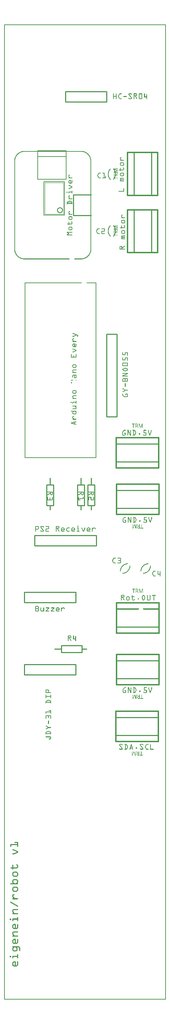
<source format=gto>
G04 MADE WITH FRITZING*
G04 WWW.FRITZING.ORG*
G04 DOUBLE SIDED*
G04 HOLES PLATED*
G04 CONTOUR ON CENTER OF CONTOUR VECTOR*
%ASAXBY*%
%FSLAX23Y23*%
%MOIN*%
%OFA0B0*%
%SFA1.0B1.0*%
%ADD10C,0.058000X0.042*%
%ADD11R,0.426722X0.308611X0.400056X0.281945*%
%ADD12C,0.013333*%
%ADD13R,0.308611X0.426722X0.281945X0.400056*%
%ADD14C,0.010000*%
%ADD15C,0.011111*%
%ADD16C,0.008000*%
%ADD17C,0.002000*%
%ADD18R,0.001000X0.001000*%
%LNSILK1*%
G90*
G70*
G54D10*
X544Y7649D03*
G54D12*
X1088Y2795D02*
X1501Y2795D01*
X1501Y2500D01*
X1088Y2500D01*
X1088Y2795D01*
D02*
X1094Y3345D02*
X1507Y3345D01*
X1507Y3050D01*
X1094Y3050D01*
X1094Y3345D01*
D02*
X1094Y4995D02*
X1507Y4995D01*
X1507Y4700D01*
X1094Y4700D01*
X1094Y4995D01*
D02*
X1090Y5445D02*
X1504Y5445D01*
X1504Y5150D01*
X1090Y5150D01*
X1090Y5445D01*
D02*
X1201Y8206D02*
X1496Y8206D01*
X1496Y7792D01*
X1201Y7792D01*
X1201Y8206D01*
D02*
X1201Y7652D02*
X1496Y7652D01*
X1496Y7239D01*
X1201Y7239D01*
X1201Y7652D01*
D02*
G54D14*
X699Y3947D02*
X199Y3947D01*
D02*
X199Y3947D02*
X199Y3847D01*
D02*
X199Y3847D02*
X699Y3847D01*
D02*
X699Y3847D02*
X699Y3947D01*
D02*
X199Y3147D02*
X699Y3147D01*
D02*
X699Y3147D02*
X699Y3247D01*
D02*
X699Y3247D02*
X199Y3247D01*
D02*
X199Y3247D02*
X199Y3147D01*
D02*
X558Y3430D02*
X758Y3430D01*
D02*
X758Y3430D02*
X758Y3364D01*
D02*
X758Y3364D02*
X558Y3364D01*
D02*
X558Y3364D02*
X558Y3430D01*
D02*
X299Y4397D02*
X899Y4397D01*
D02*
X899Y4397D02*
X899Y4497D01*
D02*
X899Y4497D02*
X299Y4497D01*
D02*
X299Y4497D02*
X299Y4397D01*
D02*
X482Y4988D02*
X482Y4788D01*
D02*
X482Y4788D02*
X416Y4788D01*
D02*
X416Y4788D02*
X416Y4988D01*
D02*
X416Y4988D02*
X482Y4988D01*
D02*
X882Y4988D02*
X882Y4788D01*
D02*
X882Y4788D02*
X816Y4788D01*
D02*
X816Y4788D02*
X816Y4988D01*
D02*
X816Y4988D02*
X882Y4988D01*
D02*
X782Y4988D02*
X782Y4788D01*
D02*
X782Y4788D02*
X716Y4788D01*
D02*
X716Y4788D02*
X716Y4988D01*
D02*
X716Y4988D02*
X782Y4988D01*
D02*
X999Y8797D02*
X599Y8797D01*
D02*
X599Y8797D02*
X599Y8697D01*
D02*
X599Y8697D02*
X999Y8697D01*
D02*
X999Y8697D02*
X999Y8797D01*
G54D15*
D02*
X1499Y2561D02*
X1090Y2561D01*
D02*
X1499Y2734D02*
X1088Y2733D01*
D02*
X1504Y3111D02*
X1096Y3111D01*
D02*
X1504Y3284D02*
X1094Y3283D01*
D02*
X1504Y4761D02*
X1096Y4761D01*
D02*
X1504Y4934D02*
X1094Y4933D01*
D02*
X1093Y5383D02*
X1502Y5383D01*
D02*
X1093Y5211D02*
X1504Y5212D01*
D02*
X1263Y7795D02*
X1263Y8203D01*
D02*
X1436Y7795D02*
X1434Y8206D01*
D02*
X1263Y7242D02*
X1263Y7650D01*
D02*
X1436Y7242D02*
X1434Y7652D01*
D02*
X1097Y3611D02*
X1507Y3612D01*
G54D14*
D02*
X999Y6447D02*
X999Y5647D01*
D02*
X999Y5647D02*
X1099Y5647D01*
D02*
X1099Y5647D02*
X1099Y6447D01*
D02*
X1099Y6447D02*
X999Y6447D01*
D02*
X849Y7797D02*
X674Y7797D01*
D02*
X674Y7797D02*
X674Y7597D01*
D02*
X674Y7597D02*
X849Y7597D01*
G54D16*
D02*
X603Y7948D02*
X603Y8169D01*
D02*
X603Y8169D02*
X603Y8224D01*
D02*
X603Y8224D02*
X327Y8224D01*
D02*
X327Y8224D02*
X327Y8169D01*
D02*
X327Y8169D02*
X327Y7948D01*
D02*
X327Y7948D02*
X603Y7948D01*
D02*
X603Y8169D02*
X327Y8169D01*
D02*
X589Y7600D02*
X589Y7925D01*
D02*
X589Y7925D02*
X389Y7925D01*
D02*
X389Y7925D02*
X389Y7600D01*
D02*
X589Y7600D02*
X389Y7600D01*
G54D17*
D02*
X579Y7610D02*
X579Y7915D01*
D02*
X399Y7915D02*
X579Y7915D01*
D02*
X399Y7915D02*
X399Y7610D01*
D02*
X579Y7610D02*
X399Y7610D01*
G54D16*
D02*
X327Y8220D02*
X603Y8220D01*
D02*
X327Y8222D02*
X327Y8220D01*
D02*
X603Y8222D02*
X603Y8220D01*
G54D18*
X1Y9448D02*
X1574Y9448D01*
X1Y9447D02*
X1574Y9447D01*
X1Y9446D02*
X1574Y9446D01*
X1Y9445D02*
X1574Y9445D01*
X1Y9444D02*
X1574Y9444D01*
X1Y9443D02*
X1574Y9443D01*
X1Y9442D02*
X1574Y9442D01*
X1Y9441D02*
X1574Y9441D01*
X1Y9440D02*
X8Y9440D01*
X1567Y9440D02*
X1574Y9440D01*
X1Y9439D02*
X8Y9439D01*
X1567Y9439D02*
X1574Y9439D01*
X1Y9438D02*
X8Y9438D01*
X1567Y9438D02*
X1574Y9438D01*
X1Y9437D02*
X8Y9437D01*
X1567Y9437D02*
X1574Y9437D01*
X1Y9436D02*
X8Y9436D01*
X1567Y9436D02*
X1574Y9436D01*
X1Y9435D02*
X8Y9435D01*
X1567Y9435D02*
X1574Y9435D01*
X1Y9434D02*
X8Y9434D01*
X1567Y9434D02*
X1574Y9434D01*
X1Y9433D02*
X8Y9433D01*
X1567Y9433D02*
X1574Y9433D01*
X1Y9432D02*
X8Y9432D01*
X1567Y9432D02*
X1574Y9432D01*
X1Y9431D02*
X8Y9431D01*
X1567Y9431D02*
X1574Y9431D01*
X1Y9430D02*
X8Y9430D01*
X1567Y9430D02*
X1574Y9430D01*
X1Y9429D02*
X8Y9429D01*
X1567Y9429D02*
X1574Y9429D01*
X1Y9428D02*
X8Y9428D01*
X1567Y9428D02*
X1574Y9428D01*
X1Y9427D02*
X8Y9427D01*
X1567Y9427D02*
X1574Y9427D01*
X1Y9426D02*
X8Y9426D01*
X1567Y9426D02*
X1574Y9426D01*
X1Y9425D02*
X8Y9425D01*
X1567Y9425D02*
X1574Y9425D01*
X1Y9424D02*
X8Y9424D01*
X1567Y9424D02*
X1574Y9424D01*
X1Y9423D02*
X8Y9423D01*
X1567Y9423D02*
X1574Y9423D01*
X1Y9422D02*
X8Y9422D01*
X1567Y9422D02*
X1574Y9422D01*
X1Y9421D02*
X8Y9421D01*
X1567Y9421D02*
X1574Y9421D01*
X1Y9420D02*
X8Y9420D01*
X1567Y9420D02*
X1574Y9420D01*
X1Y9419D02*
X8Y9419D01*
X1567Y9419D02*
X1574Y9419D01*
X1Y9418D02*
X8Y9418D01*
X1567Y9418D02*
X1574Y9418D01*
X1Y9417D02*
X8Y9417D01*
X1567Y9417D02*
X1574Y9417D01*
X1Y9416D02*
X8Y9416D01*
X1567Y9416D02*
X1574Y9416D01*
X1Y9415D02*
X8Y9415D01*
X1567Y9415D02*
X1574Y9415D01*
X1Y9414D02*
X8Y9414D01*
X1567Y9414D02*
X1574Y9414D01*
X1Y9413D02*
X8Y9413D01*
X1567Y9413D02*
X1574Y9413D01*
X1Y9412D02*
X8Y9412D01*
X1567Y9412D02*
X1574Y9412D01*
X1Y9411D02*
X8Y9411D01*
X1567Y9411D02*
X1574Y9411D01*
X1Y9410D02*
X8Y9410D01*
X1567Y9410D02*
X1574Y9410D01*
X1Y9409D02*
X8Y9409D01*
X1567Y9409D02*
X1574Y9409D01*
X1Y9408D02*
X8Y9408D01*
X1567Y9408D02*
X1574Y9408D01*
X1Y9407D02*
X8Y9407D01*
X1567Y9407D02*
X1574Y9407D01*
X1Y9406D02*
X8Y9406D01*
X1567Y9406D02*
X1574Y9406D01*
X1Y9405D02*
X8Y9405D01*
X1567Y9405D02*
X1574Y9405D01*
X1Y9404D02*
X8Y9404D01*
X1567Y9404D02*
X1574Y9404D01*
X1Y9403D02*
X8Y9403D01*
X1567Y9403D02*
X1574Y9403D01*
X1Y9402D02*
X8Y9402D01*
X1567Y9402D02*
X1574Y9402D01*
X1Y9401D02*
X8Y9401D01*
X1567Y9401D02*
X1574Y9401D01*
X1Y9400D02*
X8Y9400D01*
X1567Y9400D02*
X1574Y9400D01*
X1Y9399D02*
X8Y9399D01*
X1567Y9399D02*
X1574Y9399D01*
X1Y9398D02*
X8Y9398D01*
X1567Y9398D02*
X1574Y9398D01*
X1Y9397D02*
X8Y9397D01*
X1567Y9397D02*
X1574Y9397D01*
X1Y9396D02*
X8Y9396D01*
X1567Y9396D02*
X1574Y9396D01*
X1Y9395D02*
X8Y9395D01*
X1567Y9395D02*
X1574Y9395D01*
X1Y9394D02*
X8Y9394D01*
X1567Y9394D02*
X1574Y9394D01*
X1Y9393D02*
X8Y9393D01*
X1567Y9393D02*
X1574Y9393D01*
X1Y9392D02*
X8Y9392D01*
X1567Y9392D02*
X1574Y9392D01*
X1Y9391D02*
X8Y9391D01*
X1567Y9391D02*
X1574Y9391D01*
X1Y9390D02*
X8Y9390D01*
X1567Y9390D02*
X1574Y9390D01*
X1Y9389D02*
X8Y9389D01*
X1567Y9389D02*
X1574Y9389D01*
X1Y9388D02*
X8Y9388D01*
X1567Y9388D02*
X1574Y9388D01*
X1Y9387D02*
X8Y9387D01*
X1567Y9387D02*
X1574Y9387D01*
X1Y9386D02*
X8Y9386D01*
X1567Y9386D02*
X1574Y9386D01*
X1Y9385D02*
X8Y9385D01*
X1567Y9385D02*
X1574Y9385D01*
X1Y9384D02*
X8Y9384D01*
X1567Y9384D02*
X1574Y9384D01*
X1Y9383D02*
X8Y9383D01*
X1567Y9383D02*
X1574Y9383D01*
X1Y9382D02*
X8Y9382D01*
X1567Y9382D02*
X1574Y9382D01*
X1Y9381D02*
X8Y9381D01*
X1567Y9381D02*
X1574Y9381D01*
X1Y9380D02*
X8Y9380D01*
X1567Y9380D02*
X1574Y9380D01*
X1Y9379D02*
X8Y9379D01*
X1567Y9379D02*
X1574Y9379D01*
X1Y9378D02*
X8Y9378D01*
X1567Y9378D02*
X1574Y9378D01*
X1Y9377D02*
X8Y9377D01*
X1567Y9377D02*
X1574Y9377D01*
X1Y9376D02*
X8Y9376D01*
X1567Y9376D02*
X1574Y9376D01*
X1Y9375D02*
X8Y9375D01*
X1567Y9375D02*
X1574Y9375D01*
X1Y9374D02*
X8Y9374D01*
X1567Y9374D02*
X1574Y9374D01*
X1Y9373D02*
X8Y9373D01*
X1567Y9373D02*
X1574Y9373D01*
X1Y9372D02*
X8Y9372D01*
X1567Y9372D02*
X1574Y9372D01*
X1Y9371D02*
X8Y9371D01*
X1567Y9371D02*
X1574Y9371D01*
X1Y9370D02*
X8Y9370D01*
X1567Y9370D02*
X1574Y9370D01*
X1Y9369D02*
X8Y9369D01*
X1567Y9369D02*
X1574Y9369D01*
X1Y9368D02*
X8Y9368D01*
X1567Y9368D02*
X1574Y9368D01*
X1Y9367D02*
X8Y9367D01*
X1567Y9367D02*
X1574Y9367D01*
X1Y9366D02*
X8Y9366D01*
X1567Y9366D02*
X1574Y9366D01*
X1Y9365D02*
X8Y9365D01*
X1567Y9365D02*
X1574Y9365D01*
X1Y9364D02*
X8Y9364D01*
X1567Y9364D02*
X1574Y9364D01*
X1Y9363D02*
X8Y9363D01*
X1567Y9363D02*
X1574Y9363D01*
X1Y9362D02*
X8Y9362D01*
X1567Y9362D02*
X1574Y9362D01*
X1Y9361D02*
X8Y9361D01*
X1567Y9361D02*
X1574Y9361D01*
X1Y9360D02*
X8Y9360D01*
X1567Y9360D02*
X1574Y9360D01*
X1Y9359D02*
X8Y9359D01*
X1567Y9359D02*
X1574Y9359D01*
X1Y9358D02*
X8Y9358D01*
X1567Y9358D02*
X1574Y9358D01*
X1Y9357D02*
X8Y9357D01*
X1567Y9357D02*
X1574Y9357D01*
X1Y9356D02*
X8Y9356D01*
X1567Y9356D02*
X1574Y9356D01*
X1Y9355D02*
X8Y9355D01*
X1567Y9355D02*
X1574Y9355D01*
X1Y9354D02*
X8Y9354D01*
X1567Y9354D02*
X1574Y9354D01*
X1Y9353D02*
X8Y9353D01*
X1567Y9353D02*
X1574Y9353D01*
X1Y9352D02*
X8Y9352D01*
X1567Y9352D02*
X1574Y9352D01*
X1Y9351D02*
X8Y9351D01*
X1567Y9351D02*
X1574Y9351D01*
X1Y9350D02*
X8Y9350D01*
X1567Y9350D02*
X1574Y9350D01*
X1Y9349D02*
X8Y9349D01*
X1567Y9349D02*
X1574Y9349D01*
X1Y9348D02*
X8Y9348D01*
X1567Y9348D02*
X1574Y9348D01*
X1Y9347D02*
X8Y9347D01*
X1567Y9347D02*
X1574Y9347D01*
X1Y9346D02*
X8Y9346D01*
X1567Y9346D02*
X1574Y9346D01*
X1Y9345D02*
X8Y9345D01*
X1567Y9345D02*
X1574Y9345D01*
X1Y9344D02*
X8Y9344D01*
X1567Y9344D02*
X1574Y9344D01*
X1Y9343D02*
X8Y9343D01*
X1567Y9343D02*
X1574Y9343D01*
X1Y9342D02*
X8Y9342D01*
X1567Y9342D02*
X1574Y9342D01*
X1Y9341D02*
X8Y9341D01*
X1567Y9341D02*
X1574Y9341D01*
X1Y9340D02*
X8Y9340D01*
X1567Y9340D02*
X1574Y9340D01*
X1Y9339D02*
X8Y9339D01*
X1567Y9339D02*
X1574Y9339D01*
X1Y9338D02*
X8Y9338D01*
X1567Y9338D02*
X1574Y9338D01*
X1Y9337D02*
X8Y9337D01*
X1567Y9337D02*
X1574Y9337D01*
X1Y9336D02*
X8Y9336D01*
X1567Y9336D02*
X1574Y9336D01*
X1Y9335D02*
X8Y9335D01*
X1567Y9335D02*
X1574Y9335D01*
X1Y9334D02*
X8Y9334D01*
X1567Y9334D02*
X1574Y9334D01*
X1Y9333D02*
X8Y9333D01*
X1567Y9333D02*
X1574Y9333D01*
X1Y9332D02*
X8Y9332D01*
X1567Y9332D02*
X1574Y9332D01*
X1Y9331D02*
X8Y9331D01*
X1567Y9331D02*
X1574Y9331D01*
X1Y9330D02*
X8Y9330D01*
X1567Y9330D02*
X1574Y9330D01*
X1Y9329D02*
X8Y9329D01*
X1567Y9329D02*
X1574Y9329D01*
X1Y9328D02*
X8Y9328D01*
X1567Y9328D02*
X1574Y9328D01*
X1Y9327D02*
X8Y9327D01*
X1567Y9327D02*
X1574Y9327D01*
X1Y9326D02*
X8Y9326D01*
X1567Y9326D02*
X1574Y9326D01*
X1Y9325D02*
X8Y9325D01*
X1567Y9325D02*
X1574Y9325D01*
X1Y9324D02*
X8Y9324D01*
X1567Y9324D02*
X1574Y9324D01*
X1Y9323D02*
X8Y9323D01*
X1567Y9323D02*
X1574Y9323D01*
X1Y9322D02*
X8Y9322D01*
X1567Y9322D02*
X1574Y9322D01*
X1Y9321D02*
X8Y9321D01*
X1567Y9321D02*
X1574Y9321D01*
X1Y9320D02*
X8Y9320D01*
X1567Y9320D02*
X1574Y9320D01*
X1Y9319D02*
X8Y9319D01*
X1567Y9319D02*
X1574Y9319D01*
X1Y9318D02*
X8Y9318D01*
X1567Y9318D02*
X1574Y9318D01*
X1Y9317D02*
X8Y9317D01*
X1567Y9317D02*
X1574Y9317D01*
X1Y9316D02*
X8Y9316D01*
X1567Y9316D02*
X1574Y9316D01*
X1Y9315D02*
X8Y9315D01*
X1567Y9315D02*
X1574Y9315D01*
X1Y9314D02*
X8Y9314D01*
X1567Y9314D02*
X1574Y9314D01*
X1Y9313D02*
X8Y9313D01*
X1567Y9313D02*
X1574Y9313D01*
X1Y9312D02*
X8Y9312D01*
X1567Y9312D02*
X1574Y9312D01*
X1Y9311D02*
X8Y9311D01*
X1567Y9311D02*
X1574Y9311D01*
X1Y9310D02*
X8Y9310D01*
X1567Y9310D02*
X1574Y9310D01*
X1Y9309D02*
X8Y9309D01*
X1567Y9309D02*
X1574Y9309D01*
X1Y9308D02*
X8Y9308D01*
X1567Y9308D02*
X1574Y9308D01*
X1Y9307D02*
X8Y9307D01*
X1567Y9307D02*
X1574Y9307D01*
X1Y9306D02*
X8Y9306D01*
X1567Y9306D02*
X1574Y9306D01*
X1Y9305D02*
X8Y9305D01*
X1567Y9305D02*
X1574Y9305D01*
X1Y9304D02*
X8Y9304D01*
X1567Y9304D02*
X1574Y9304D01*
X1Y9303D02*
X8Y9303D01*
X1567Y9303D02*
X1574Y9303D01*
X1Y9302D02*
X8Y9302D01*
X1567Y9302D02*
X1574Y9302D01*
X1Y9301D02*
X8Y9301D01*
X1567Y9301D02*
X1574Y9301D01*
X1Y9300D02*
X8Y9300D01*
X1567Y9300D02*
X1574Y9300D01*
X1Y9299D02*
X8Y9299D01*
X1567Y9299D02*
X1574Y9299D01*
X1Y9298D02*
X8Y9298D01*
X1567Y9298D02*
X1574Y9298D01*
X1Y9297D02*
X8Y9297D01*
X1567Y9297D02*
X1574Y9297D01*
X1Y9296D02*
X8Y9296D01*
X1567Y9296D02*
X1574Y9296D01*
X1Y9295D02*
X8Y9295D01*
X1567Y9295D02*
X1574Y9295D01*
X1Y9294D02*
X8Y9294D01*
X1567Y9294D02*
X1574Y9294D01*
X1Y9293D02*
X8Y9293D01*
X1567Y9293D02*
X1574Y9293D01*
X1Y9292D02*
X8Y9292D01*
X1567Y9292D02*
X1574Y9292D01*
X1Y9291D02*
X8Y9291D01*
X1567Y9291D02*
X1574Y9291D01*
X1Y9290D02*
X8Y9290D01*
X1567Y9290D02*
X1574Y9290D01*
X1Y9289D02*
X8Y9289D01*
X1567Y9289D02*
X1574Y9289D01*
X1Y9288D02*
X8Y9288D01*
X1567Y9288D02*
X1574Y9288D01*
X1Y9287D02*
X8Y9287D01*
X1567Y9287D02*
X1574Y9287D01*
X1Y9286D02*
X8Y9286D01*
X1567Y9286D02*
X1574Y9286D01*
X1Y9285D02*
X8Y9285D01*
X1567Y9285D02*
X1574Y9285D01*
X1Y9284D02*
X8Y9284D01*
X1567Y9284D02*
X1574Y9284D01*
X1Y9283D02*
X8Y9283D01*
X1567Y9283D02*
X1574Y9283D01*
X1Y9282D02*
X8Y9282D01*
X1567Y9282D02*
X1574Y9282D01*
X1Y9281D02*
X8Y9281D01*
X1567Y9281D02*
X1574Y9281D01*
X1Y9280D02*
X8Y9280D01*
X1567Y9280D02*
X1574Y9280D01*
X1Y9279D02*
X8Y9279D01*
X1567Y9279D02*
X1574Y9279D01*
X1Y9278D02*
X8Y9278D01*
X1567Y9278D02*
X1574Y9278D01*
X1Y9277D02*
X8Y9277D01*
X1567Y9277D02*
X1574Y9277D01*
X1Y9276D02*
X8Y9276D01*
X1567Y9276D02*
X1574Y9276D01*
X1Y9275D02*
X8Y9275D01*
X1567Y9275D02*
X1574Y9275D01*
X1Y9274D02*
X8Y9274D01*
X1567Y9274D02*
X1574Y9274D01*
X1Y9273D02*
X8Y9273D01*
X1567Y9273D02*
X1574Y9273D01*
X1Y9272D02*
X8Y9272D01*
X1567Y9272D02*
X1574Y9272D01*
X1Y9271D02*
X8Y9271D01*
X1567Y9271D02*
X1574Y9271D01*
X1Y9270D02*
X8Y9270D01*
X1567Y9270D02*
X1574Y9270D01*
X1Y9269D02*
X8Y9269D01*
X1567Y9269D02*
X1574Y9269D01*
X1Y9268D02*
X8Y9268D01*
X1567Y9268D02*
X1574Y9268D01*
X1Y9267D02*
X8Y9267D01*
X1567Y9267D02*
X1574Y9267D01*
X1Y9266D02*
X8Y9266D01*
X1567Y9266D02*
X1574Y9266D01*
X1Y9265D02*
X8Y9265D01*
X1567Y9265D02*
X1574Y9265D01*
X1Y9264D02*
X8Y9264D01*
X1567Y9264D02*
X1574Y9264D01*
X1Y9263D02*
X8Y9263D01*
X1567Y9263D02*
X1574Y9263D01*
X1Y9262D02*
X8Y9262D01*
X1567Y9262D02*
X1574Y9262D01*
X1Y9261D02*
X8Y9261D01*
X1567Y9261D02*
X1574Y9261D01*
X1Y9260D02*
X8Y9260D01*
X1567Y9260D02*
X1574Y9260D01*
X1Y9259D02*
X8Y9259D01*
X1567Y9259D02*
X1574Y9259D01*
X1Y9258D02*
X8Y9258D01*
X1567Y9258D02*
X1574Y9258D01*
X1Y9257D02*
X8Y9257D01*
X1567Y9257D02*
X1574Y9257D01*
X1Y9256D02*
X8Y9256D01*
X1567Y9256D02*
X1574Y9256D01*
X1Y9255D02*
X8Y9255D01*
X1567Y9255D02*
X1574Y9255D01*
X1Y9254D02*
X8Y9254D01*
X1567Y9254D02*
X1574Y9254D01*
X1Y9253D02*
X8Y9253D01*
X1567Y9253D02*
X1574Y9253D01*
X1Y9252D02*
X8Y9252D01*
X1567Y9252D02*
X1574Y9252D01*
X1Y9251D02*
X8Y9251D01*
X1567Y9251D02*
X1574Y9251D01*
X1Y9250D02*
X8Y9250D01*
X1567Y9250D02*
X1574Y9250D01*
X1Y9249D02*
X8Y9249D01*
X1567Y9249D02*
X1574Y9249D01*
X1Y9248D02*
X8Y9248D01*
X1567Y9248D02*
X1574Y9248D01*
X1Y9247D02*
X8Y9247D01*
X1567Y9247D02*
X1574Y9247D01*
X1Y9246D02*
X8Y9246D01*
X1567Y9246D02*
X1574Y9246D01*
X1Y9245D02*
X8Y9245D01*
X1567Y9245D02*
X1574Y9245D01*
X1Y9244D02*
X8Y9244D01*
X1567Y9244D02*
X1574Y9244D01*
X1Y9243D02*
X8Y9243D01*
X1567Y9243D02*
X1574Y9243D01*
X1Y9242D02*
X8Y9242D01*
X1567Y9242D02*
X1574Y9242D01*
X1Y9241D02*
X8Y9241D01*
X1567Y9241D02*
X1574Y9241D01*
X1Y9240D02*
X8Y9240D01*
X1567Y9240D02*
X1574Y9240D01*
X1Y9239D02*
X8Y9239D01*
X1567Y9239D02*
X1574Y9239D01*
X1Y9238D02*
X8Y9238D01*
X1567Y9238D02*
X1574Y9238D01*
X1Y9237D02*
X8Y9237D01*
X1567Y9237D02*
X1574Y9237D01*
X1Y9236D02*
X8Y9236D01*
X1567Y9236D02*
X1574Y9236D01*
X1Y9235D02*
X8Y9235D01*
X1567Y9235D02*
X1574Y9235D01*
X1Y9234D02*
X8Y9234D01*
X1567Y9234D02*
X1574Y9234D01*
X1Y9233D02*
X8Y9233D01*
X1567Y9233D02*
X1574Y9233D01*
X1Y9232D02*
X8Y9232D01*
X1567Y9232D02*
X1574Y9232D01*
X1Y9231D02*
X8Y9231D01*
X1567Y9231D02*
X1574Y9231D01*
X1Y9230D02*
X8Y9230D01*
X1567Y9230D02*
X1574Y9230D01*
X1Y9229D02*
X8Y9229D01*
X1567Y9229D02*
X1574Y9229D01*
X1Y9228D02*
X8Y9228D01*
X1567Y9228D02*
X1574Y9228D01*
X1Y9227D02*
X8Y9227D01*
X1567Y9227D02*
X1574Y9227D01*
X1Y9226D02*
X8Y9226D01*
X1567Y9226D02*
X1574Y9226D01*
X1Y9225D02*
X8Y9225D01*
X1567Y9225D02*
X1574Y9225D01*
X1Y9224D02*
X8Y9224D01*
X1567Y9224D02*
X1574Y9224D01*
X1Y9223D02*
X8Y9223D01*
X1567Y9223D02*
X1574Y9223D01*
X1Y9222D02*
X8Y9222D01*
X1567Y9222D02*
X1574Y9222D01*
X1Y9221D02*
X8Y9221D01*
X1567Y9221D02*
X1574Y9221D01*
X1Y9220D02*
X8Y9220D01*
X1567Y9220D02*
X1574Y9220D01*
X1Y9219D02*
X8Y9219D01*
X1567Y9219D02*
X1574Y9219D01*
X1Y9218D02*
X8Y9218D01*
X1567Y9218D02*
X1574Y9218D01*
X1Y9217D02*
X8Y9217D01*
X1567Y9217D02*
X1574Y9217D01*
X1Y9216D02*
X8Y9216D01*
X1567Y9216D02*
X1574Y9216D01*
X1Y9215D02*
X8Y9215D01*
X1567Y9215D02*
X1574Y9215D01*
X1Y9214D02*
X8Y9214D01*
X1567Y9214D02*
X1574Y9214D01*
X1Y9213D02*
X8Y9213D01*
X1567Y9213D02*
X1574Y9213D01*
X1Y9212D02*
X8Y9212D01*
X1567Y9212D02*
X1574Y9212D01*
X1Y9211D02*
X8Y9211D01*
X1567Y9211D02*
X1574Y9211D01*
X1Y9210D02*
X8Y9210D01*
X1567Y9210D02*
X1574Y9210D01*
X1Y9209D02*
X8Y9209D01*
X1567Y9209D02*
X1574Y9209D01*
X1Y9208D02*
X8Y9208D01*
X1567Y9208D02*
X1574Y9208D01*
X1Y9207D02*
X8Y9207D01*
X1567Y9207D02*
X1574Y9207D01*
X1Y9206D02*
X8Y9206D01*
X1567Y9206D02*
X1574Y9206D01*
X1Y9205D02*
X8Y9205D01*
X1567Y9205D02*
X1574Y9205D01*
X1Y9204D02*
X8Y9204D01*
X1567Y9204D02*
X1574Y9204D01*
X1Y9203D02*
X8Y9203D01*
X1567Y9203D02*
X1574Y9203D01*
X1Y9202D02*
X8Y9202D01*
X1567Y9202D02*
X1574Y9202D01*
X1Y9201D02*
X8Y9201D01*
X1567Y9201D02*
X1574Y9201D01*
X1Y9200D02*
X8Y9200D01*
X1567Y9200D02*
X1574Y9200D01*
X1Y9199D02*
X8Y9199D01*
X1567Y9199D02*
X1574Y9199D01*
X1Y9198D02*
X8Y9198D01*
X1567Y9198D02*
X1574Y9198D01*
X1Y9197D02*
X8Y9197D01*
X1567Y9197D02*
X1574Y9197D01*
X1Y9196D02*
X8Y9196D01*
X1567Y9196D02*
X1574Y9196D01*
X1Y9195D02*
X8Y9195D01*
X1567Y9195D02*
X1574Y9195D01*
X1Y9194D02*
X8Y9194D01*
X1567Y9194D02*
X1574Y9194D01*
X1Y9193D02*
X8Y9193D01*
X1567Y9193D02*
X1574Y9193D01*
X1Y9192D02*
X8Y9192D01*
X1567Y9192D02*
X1574Y9192D01*
X1Y9191D02*
X8Y9191D01*
X1567Y9191D02*
X1574Y9191D01*
X1Y9190D02*
X8Y9190D01*
X1567Y9190D02*
X1574Y9190D01*
X1Y9189D02*
X8Y9189D01*
X1567Y9189D02*
X1574Y9189D01*
X1Y9188D02*
X8Y9188D01*
X1567Y9188D02*
X1574Y9188D01*
X1Y9187D02*
X8Y9187D01*
X1567Y9187D02*
X1574Y9187D01*
X1Y9186D02*
X8Y9186D01*
X1567Y9186D02*
X1574Y9186D01*
X1Y9185D02*
X8Y9185D01*
X1567Y9185D02*
X1574Y9185D01*
X1Y9184D02*
X8Y9184D01*
X1567Y9184D02*
X1574Y9184D01*
X1Y9183D02*
X8Y9183D01*
X1567Y9183D02*
X1574Y9183D01*
X1Y9182D02*
X8Y9182D01*
X1567Y9182D02*
X1574Y9182D01*
X1Y9181D02*
X8Y9181D01*
X1567Y9181D02*
X1574Y9181D01*
X1Y9180D02*
X8Y9180D01*
X1567Y9180D02*
X1574Y9180D01*
X1Y9179D02*
X8Y9179D01*
X1567Y9179D02*
X1574Y9179D01*
X1Y9178D02*
X8Y9178D01*
X1567Y9178D02*
X1574Y9178D01*
X1Y9177D02*
X8Y9177D01*
X1567Y9177D02*
X1574Y9177D01*
X1Y9176D02*
X8Y9176D01*
X1567Y9176D02*
X1574Y9176D01*
X1Y9175D02*
X8Y9175D01*
X1567Y9175D02*
X1574Y9175D01*
X1Y9174D02*
X8Y9174D01*
X1567Y9174D02*
X1574Y9174D01*
X1Y9173D02*
X8Y9173D01*
X1567Y9173D02*
X1574Y9173D01*
X1Y9172D02*
X8Y9172D01*
X1567Y9172D02*
X1574Y9172D01*
X1Y9171D02*
X8Y9171D01*
X1567Y9171D02*
X1574Y9171D01*
X1Y9170D02*
X8Y9170D01*
X1567Y9170D02*
X1574Y9170D01*
X1Y9169D02*
X8Y9169D01*
X1567Y9169D02*
X1574Y9169D01*
X1Y9168D02*
X8Y9168D01*
X1567Y9168D02*
X1574Y9168D01*
X1Y9167D02*
X8Y9167D01*
X1567Y9167D02*
X1574Y9167D01*
X1Y9166D02*
X8Y9166D01*
X1567Y9166D02*
X1574Y9166D01*
X1Y9165D02*
X8Y9165D01*
X1567Y9165D02*
X1574Y9165D01*
X1Y9164D02*
X8Y9164D01*
X1567Y9164D02*
X1574Y9164D01*
X1Y9163D02*
X8Y9163D01*
X1567Y9163D02*
X1574Y9163D01*
X1Y9162D02*
X8Y9162D01*
X1567Y9162D02*
X1574Y9162D01*
X1Y9161D02*
X8Y9161D01*
X1567Y9161D02*
X1574Y9161D01*
X1Y9160D02*
X8Y9160D01*
X1567Y9160D02*
X1574Y9160D01*
X1Y9159D02*
X8Y9159D01*
X1567Y9159D02*
X1574Y9159D01*
X1Y9158D02*
X8Y9158D01*
X1567Y9158D02*
X1574Y9158D01*
X1Y9157D02*
X8Y9157D01*
X1567Y9157D02*
X1574Y9157D01*
X1Y9156D02*
X8Y9156D01*
X1567Y9156D02*
X1574Y9156D01*
X1Y9155D02*
X8Y9155D01*
X1567Y9155D02*
X1574Y9155D01*
X1Y9154D02*
X8Y9154D01*
X1567Y9154D02*
X1574Y9154D01*
X1Y9153D02*
X8Y9153D01*
X1567Y9153D02*
X1574Y9153D01*
X1Y9152D02*
X8Y9152D01*
X1567Y9152D02*
X1574Y9152D01*
X1Y9151D02*
X8Y9151D01*
X1567Y9151D02*
X1574Y9151D01*
X1Y9150D02*
X8Y9150D01*
X1567Y9150D02*
X1574Y9150D01*
X1Y9149D02*
X8Y9149D01*
X1567Y9149D02*
X1574Y9149D01*
X1Y9148D02*
X8Y9148D01*
X1567Y9148D02*
X1574Y9148D01*
X1Y9147D02*
X8Y9147D01*
X1567Y9147D02*
X1574Y9147D01*
X1Y9146D02*
X8Y9146D01*
X1567Y9146D02*
X1574Y9146D01*
X1Y9145D02*
X8Y9145D01*
X1567Y9145D02*
X1574Y9145D01*
X1Y9144D02*
X8Y9144D01*
X1567Y9144D02*
X1574Y9144D01*
X1Y9143D02*
X8Y9143D01*
X1567Y9143D02*
X1574Y9143D01*
X1Y9142D02*
X8Y9142D01*
X1567Y9142D02*
X1574Y9142D01*
X1Y9141D02*
X8Y9141D01*
X1567Y9141D02*
X1574Y9141D01*
X1Y9140D02*
X8Y9140D01*
X1567Y9140D02*
X1574Y9140D01*
X1Y9139D02*
X8Y9139D01*
X1567Y9139D02*
X1574Y9139D01*
X1Y9138D02*
X8Y9138D01*
X1567Y9138D02*
X1574Y9138D01*
X1Y9137D02*
X8Y9137D01*
X1567Y9137D02*
X1574Y9137D01*
X1Y9136D02*
X8Y9136D01*
X1567Y9136D02*
X1574Y9136D01*
X1Y9135D02*
X8Y9135D01*
X1567Y9135D02*
X1574Y9135D01*
X1Y9134D02*
X8Y9134D01*
X1567Y9134D02*
X1574Y9134D01*
X1Y9133D02*
X8Y9133D01*
X1567Y9133D02*
X1574Y9133D01*
X1Y9132D02*
X8Y9132D01*
X1567Y9132D02*
X1574Y9132D01*
X1Y9131D02*
X8Y9131D01*
X1567Y9131D02*
X1574Y9131D01*
X1Y9130D02*
X8Y9130D01*
X1567Y9130D02*
X1574Y9130D01*
X1Y9129D02*
X8Y9129D01*
X1567Y9129D02*
X1574Y9129D01*
X1Y9128D02*
X8Y9128D01*
X1567Y9128D02*
X1574Y9128D01*
X1Y9127D02*
X8Y9127D01*
X1567Y9127D02*
X1574Y9127D01*
X1Y9126D02*
X8Y9126D01*
X1567Y9126D02*
X1574Y9126D01*
X1Y9125D02*
X8Y9125D01*
X1567Y9125D02*
X1574Y9125D01*
X1Y9124D02*
X8Y9124D01*
X1567Y9124D02*
X1574Y9124D01*
X1Y9123D02*
X8Y9123D01*
X1567Y9123D02*
X1574Y9123D01*
X1Y9122D02*
X8Y9122D01*
X1567Y9122D02*
X1574Y9122D01*
X1Y9121D02*
X8Y9121D01*
X1567Y9121D02*
X1574Y9121D01*
X1Y9120D02*
X8Y9120D01*
X1567Y9120D02*
X1574Y9120D01*
X1Y9119D02*
X8Y9119D01*
X1567Y9119D02*
X1574Y9119D01*
X1Y9118D02*
X8Y9118D01*
X1567Y9118D02*
X1574Y9118D01*
X1Y9117D02*
X8Y9117D01*
X1567Y9117D02*
X1574Y9117D01*
X1Y9116D02*
X8Y9116D01*
X1567Y9116D02*
X1574Y9116D01*
X1Y9115D02*
X8Y9115D01*
X1567Y9115D02*
X1574Y9115D01*
X1Y9114D02*
X8Y9114D01*
X1567Y9114D02*
X1574Y9114D01*
X1Y9113D02*
X8Y9113D01*
X1567Y9113D02*
X1574Y9113D01*
X1Y9112D02*
X8Y9112D01*
X1567Y9112D02*
X1574Y9112D01*
X1Y9111D02*
X8Y9111D01*
X1567Y9111D02*
X1574Y9111D01*
X1Y9110D02*
X8Y9110D01*
X1567Y9110D02*
X1574Y9110D01*
X1Y9109D02*
X8Y9109D01*
X1567Y9109D02*
X1574Y9109D01*
X1Y9108D02*
X8Y9108D01*
X1567Y9108D02*
X1574Y9108D01*
X1Y9107D02*
X8Y9107D01*
X1567Y9107D02*
X1574Y9107D01*
X1Y9106D02*
X8Y9106D01*
X1567Y9106D02*
X1574Y9106D01*
X1Y9105D02*
X8Y9105D01*
X1567Y9105D02*
X1574Y9105D01*
X1Y9104D02*
X8Y9104D01*
X1567Y9104D02*
X1574Y9104D01*
X1Y9103D02*
X8Y9103D01*
X1567Y9103D02*
X1574Y9103D01*
X1Y9102D02*
X8Y9102D01*
X1567Y9102D02*
X1574Y9102D01*
X1Y9101D02*
X8Y9101D01*
X1567Y9101D02*
X1574Y9101D01*
X1Y9100D02*
X8Y9100D01*
X1567Y9100D02*
X1574Y9100D01*
X1Y9099D02*
X8Y9099D01*
X1567Y9099D02*
X1574Y9099D01*
X1Y9098D02*
X8Y9098D01*
X1567Y9098D02*
X1574Y9098D01*
X1Y9097D02*
X8Y9097D01*
X1567Y9097D02*
X1574Y9097D01*
X1Y9096D02*
X8Y9096D01*
X1567Y9096D02*
X1574Y9096D01*
X1Y9095D02*
X8Y9095D01*
X1567Y9095D02*
X1574Y9095D01*
X1Y9094D02*
X8Y9094D01*
X1567Y9094D02*
X1574Y9094D01*
X1Y9093D02*
X8Y9093D01*
X1567Y9093D02*
X1574Y9093D01*
X1Y9092D02*
X8Y9092D01*
X1567Y9092D02*
X1574Y9092D01*
X1Y9091D02*
X8Y9091D01*
X1567Y9091D02*
X1574Y9091D01*
X1Y9090D02*
X8Y9090D01*
X1567Y9090D02*
X1574Y9090D01*
X1Y9089D02*
X8Y9089D01*
X1567Y9089D02*
X1574Y9089D01*
X1Y9088D02*
X8Y9088D01*
X1567Y9088D02*
X1574Y9088D01*
X1Y9087D02*
X8Y9087D01*
X1567Y9087D02*
X1574Y9087D01*
X1Y9086D02*
X8Y9086D01*
X1567Y9086D02*
X1574Y9086D01*
X1Y9085D02*
X8Y9085D01*
X1567Y9085D02*
X1574Y9085D01*
X1Y9084D02*
X8Y9084D01*
X1567Y9084D02*
X1574Y9084D01*
X1Y9083D02*
X8Y9083D01*
X1567Y9083D02*
X1574Y9083D01*
X1Y9082D02*
X8Y9082D01*
X1567Y9082D02*
X1574Y9082D01*
X1Y9081D02*
X8Y9081D01*
X1567Y9081D02*
X1574Y9081D01*
X1Y9080D02*
X8Y9080D01*
X1567Y9080D02*
X1574Y9080D01*
X1Y9079D02*
X8Y9079D01*
X1567Y9079D02*
X1574Y9079D01*
X1Y9078D02*
X8Y9078D01*
X1567Y9078D02*
X1574Y9078D01*
X1Y9077D02*
X8Y9077D01*
X1567Y9077D02*
X1574Y9077D01*
X1Y9076D02*
X8Y9076D01*
X1567Y9076D02*
X1574Y9076D01*
X1Y9075D02*
X8Y9075D01*
X1567Y9075D02*
X1574Y9075D01*
X1Y9074D02*
X8Y9074D01*
X1567Y9074D02*
X1574Y9074D01*
X1Y9073D02*
X8Y9073D01*
X1567Y9073D02*
X1574Y9073D01*
X1Y9072D02*
X8Y9072D01*
X1567Y9072D02*
X1574Y9072D01*
X1Y9071D02*
X8Y9071D01*
X1567Y9071D02*
X1574Y9071D01*
X1Y9070D02*
X8Y9070D01*
X1567Y9070D02*
X1574Y9070D01*
X1Y9069D02*
X8Y9069D01*
X1567Y9069D02*
X1574Y9069D01*
X1Y9068D02*
X8Y9068D01*
X1567Y9068D02*
X1574Y9068D01*
X1Y9067D02*
X8Y9067D01*
X1567Y9067D02*
X1574Y9067D01*
X1Y9066D02*
X8Y9066D01*
X1567Y9066D02*
X1574Y9066D01*
X1Y9065D02*
X8Y9065D01*
X1567Y9065D02*
X1574Y9065D01*
X1Y9064D02*
X8Y9064D01*
X1567Y9064D02*
X1574Y9064D01*
X1Y9063D02*
X8Y9063D01*
X1567Y9063D02*
X1574Y9063D01*
X1Y9062D02*
X8Y9062D01*
X1567Y9062D02*
X1574Y9062D01*
X1Y9061D02*
X8Y9061D01*
X1567Y9061D02*
X1574Y9061D01*
X1Y9060D02*
X8Y9060D01*
X1567Y9060D02*
X1574Y9060D01*
X1Y9059D02*
X8Y9059D01*
X1567Y9059D02*
X1574Y9059D01*
X1Y9058D02*
X8Y9058D01*
X1567Y9058D02*
X1574Y9058D01*
X1Y9057D02*
X8Y9057D01*
X1567Y9057D02*
X1574Y9057D01*
X1Y9056D02*
X8Y9056D01*
X1567Y9056D02*
X1574Y9056D01*
X1Y9055D02*
X8Y9055D01*
X1567Y9055D02*
X1574Y9055D01*
X1Y9054D02*
X8Y9054D01*
X1567Y9054D02*
X1574Y9054D01*
X1Y9053D02*
X8Y9053D01*
X1567Y9053D02*
X1574Y9053D01*
X1Y9052D02*
X8Y9052D01*
X1567Y9052D02*
X1574Y9052D01*
X1Y9051D02*
X8Y9051D01*
X1567Y9051D02*
X1574Y9051D01*
X1Y9050D02*
X8Y9050D01*
X1567Y9050D02*
X1574Y9050D01*
X1Y9049D02*
X8Y9049D01*
X1567Y9049D02*
X1574Y9049D01*
X1Y9048D02*
X8Y9048D01*
X1567Y9048D02*
X1574Y9048D01*
X1Y9047D02*
X8Y9047D01*
X1567Y9047D02*
X1574Y9047D01*
X1Y9046D02*
X8Y9046D01*
X1567Y9046D02*
X1574Y9046D01*
X1Y9045D02*
X8Y9045D01*
X1567Y9045D02*
X1574Y9045D01*
X1Y9044D02*
X8Y9044D01*
X1567Y9044D02*
X1574Y9044D01*
X1Y9043D02*
X8Y9043D01*
X1567Y9043D02*
X1574Y9043D01*
X1Y9042D02*
X8Y9042D01*
X1567Y9042D02*
X1574Y9042D01*
X1Y9041D02*
X8Y9041D01*
X1567Y9041D02*
X1574Y9041D01*
X1Y9040D02*
X8Y9040D01*
X1567Y9040D02*
X1574Y9040D01*
X1Y9039D02*
X8Y9039D01*
X1567Y9039D02*
X1574Y9039D01*
X1Y9038D02*
X8Y9038D01*
X1567Y9038D02*
X1574Y9038D01*
X1Y9037D02*
X8Y9037D01*
X1567Y9037D02*
X1574Y9037D01*
X1Y9036D02*
X8Y9036D01*
X1567Y9036D02*
X1574Y9036D01*
X1Y9035D02*
X8Y9035D01*
X1567Y9035D02*
X1574Y9035D01*
X1Y9034D02*
X8Y9034D01*
X1567Y9034D02*
X1574Y9034D01*
X1Y9033D02*
X8Y9033D01*
X1567Y9033D02*
X1574Y9033D01*
X1Y9032D02*
X8Y9032D01*
X1567Y9032D02*
X1574Y9032D01*
X1Y9031D02*
X8Y9031D01*
X1567Y9031D02*
X1574Y9031D01*
X1Y9030D02*
X8Y9030D01*
X1567Y9030D02*
X1574Y9030D01*
X1Y9029D02*
X8Y9029D01*
X1567Y9029D02*
X1574Y9029D01*
X1Y9028D02*
X8Y9028D01*
X1567Y9028D02*
X1574Y9028D01*
X1Y9027D02*
X8Y9027D01*
X1567Y9027D02*
X1574Y9027D01*
X1Y9026D02*
X8Y9026D01*
X1567Y9026D02*
X1574Y9026D01*
X1Y9025D02*
X8Y9025D01*
X1567Y9025D02*
X1574Y9025D01*
X1Y9024D02*
X8Y9024D01*
X1567Y9024D02*
X1574Y9024D01*
X1Y9023D02*
X8Y9023D01*
X1567Y9023D02*
X1574Y9023D01*
X1Y9022D02*
X8Y9022D01*
X1567Y9022D02*
X1574Y9022D01*
X1Y9021D02*
X8Y9021D01*
X1567Y9021D02*
X1574Y9021D01*
X1Y9020D02*
X8Y9020D01*
X1567Y9020D02*
X1574Y9020D01*
X1Y9019D02*
X8Y9019D01*
X1567Y9019D02*
X1574Y9019D01*
X1Y9018D02*
X8Y9018D01*
X1567Y9018D02*
X1574Y9018D01*
X1Y9017D02*
X8Y9017D01*
X1567Y9017D02*
X1574Y9017D01*
X1Y9016D02*
X8Y9016D01*
X1567Y9016D02*
X1574Y9016D01*
X1Y9015D02*
X8Y9015D01*
X1567Y9015D02*
X1574Y9015D01*
X1Y9014D02*
X8Y9014D01*
X1567Y9014D02*
X1574Y9014D01*
X1Y9013D02*
X8Y9013D01*
X1567Y9013D02*
X1574Y9013D01*
X1Y9012D02*
X8Y9012D01*
X1567Y9012D02*
X1574Y9012D01*
X1Y9011D02*
X8Y9011D01*
X1567Y9011D02*
X1574Y9011D01*
X1Y9010D02*
X8Y9010D01*
X1567Y9010D02*
X1574Y9010D01*
X1Y9009D02*
X8Y9009D01*
X1567Y9009D02*
X1574Y9009D01*
X1Y9008D02*
X8Y9008D01*
X1567Y9008D02*
X1574Y9008D01*
X1Y9007D02*
X8Y9007D01*
X1567Y9007D02*
X1574Y9007D01*
X1Y9006D02*
X8Y9006D01*
X1567Y9006D02*
X1574Y9006D01*
X1Y9005D02*
X8Y9005D01*
X1567Y9005D02*
X1574Y9005D01*
X1Y9004D02*
X8Y9004D01*
X1567Y9004D02*
X1574Y9004D01*
X1Y9003D02*
X8Y9003D01*
X1567Y9003D02*
X1574Y9003D01*
X1Y9002D02*
X8Y9002D01*
X1567Y9002D02*
X1574Y9002D01*
X1Y9001D02*
X8Y9001D01*
X1567Y9001D02*
X1574Y9001D01*
X1Y9000D02*
X8Y9000D01*
X1567Y9000D02*
X1574Y9000D01*
X1Y8999D02*
X8Y8999D01*
X1567Y8999D02*
X1574Y8999D01*
X1Y8998D02*
X8Y8998D01*
X1567Y8998D02*
X1574Y8998D01*
X1Y8997D02*
X8Y8997D01*
X1567Y8997D02*
X1574Y8997D01*
X1Y8996D02*
X8Y8996D01*
X1567Y8996D02*
X1574Y8996D01*
X1Y8995D02*
X8Y8995D01*
X1567Y8995D02*
X1574Y8995D01*
X1Y8994D02*
X8Y8994D01*
X1567Y8994D02*
X1574Y8994D01*
X1Y8993D02*
X8Y8993D01*
X1567Y8993D02*
X1574Y8993D01*
X1Y8992D02*
X8Y8992D01*
X1567Y8992D02*
X1574Y8992D01*
X1Y8991D02*
X8Y8991D01*
X1567Y8991D02*
X1574Y8991D01*
X1Y8990D02*
X8Y8990D01*
X1567Y8990D02*
X1574Y8990D01*
X1Y8989D02*
X8Y8989D01*
X1567Y8989D02*
X1574Y8989D01*
X1Y8988D02*
X8Y8988D01*
X1567Y8988D02*
X1574Y8988D01*
X1Y8987D02*
X8Y8987D01*
X1567Y8987D02*
X1574Y8987D01*
X1Y8986D02*
X8Y8986D01*
X1567Y8986D02*
X1574Y8986D01*
X1Y8985D02*
X8Y8985D01*
X1567Y8985D02*
X1574Y8985D01*
X1Y8984D02*
X8Y8984D01*
X1567Y8984D02*
X1574Y8984D01*
X1Y8983D02*
X8Y8983D01*
X1567Y8983D02*
X1574Y8983D01*
X1Y8982D02*
X8Y8982D01*
X1567Y8982D02*
X1574Y8982D01*
X1Y8981D02*
X8Y8981D01*
X1567Y8981D02*
X1574Y8981D01*
X1Y8980D02*
X8Y8980D01*
X1567Y8980D02*
X1574Y8980D01*
X1Y8979D02*
X8Y8979D01*
X1567Y8979D02*
X1574Y8979D01*
X1Y8978D02*
X8Y8978D01*
X1567Y8978D02*
X1574Y8978D01*
X1Y8977D02*
X8Y8977D01*
X1567Y8977D02*
X1574Y8977D01*
X1Y8976D02*
X8Y8976D01*
X1567Y8976D02*
X1574Y8976D01*
X1Y8975D02*
X8Y8975D01*
X1567Y8975D02*
X1574Y8975D01*
X1Y8974D02*
X8Y8974D01*
X1567Y8974D02*
X1574Y8974D01*
X1Y8973D02*
X8Y8973D01*
X1567Y8973D02*
X1574Y8973D01*
X1Y8972D02*
X8Y8972D01*
X1567Y8972D02*
X1574Y8972D01*
X1Y8971D02*
X8Y8971D01*
X1567Y8971D02*
X1574Y8971D01*
X1Y8970D02*
X8Y8970D01*
X1567Y8970D02*
X1574Y8970D01*
X1Y8969D02*
X8Y8969D01*
X1567Y8969D02*
X1574Y8969D01*
X1Y8968D02*
X8Y8968D01*
X1567Y8968D02*
X1574Y8968D01*
X1Y8967D02*
X8Y8967D01*
X1567Y8967D02*
X1574Y8967D01*
X1Y8966D02*
X8Y8966D01*
X1567Y8966D02*
X1574Y8966D01*
X1Y8965D02*
X8Y8965D01*
X1567Y8965D02*
X1574Y8965D01*
X1Y8964D02*
X8Y8964D01*
X1567Y8964D02*
X1574Y8964D01*
X1Y8963D02*
X8Y8963D01*
X1567Y8963D02*
X1574Y8963D01*
X1Y8962D02*
X8Y8962D01*
X1567Y8962D02*
X1574Y8962D01*
X1Y8961D02*
X8Y8961D01*
X1567Y8961D02*
X1574Y8961D01*
X1Y8960D02*
X8Y8960D01*
X1567Y8960D02*
X1574Y8960D01*
X1Y8959D02*
X8Y8959D01*
X1567Y8959D02*
X1574Y8959D01*
X1Y8958D02*
X8Y8958D01*
X1567Y8958D02*
X1574Y8958D01*
X1Y8957D02*
X8Y8957D01*
X1567Y8957D02*
X1574Y8957D01*
X1Y8956D02*
X8Y8956D01*
X1567Y8956D02*
X1574Y8956D01*
X1Y8955D02*
X8Y8955D01*
X1567Y8955D02*
X1574Y8955D01*
X1Y8954D02*
X8Y8954D01*
X1567Y8954D02*
X1574Y8954D01*
X1Y8953D02*
X8Y8953D01*
X1567Y8953D02*
X1574Y8953D01*
X1Y8952D02*
X8Y8952D01*
X1567Y8952D02*
X1574Y8952D01*
X1Y8951D02*
X8Y8951D01*
X1567Y8951D02*
X1574Y8951D01*
X1Y8950D02*
X8Y8950D01*
X1567Y8950D02*
X1574Y8950D01*
X1Y8949D02*
X8Y8949D01*
X1567Y8949D02*
X1574Y8949D01*
X1Y8948D02*
X8Y8948D01*
X1567Y8948D02*
X1574Y8948D01*
X1Y8947D02*
X8Y8947D01*
X1567Y8947D02*
X1574Y8947D01*
X1Y8946D02*
X8Y8946D01*
X1567Y8946D02*
X1574Y8946D01*
X1Y8945D02*
X8Y8945D01*
X1567Y8945D02*
X1574Y8945D01*
X1Y8944D02*
X8Y8944D01*
X1567Y8944D02*
X1574Y8944D01*
X1Y8943D02*
X8Y8943D01*
X1567Y8943D02*
X1574Y8943D01*
X1Y8942D02*
X8Y8942D01*
X1567Y8942D02*
X1574Y8942D01*
X1Y8941D02*
X8Y8941D01*
X1567Y8941D02*
X1574Y8941D01*
X1Y8940D02*
X8Y8940D01*
X1567Y8940D02*
X1574Y8940D01*
X1Y8939D02*
X8Y8939D01*
X1567Y8939D02*
X1574Y8939D01*
X1Y8938D02*
X8Y8938D01*
X1567Y8938D02*
X1574Y8938D01*
X1Y8937D02*
X8Y8937D01*
X1567Y8937D02*
X1574Y8937D01*
X1Y8936D02*
X8Y8936D01*
X1567Y8936D02*
X1574Y8936D01*
X1Y8935D02*
X8Y8935D01*
X1567Y8935D02*
X1574Y8935D01*
X1Y8934D02*
X8Y8934D01*
X1567Y8934D02*
X1574Y8934D01*
X1Y8933D02*
X8Y8933D01*
X1567Y8933D02*
X1574Y8933D01*
X1Y8932D02*
X8Y8932D01*
X1567Y8932D02*
X1574Y8932D01*
X1Y8931D02*
X8Y8931D01*
X1567Y8931D02*
X1574Y8931D01*
X1Y8930D02*
X8Y8930D01*
X1567Y8930D02*
X1574Y8930D01*
X1Y8929D02*
X8Y8929D01*
X1567Y8929D02*
X1574Y8929D01*
X1Y8928D02*
X8Y8928D01*
X1567Y8928D02*
X1574Y8928D01*
X1Y8927D02*
X8Y8927D01*
X1567Y8927D02*
X1574Y8927D01*
X1Y8926D02*
X8Y8926D01*
X1567Y8926D02*
X1574Y8926D01*
X1Y8925D02*
X8Y8925D01*
X1567Y8925D02*
X1574Y8925D01*
X1Y8924D02*
X8Y8924D01*
X1567Y8924D02*
X1574Y8924D01*
X1Y8923D02*
X8Y8923D01*
X1567Y8923D02*
X1574Y8923D01*
X1Y8922D02*
X8Y8922D01*
X1567Y8922D02*
X1574Y8922D01*
X1Y8921D02*
X8Y8921D01*
X1567Y8921D02*
X1574Y8921D01*
X1Y8920D02*
X8Y8920D01*
X1567Y8920D02*
X1574Y8920D01*
X1Y8919D02*
X8Y8919D01*
X1567Y8919D02*
X1574Y8919D01*
X1Y8918D02*
X8Y8918D01*
X1567Y8918D02*
X1574Y8918D01*
X1Y8917D02*
X8Y8917D01*
X1567Y8917D02*
X1574Y8917D01*
X1Y8916D02*
X8Y8916D01*
X1567Y8916D02*
X1574Y8916D01*
X1Y8915D02*
X8Y8915D01*
X1567Y8915D02*
X1574Y8915D01*
X1Y8914D02*
X8Y8914D01*
X1567Y8914D02*
X1574Y8914D01*
X1Y8913D02*
X8Y8913D01*
X1567Y8913D02*
X1574Y8913D01*
X1Y8912D02*
X8Y8912D01*
X1567Y8912D02*
X1574Y8912D01*
X1Y8911D02*
X8Y8911D01*
X1567Y8911D02*
X1574Y8911D01*
X1Y8910D02*
X8Y8910D01*
X1567Y8910D02*
X1574Y8910D01*
X1Y8909D02*
X8Y8909D01*
X1567Y8909D02*
X1574Y8909D01*
X1Y8908D02*
X8Y8908D01*
X1567Y8908D02*
X1574Y8908D01*
X1Y8907D02*
X8Y8907D01*
X1567Y8907D02*
X1574Y8907D01*
X1Y8906D02*
X8Y8906D01*
X1567Y8906D02*
X1574Y8906D01*
X1Y8905D02*
X8Y8905D01*
X1567Y8905D02*
X1574Y8905D01*
X1Y8904D02*
X8Y8904D01*
X1567Y8904D02*
X1574Y8904D01*
X1Y8903D02*
X8Y8903D01*
X1567Y8903D02*
X1574Y8903D01*
X1Y8902D02*
X8Y8902D01*
X1567Y8902D02*
X1574Y8902D01*
X1Y8901D02*
X8Y8901D01*
X1567Y8901D02*
X1574Y8901D01*
X1Y8900D02*
X8Y8900D01*
X1567Y8900D02*
X1574Y8900D01*
X1Y8899D02*
X8Y8899D01*
X1567Y8899D02*
X1574Y8899D01*
X1Y8898D02*
X8Y8898D01*
X1567Y8898D02*
X1574Y8898D01*
X1Y8897D02*
X8Y8897D01*
X1567Y8897D02*
X1574Y8897D01*
X1Y8896D02*
X8Y8896D01*
X1567Y8896D02*
X1574Y8896D01*
X1Y8895D02*
X8Y8895D01*
X1567Y8895D02*
X1574Y8895D01*
X1Y8894D02*
X8Y8894D01*
X1567Y8894D02*
X1574Y8894D01*
X1Y8893D02*
X8Y8893D01*
X1567Y8893D02*
X1574Y8893D01*
X1Y8892D02*
X8Y8892D01*
X1567Y8892D02*
X1574Y8892D01*
X1Y8891D02*
X8Y8891D01*
X1567Y8891D02*
X1574Y8891D01*
X1Y8890D02*
X8Y8890D01*
X1567Y8890D02*
X1574Y8890D01*
X1Y8889D02*
X8Y8889D01*
X1567Y8889D02*
X1574Y8889D01*
X1Y8888D02*
X8Y8888D01*
X1567Y8888D02*
X1574Y8888D01*
X1Y8887D02*
X8Y8887D01*
X1567Y8887D02*
X1574Y8887D01*
X1Y8886D02*
X8Y8886D01*
X1567Y8886D02*
X1574Y8886D01*
X1Y8885D02*
X8Y8885D01*
X1567Y8885D02*
X1574Y8885D01*
X1Y8884D02*
X8Y8884D01*
X1567Y8884D02*
X1574Y8884D01*
X1Y8883D02*
X8Y8883D01*
X1567Y8883D02*
X1574Y8883D01*
X1Y8882D02*
X8Y8882D01*
X1567Y8882D02*
X1574Y8882D01*
X1Y8881D02*
X8Y8881D01*
X1567Y8881D02*
X1574Y8881D01*
X1Y8880D02*
X8Y8880D01*
X1567Y8880D02*
X1574Y8880D01*
X1Y8879D02*
X8Y8879D01*
X1567Y8879D02*
X1574Y8879D01*
X1Y8878D02*
X8Y8878D01*
X1567Y8878D02*
X1574Y8878D01*
X1Y8877D02*
X8Y8877D01*
X1567Y8877D02*
X1574Y8877D01*
X1Y8876D02*
X8Y8876D01*
X1567Y8876D02*
X1574Y8876D01*
X1Y8875D02*
X8Y8875D01*
X1567Y8875D02*
X1574Y8875D01*
X1Y8874D02*
X8Y8874D01*
X1567Y8874D02*
X1574Y8874D01*
X1Y8873D02*
X8Y8873D01*
X1567Y8873D02*
X1574Y8873D01*
X1Y8872D02*
X8Y8872D01*
X1567Y8872D02*
X1574Y8872D01*
X1Y8871D02*
X8Y8871D01*
X1567Y8871D02*
X1574Y8871D01*
X1Y8870D02*
X8Y8870D01*
X1567Y8870D02*
X1574Y8870D01*
X1Y8869D02*
X8Y8869D01*
X1567Y8869D02*
X1574Y8869D01*
X1Y8868D02*
X8Y8868D01*
X1567Y8868D02*
X1574Y8868D01*
X1Y8867D02*
X8Y8867D01*
X1567Y8867D02*
X1574Y8867D01*
X1Y8866D02*
X8Y8866D01*
X1567Y8866D02*
X1574Y8866D01*
X1Y8865D02*
X8Y8865D01*
X1567Y8865D02*
X1574Y8865D01*
X1Y8864D02*
X8Y8864D01*
X1567Y8864D02*
X1574Y8864D01*
X1Y8863D02*
X8Y8863D01*
X1567Y8863D02*
X1574Y8863D01*
X1Y8862D02*
X8Y8862D01*
X1567Y8862D02*
X1574Y8862D01*
X1Y8861D02*
X8Y8861D01*
X1567Y8861D02*
X1574Y8861D01*
X1Y8860D02*
X8Y8860D01*
X1567Y8860D02*
X1574Y8860D01*
X1Y8859D02*
X8Y8859D01*
X1567Y8859D02*
X1574Y8859D01*
X1Y8858D02*
X8Y8858D01*
X1567Y8858D02*
X1574Y8858D01*
X1Y8857D02*
X8Y8857D01*
X1567Y8857D02*
X1574Y8857D01*
X1Y8856D02*
X8Y8856D01*
X1567Y8856D02*
X1574Y8856D01*
X1Y8855D02*
X8Y8855D01*
X1567Y8855D02*
X1574Y8855D01*
X1Y8854D02*
X8Y8854D01*
X1567Y8854D02*
X1574Y8854D01*
X1Y8853D02*
X8Y8853D01*
X1567Y8853D02*
X1574Y8853D01*
X1Y8852D02*
X8Y8852D01*
X1567Y8852D02*
X1574Y8852D01*
X1Y8851D02*
X8Y8851D01*
X1567Y8851D02*
X1574Y8851D01*
X1Y8850D02*
X8Y8850D01*
X1567Y8850D02*
X1574Y8850D01*
X1Y8849D02*
X8Y8849D01*
X1567Y8849D02*
X1574Y8849D01*
X1Y8848D02*
X8Y8848D01*
X1567Y8848D02*
X1574Y8848D01*
X1Y8847D02*
X8Y8847D01*
X1567Y8847D02*
X1574Y8847D01*
X1Y8846D02*
X8Y8846D01*
X1567Y8846D02*
X1574Y8846D01*
X1Y8845D02*
X8Y8845D01*
X1567Y8845D02*
X1574Y8845D01*
X1Y8844D02*
X8Y8844D01*
X1567Y8844D02*
X1574Y8844D01*
X1Y8843D02*
X8Y8843D01*
X1567Y8843D02*
X1574Y8843D01*
X1Y8842D02*
X8Y8842D01*
X1567Y8842D02*
X1574Y8842D01*
X1Y8841D02*
X8Y8841D01*
X1567Y8841D02*
X1574Y8841D01*
X1Y8840D02*
X8Y8840D01*
X1567Y8840D02*
X1574Y8840D01*
X1Y8839D02*
X8Y8839D01*
X1567Y8839D02*
X1574Y8839D01*
X1Y8838D02*
X8Y8838D01*
X1567Y8838D02*
X1574Y8838D01*
X1Y8837D02*
X8Y8837D01*
X1567Y8837D02*
X1574Y8837D01*
X1Y8836D02*
X8Y8836D01*
X1567Y8836D02*
X1574Y8836D01*
X1Y8835D02*
X8Y8835D01*
X1567Y8835D02*
X1574Y8835D01*
X1Y8834D02*
X8Y8834D01*
X1567Y8834D02*
X1574Y8834D01*
X1Y8833D02*
X8Y8833D01*
X1567Y8833D02*
X1574Y8833D01*
X1Y8832D02*
X8Y8832D01*
X1567Y8832D02*
X1574Y8832D01*
X1Y8831D02*
X8Y8831D01*
X1567Y8831D02*
X1574Y8831D01*
X1Y8830D02*
X8Y8830D01*
X1567Y8830D02*
X1574Y8830D01*
X1Y8829D02*
X8Y8829D01*
X1567Y8829D02*
X1574Y8829D01*
X1Y8828D02*
X8Y8828D01*
X1567Y8828D02*
X1574Y8828D01*
X1Y8827D02*
X8Y8827D01*
X1567Y8827D02*
X1574Y8827D01*
X1Y8826D02*
X8Y8826D01*
X1567Y8826D02*
X1574Y8826D01*
X1Y8825D02*
X8Y8825D01*
X1567Y8825D02*
X1574Y8825D01*
X1Y8824D02*
X8Y8824D01*
X1567Y8824D02*
X1574Y8824D01*
X1Y8823D02*
X8Y8823D01*
X1567Y8823D02*
X1574Y8823D01*
X1Y8822D02*
X8Y8822D01*
X1567Y8822D02*
X1574Y8822D01*
X1Y8821D02*
X8Y8821D01*
X1567Y8821D02*
X1574Y8821D01*
X1Y8820D02*
X8Y8820D01*
X1567Y8820D02*
X1574Y8820D01*
X1Y8819D02*
X8Y8819D01*
X1567Y8819D02*
X1574Y8819D01*
X1Y8818D02*
X8Y8818D01*
X1567Y8818D02*
X1574Y8818D01*
X1Y8817D02*
X8Y8817D01*
X1567Y8817D02*
X1574Y8817D01*
X1Y8816D02*
X8Y8816D01*
X1567Y8816D02*
X1574Y8816D01*
X1Y8815D02*
X8Y8815D01*
X1567Y8815D02*
X1574Y8815D01*
X1Y8814D02*
X8Y8814D01*
X1567Y8814D02*
X1574Y8814D01*
X1Y8813D02*
X8Y8813D01*
X1567Y8813D02*
X1574Y8813D01*
X1Y8812D02*
X8Y8812D01*
X1567Y8812D02*
X1574Y8812D01*
X1Y8811D02*
X8Y8811D01*
X1567Y8811D02*
X1574Y8811D01*
X1Y8810D02*
X8Y8810D01*
X1567Y8810D02*
X1574Y8810D01*
X1Y8809D02*
X8Y8809D01*
X1567Y8809D02*
X1574Y8809D01*
X1Y8808D02*
X8Y8808D01*
X1567Y8808D02*
X1574Y8808D01*
X1Y8807D02*
X8Y8807D01*
X1567Y8807D02*
X1574Y8807D01*
X1Y8806D02*
X8Y8806D01*
X1567Y8806D02*
X1574Y8806D01*
X1Y8805D02*
X8Y8805D01*
X1567Y8805D02*
X1574Y8805D01*
X1Y8804D02*
X8Y8804D01*
X1567Y8804D02*
X1574Y8804D01*
X1Y8803D02*
X8Y8803D01*
X1567Y8803D02*
X1574Y8803D01*
X1Y8802D02*
X8Y8802D01*
X1567Y8802D02*
X1574Y8802D01*
X1Y8801D02*
X8Y8801D01*
X1567Y8801D02*
X1574Y8801D01*
X1Y8800D02*
X8Y8800D01*
X1567Y8800D02*
X1574Y8800D01*
X1Y8799D02*
X8Y8799D01*
X1567Y8799D02*
X1574Y8799D01*
X1Y8798D02*
X8Y8798D01*
X965Y8798D02*
X966Y8798D01*
X1567Y8798D02*
X1574Y8798D01*
X1Y8797D02*
X8Y8797D01*
X964Y8797D02*
X967Y8797D01*
X1567Y8797D02*
X1574Y8797D01*
X1Y8796D02*
X8Y8796D01*
X963Y8796D02*
X968Y8796D01*
X1567Y8796D02*
X1574Y8796D01*
X1Y8795D02*
X8Y8795D01*
X963Y8795D02*
X969Y8795D01*
X1567Y8795D02*
X1574Y8795D01*
X1Y8794D02*
X8Y8794D01*
X964Y8794D02*
X970Y8794D01*
X1567Y8794D02*
X1574Y8794D01*
X1Y8793D02*
X8Y8793D01*
X965Y8793D02*
X971Y8793D01*
X1567Y8793D02*
X1574Y8793D01*
X1Y8792D02*
X8Y8792D01*
X966Y8792D02*
X972Y8792D01*
X1567Y8792D02*
X1574Y8792D01*
X1Y8791D02*
X8Y8791D01*
X1567Y8791D02*
X1574Y8791D01*
X1Y8790D02*
X8Y8790D01*
X1567Y8790D02*
X1574Y8790D01*
X1Y8789D02*
X8Y8789D01*
X1567Y8789D02*
X1574Y8789D01*
X1Y8788D02*
X8Y8788D01*
X1567Y8788D02*
X1574Y8788D01*
X1Y8787D02*
X8Y8787D01*
X1567Y8787D02*
X1574Y8787D01*
X1Y8786D02*
X8Y8786D01*
X1567Y8786D02*
X1574Y8786D01*
X1Y8785D02*
X8Y8785D01*
X1567Y8785D02*
X1574Y8785D01*
X1Y8784D02*
X8Y8784D01*
X1567Y8784D02*
X1574Y8784D01*
X1Y8783D02*
X8Y8783D01*
X1567Y8783D02*
X1574Y8783D01*
X1Y8782D02*
X8Y8782D01*
X1567Y8782D02*
X1574Y8782D01*
X1Y8781D02*
X8Y8781D01*
X1567Y8781D02*
X1574Y8781D01*
X1Y8780D02*
X8Y8780D01*
X1567Y8780D02*
X1574Y8780D01*
X1Y8779D02*
X8Y8779D01*
X1063Y8779D02*
X1064Y8779D01*
X1091Y8779D02*
X1091Y8779D01*
X1128Y8779D02*
X1141Y8779D01*
X1217Y8779D02*
X1237Y8779D01*
X1261Y8779D02*
X1286Y8779D01*
X1317Y8779D02*
X1339Y8779D01*
X1366Y8779D02*
X1366Y8779D01*
X1567Y8779D02*
X1574Y8779D01*
X1Y8778D02*
X8Y8778D01*
X1061Y8778D02*
X1065Y8778D01*
X1089Y8778D02*
X1093Y8778D01*
X1124Y8778D02*
X1143Y8778D01*
X1215Y8778D02*
X1239Y8778D01*
X1261Y8778D02*
X1289Y8778D01*
X1315Y8778D02*
X1342Y8778D01*
X1364Y8778D02*
X1368Y8778D01*
X1567Y8778D02*
X1574Y8778D01*
X1Y8777D02*
X8Y8777D01*
X1061Y8777D02*
X1066Y8777D01*
X1088Y8777D02*
X1094Y8777D01*
X1122Y8777D02*
X1144Y8777D01*
X1213Y8777D02*
X1241Y8777D01*
X1261Y8777D02*
X1290Y8777D01*
X1313Y8777D02*
X1343Y8777D01*
X1363Y8777D02*
X1369Y8777D01*
X1567Y8777D02*
X1574Y8777D01*
X1Y8776D02*
X8Y8776D01*
X1060Y8776D02*
X1066Y8776D01*
X1088Y8776D02*
X1094Y8776D01*
X1121Y8776D02*
X1144Y8776D01*
X1212Y8776D02*
X1242Y8776D01*
X1261Y8776D02*
X1292Y8776D01*
X1312Y8776D02*
X1344Y8776D01*
X1363Y8776D02*
X1369Y8776D01*
X1567Y8776D02*
X1574Y8776D01*
X1Y8775D02*
X8Y8775D01*
X1060Y8775D02*
X1066Y8775D01*
X1088Y8775D02*
X1094Y8775D01*
X1120Y8775D02*
X1144Y8775D01*
X1212Y8775D02*
X1243Y8775D01*
X1261Y8775D02*
X1292Y8775D01*
X1312Y8775D02*
X1344Y8775D01*
X1363Y8775D02*
X1369Y8775D01*
X1567Y8775D02*
X1574Y8775D01*
X1Y8774D02*
X8Y8774D01*
X1060Y8774D02*
X1066Y8774D01*
X1088Y8774D02*
X1094Y8774D01*
X1120Y8774D02*
X1144Y8774D01*
X1211Y8774D02*
X1243Y8774D01*
X1261Y8774D02*
X1293Y8774D01*
X1312Y8774D02*
X1345Y8774D01*
X1363Y8774D02*
X1369Y8774D01*
X1567Y8774D02*
X1574Y8774D01*
X1Y8773D02*
X8Y8773D01*
X1060Y8773D02*
X1066Y8773D01*
X1088Y8773D02*
X1094Y8773D01*
X1119Y8773D02*
X1143Y8773D01*
X1211Y8773D02*
X1244Y8773D01*
X1261Y8773D02*
X1294Y8773D01*
X1311Y8773D02*
X1345Y8773D01*
X1363Y8773D02*
X1369Y8773D01*
X1386Y8773D02*
X1387Y8773D01*
X1567Y8773D02*
X1574Y8773D01*
X1Y8772D02*
X8Y8772D01*
X1060Y8772D02*
X1066Y8772D01*
X1088Y8772D02*
X1094Y8772D01*
X1119Y8772D02*
X1127Y8772D01*
X1211Y8772D02*
X1217Y8772D01*
X1237Y8772D02*
X1244Y8772D01*
X1261Y8772D02*
X1267Y8772D01*
X1286Y8772D02*
X1294Y8772D01*
X1311Y8772D02*
X1318Y8772D01*
X1339Y8772D02*
X1345Y8772D01*
X1363Y8772D02*
X1369Y8772D01*
X1385Y8772D02*
X1389Y8772D01*
X1567Y8772D02*
X1574Y8772D01*
X1Y8771D02*
X8Y8771D01*
X993Y8771D02*
X993Y8771D01*
X1060Y8771D02*
X1066Y8771D01*
X1088Y8771D02*
X1094Y8771D01*
X1118Y8771D02*
X1125Y8771D01*
X1211Y8771D02*
X1217Y8771D01*
X1238Y8771D02*
X1244Y8771D01*
X1261Y8771D02*
X1267Y8771D01*
X1288Y8771D02*
X1294Y8771D01*
X1311Y8771D02*
X1317Y8771D01*
X1339Y8771D02*
X1345Y8771D01*
X1363Y8771D02*
X1369Y8771D01*
X1384Y8771D02*
X1390Y8771D01*
X1567Y8771D02*
X1574Y8771D01*
X1Y8770D02*
X8Y8770D01*
X993Y8770D02*
X994Y8770D01*
X1060Y8770D02*
X1066Y8770D01*
X1088Y8770D02*
X1094Y8770D01*
X1118Y8770D02*
X1125Y8770D01*
X1211Y8770D02*
X1218Y8770D01*
X1238Y8770D02*
X1244Y8770D01*
X1261Y8770D02*
X1267Y8770D01*
X1288Y8770D02*
X1295Y8770D01*
X1311Y8770D02*
X1317Y8770D01*
X1339Y8770D02*
X1345Y8770D01*
X1363Y8770D02*
X1369Y8770D01*
X1384Y8770D02*
X1390Y8770D01*
X1567Y8770D02*
X1574Y8770D01*
X1Y8769D02*
X8Y8769D01*
X993Y8769D02*
X995Y8769D01*
X1060Y8769D02*
X1066Y8769D01*
X1088Y8769D02*
X1094Y8769D01*
X1117Y8769D02*
X1124Y8769D01*
X1211Y8769D02*
X1218Y8769D01*
X1239Y8769D02*
X1244Y8769D01*
X1261Y8769D02*
X1267Y8769D01*
X1289Y8769D02*
X1295Y8769D01*
X1311Y8769D02*
X1317Y8769D01*
X1339Y8769D02*
X1345Y8769D01*
X1363Y8769D02*
X1369Y8769D01*
X1384Y8769D02*
X1390Y8769D01*
X1567Y8769D02*
X1574Y8769D01*
X1Y8768D02*
X8Y8768D01*
X993Y8768D02*
X996Y8768D01*
X1060Y8768D02*
X1066Y8768D01*
X1088Y8768D02*
X1094Y8768D01*
X1117Y8768D02*
X1123Y8768D01*
X1212Y8768D02*
X1219Y8768D01*
X1239Y8768D02*
X1244Y8768D01*
X1261Y8768D02*
X1267Y8768D01*
X1289Y8768D02*
X1295Y8768D01*
X1311Y8768D02*
X1317Y8768D01*
X1339Y8768D02*
X1345Y8768D01*
X1363Y8768D02*
X1369Y8768D01*
X1384Y8768D02*
X1390Y8768D01*
X1567Y8768D02*
X1574Y8768D01*
X1Y8767D02*
X8Y8767D01*
X993Y8767D02*
X997Y8767D01*
X1060Y8767D02*
X1066Y8767D01*
X1088Y8767D02*
X1094Y8767D01*
X1116Y8767D02*
X1123Y8767D01*
X1212Y8767D02*
X1220Y8767D01*
X1240Y8767D02*
X1243Y8767D01*
X1261Y8767D02*
X1267Y8767D01*
X1289Y8767D02*
X1295Y8767D01*
X1311Y8767D02*
X1317Y8767D01*
X1339Y8767D02*
X1345Y8767D01*
X1363Y8767D02*
X1369Y8767D01*
X1384Y8767D02*
X1390Y8767D01*
X1567Y8767D02*
X1574Y8767D01*
X1Y8766D02*
X8Y8766D01*
X993Y8766D02*
X998Y8766D01*
X1060Y8766D02*
X1066Y8766D01*
X1088Y8766D02*
X1094Y8766D01*
X1116Y8766D02*
X1122Y8766D01*
X1213Y8766D02*
X1221Y8766D01*
X1261Y8766D02*
X1267Y8766D01*
X1289Y8766D02*
X1295Y8766D01*
X1311Y8766D02*
X1317Y8766D01*
X1339Y8766D02*
X1345Y8766D01*
X1363Y8766D02*
X1369Y8766D01*
X1384Y8766D02*
X1390Y8766D01*
X1567Y8766D02*
X1574Y8766D01*
X1Y8765D02*
X8Y8765D01*
X993Y8765D02*
X999Y8765D01*
X1060Y8765D02*
X1066Y8765D01*
X1088Y8765D02*
X1094Y8765D01*
X1115Y8765D02*
X1122Y8765D01*
X1214Y8765D02*
X1222Y8765D01*
X1261Y8765D02*
X1267Y8765D01*
X1289Y8765D02*
X1295Y8765D01*
X1311Y8765D02*
X1317Y8765D01*
X1339Y8765D02*
X1345Y8765D01*
X1363Y8765D02*
X1369Y8765D01*
X1384Y8765D02*
X1390Y8765D01*
X1567Y8765D02*
X1574Y8765D01*
X1Y8764D02*
X8Y8764D01*
X994Y8764D02*
X1000Y8764D01*
X1060Y8764D02*
X1066Y8764D01*
X1088Y8764D02*
X1094Y8764D01*
X1115Y8764D02*
X1121Y8764D01*
X1214Y8764D02*
X1222Y8764D01*
X1261Y8764D02*
X1267Y8764D01*
X1288Y8764D02*
X1295Y8764D01*
X1311Y8764D02*
X1317Y8764D01*
X1339Y8764D02*
X1345Y8764D01*
X1363Y8764D02*
X1369Y8764D01*
X1384Y8764D02*
X1390Y8764D01*
X1567Y8764D02*
X1574Y8764D01*
X1Y8763D02*
X8Y8763D01*
X995Y8763D02*
X999Y8763D01*
X1060Y8763D02*
X1066Y8763D01*
X1088Y8763D02*
X1094Y8763D01*
X1114Y8763D02*
X1121Y8763D01*
X1215Y8763D02*
X1223Y8763D01*
X1261Y8763D02*
X1267Y8763D01*
X1288Y8763D02*
X1294Y8763D01*
X1311Y8763D02*
X1317Y8763D01*
X1339Y8763D02*
X1345Y8763D01*
X1363Y8763D02*
X1369Y8763D01*
X1384Y8763D02*
X1390Y8763D01*
X1567Y8763D02*
X1574Y8763D01*
X1Y8762D02*
X8Y8762D01*
X996Y8762D02*
X998Y8762D01*
X1060Y8762D02*
X1066Y8762D01*
X1088Y8762D02*
X1094Y8762D01*
X1114Y8762D02*
X1120Y8762D01*
X1216Y8762D02*
X1224Y8762D01*
X1261Y8762D02*
X1267Y8762D01*
X1287Y8762D02*
X1294Y8762D01*
X1311Y8762D02*
X1317Y8762D01*
X1339Y8762D02*
X1345Y8762D01*
X1363Y8762D02*
X1369Y8762D01*
X1384Y8762D02*
X1390Y8762D01*
X1567Y8762D02*
X1574Y8762D01*
X1Y8761D02*
X8Y8761D01*
X997Y8761D02*
X997Y8761D01*
X1060Y8761D02*
X1066Y8761D01*
X1088Y8761D02*
X1094Y8761D01*
X1113Y8761D02*
X1120Y8761D01*
X1217Y8761D02*
X1225Y8761D01*
X1261Y8761D02*
X1294Y8761D01*
X1311Y8761D02*
X1317Y8761D01*
X1339Y8761D02*
X1345Y8761D01*
X1363Y8761D02*
X1369Y8761D01*
X1384Y8761D02*
X1390Y8761D01*
X1567Y8761D02*
X1574Y8761D01*
X1Y8760D02*
X8Y8760D01*
X1060Y8760D02*
X1066Y8760D01*
X1088Y8760D02*
X1094Y8760D01*
X1113Y8760D02*
X1119Y8760D01*
X1217Y8760D02*
X1225Y8760D01*
X1261Y8760D02*
X1293Y8760D01*
X1311Y8760D02*
X1317Y8760D01*
X1339Y8760D02*
X1345Y8760D01*
X1363Y8760D02*
X1369Y8760D01*
X1384Y8760D02*
X1390Y8760D01*
X1567Y8760D02*
X1574Y8760D01*
X1Y8759D02*
X8Y8759D01*
X1060Y8759D02*
X1066Y8759D01*
X1088Y8759D02*
X1094Y8759D01*
X1112Y8759D02*
X1119Y8759D01*
X1218Y8759D02*
X1226Y8759D01*
X1261Y8759D02*
X1293Y8759D01*
X1311Y8759D02*
X1317Y8759D01*
X1339Y8759D02*
X1345Y8759D01*
X1363Y8759D02*
X1369Y8759D01*
X1384Y8759D02*
X1390Y8759D01*
X1567Y8759D02*
X1574Y8759D01*
X1Y8758D02*
X8Y8758D01*
X1060Y8758D02*
X1066Y8758D01*
X1088Y8758D02*
X1094Y8758D01*
X1112Y8758D02*
X1118Y8758D01*
X1219Y8758D02*
X1227Y8758D01*
X1261Y8758D02*
X1292Y8758D01*
X1311Y8758D02*
X1317Y8758D01*
X1339Y8758D02*
X1345Y8758D01*
X1363Y8758D02*
X1369Y8758D01*
X1384Y8758D02*
X1390Y8758D01*
X1567Y8758D02*
X1574Y8758D01*
X1Y8757D02*
X8Y8757D01*
X1060Y8757D02*
X1066Y8757D01*
X1088Y8757D02*
X1094Y8757D01*
X1111Y8757D02*
X1118Y8757D01*
X1220Y8757D02*
X1228Y8757D01*
X1261Y8757D02*
X1291Y8757D01*
X1311Y8757D02*
X1317Y8757D01*
X1339Y8757D02*
X1345Y8757D01*
X1363Y8757D02*
X1369Y8757D01*
X1384Y8757D02*
X1390Y8757D01*
X1567Y8757D02*
X1574Y8757D01*
X1Y8756D02*
X8Y8756D01*
X1060Y8756D02*
X1066Y8756D01*
X1088Y8756D02*
X1094Y8756D01*
X1111Y8756D02*
X1117Y8756D01*
X1221Y8756D02*
X1229Y8756D01*
X1261Y8756D02*
X1290Y8756D01*
X1311Y8756D02*
X1317Y8756D01*
X1339Y8756D02*
X1345Y8756D01*
X1363Y8756D02*
X1369Y8756D01*
X1384Y8756D02*
X1390Y8756D01*
X1567Y8756D02*
X1574Y8756D01*
X1Y8755D02*
X8Y8755D01*
X1060Y8755D02*
X1094Y8755D01*
X1111Y8755D02*
X1117Y8755D01*
X1162Y8755D02*
X1193Y8755D01*
X1221Y8755D02*
X1229Y8755D01*
X1261Y8755D02*
X1287Y8755D01*
X1311Y8755D02*
X1317Y8755D01*
X1339Y8755D02*
X1345Y8755D01*
X1363Y8755D02*
X1369Y8755D01*
X1384Y8755D02*
X1390Y8755D01*
X1567Y8755D02*
X1574Y8755D01*
X1Y8754D02*
X8Y8754D01*
X1060Y8754D02*
X1094Y8754D01*
X1111Y8754D02*
X1117Y8754D01*
X1161Y8754D02*
X1194Y8754D01*
X1222Y8754D02*
X1230Y8754D01*
X1261Y8754D02*
X1267Y8754D01*
X1273Y8754D02*
X1280Y8754D01*
X1311Y8754D02*
X1317Y8754D01*
X1339Y8754D02*
X1345Y8754D01*
X1363Y8754D02*
X1369Y8754D01*
X1384Y8754D02*
X1390Y8754D01*
X1567Y8754D02*
X1574Y8754D01*
X1Y8753D02*
X8Y8753D01*
X1060Y8753D02*
X1094Y8753D01*
X1111Y8753D02*
X1117Y8753D01*
X1161Y8753D02*
X1194Y8753D01*
X1223Y8753D02*
X1231Y8753D01*
X1261Y8753D02*
X1267Y8753D01*
X1274Y8753D02*
X1281Y8753D01*
X1311Y8753D02*
X1317Y8753D01*
X1339Y8753D02*
X1345Y8753D01*
X1363Y8753D02*
X1369Y8753D01*
X1384Y8753D02*
X1390Y8753D01*
X1567Y8753D02*
X1574Y8753D01*
X1Y8752D02*
X8Y8752D01*
X1060Y8752D02*
X1094Y8752D01*
X1111Y8752D02*
X1117Y8752D01*
X1161Y8752D02*
X1194Y8752D01*
X1224Y8752D02*
X1232Y8752D01*
X1261Y8752D02*
X1267Y8752D01*
X1274Y8752D02*
X1281Y8752D01*
X1311Y8752D02*
X1317Y8752D01*
X1339Y8752D02*
X1345Y8752D01*
X1363Y8752D02*
X1369Y8752D01*
X1384Y8752D02*
X1390Y8752D01*
X1567Y8752D02*
X1574Y8752D01*
X1Y8751D02*
X8Y8751D01*
X1060Y8751D02*
X1094Y8751D01*
X1111Y8751D02*
X1117Y8751D01*
X1161Y8751D02*
X1194Y8751D01*
X1224Y8751D02*
X1232Y8751D01*
X1261Y8751D02*
X1267Y8751D01*
X1275Y8751D02*
X1282Y8751D01*
X1311Y8751D02*
X1317Y8751D01*
X1339Y8751D02*
X1345Y8751D01*
X1363Y8751D02*
X1369Y8751D01*
X1384Y8751D02*
X1390Y8751D01*
X1567Y8751D02*
X1574Y8751D01*
X1Y8750D02*
X8Y8750D01*
X1060Y8750D02*
X1094Y8750D01*
X1111Y8750D02*
X1117Y8750D01*
X1161Y8750D02*
X1194Y8750D01*
X1225Y8750D02*
X1233Y8750D01*
X1261Y8750D02*
X1267Y8750D01*
X1275Y8750D02*
X1283Y8750D01*
X1311Y8750D02*
X1317Y8750D01*
X1339Y8750D02*
X1345Y8750D01*
X1363Y8750D02*
X1369Y8750D01*
X1384Y8750D02*
X1390Y8750D01*
X1567Y8750D02*
X1574Y8750D01*
X1Y8749D02*
X8Y8749D01*
X1060Y8749D02*
X1094Y8749D01*
X1111Y8749D02*
X1117Y8749D01*
X1161Y8749D02*
X1194Y8749D01*
X1226Y8749D02*
X1234Y8749D01*
X1261Y8749D02*
X1267Y8749D01*
X1276Y8749D02*
X1283Y8749D01*
X1311Y8749D02*
X1317Y8749D01*
X1339Y8749D02*
X1345Y8749D01*
X1363Y8749D02*
X1392Y8749D01*
X1567Y8749D02*
X1574Y8749D01*
X1Y8748D02*
X8Y8748D01*
X1060Y8748D02*
X1066Y8748D01*
X1088Y8748D02*
X1094Y8748D01*
X1111Y8748D02*
X1117Y8748D01*
X1161Y8748D02*
X1194Y8748D01*
X1227Y8748D02*
X1235Y8748D01*
X1261Y8748D02*
X1267Y8748D01*
X1277Y8748D02*
X1284Y8748D01*
X1311Y8748D02*
X1317Y8748D01*
X1339Y8748D02*
X1345Y8748D01*
X1363Y8748D02*
X1393Y8748D01*
X1567Y8748D02*
X1574Y8748D01*
X1Y8747D02*
X8Y8747D01*
X1060Y8747D02*
X1066Y8747D01*
X1088Y8747D02*
X1094Y8747D01*
X1111Y8747D02*
X1118Y8747D01*
X1161Y8747D02*
X1193Y8747D01*
X1228Y8747D02*
X1236Y8747D01*
X1261Y8747D02*
X1267Y8747D01*
X1277Y8747D02*
X1284Y8747D01*
X1311Y8747D02*
X1317Y8747D01*
X1339Y8747D02*
X1345Y8747D01*
X1363Y8747D02*
X1393Y8747D01*
X1567Y8747D02*
X1574Y8747D01*
X1Y8746D02*
X8Y8746D01*
X1060Y8746D02*
X1066Y8746D01*
X1088Y8746D02*
X1094Y8746D01*
X1112Y8746D02*
X1118Y8746D01*
X1163Y8746D02*
X1192Y8746D01*
X1228Y8746D02*
X1236Y8746D01*
X1261Y8746D02*
X1267Y8746D01*
X1278Y8746D02*
X1285Y8746D01*
X1311Y8746D02*
X1317Y8746D01*
X1339Y8746D02*
X1345Y8746D01*
X1363Y8746D02*
X1393Y8746D01*
X1567Y8746D02*
X1574Y8746D01*
X1Y8745D02*
X8Y8745D01*
X1060Y8745D02*
X1066Y8745D01*
X1088Y8745D02*
X1094Y8745D01*
X1112Y8745D02*
X1119Y8745D01*
X1229Y8745D02*
X1237Y8745D01*
X1261Y8745D02*
X1267Y8745D01*
X1278Y8745D02*
X1286Y8745D01*
X1311Y8745D02*
X1317Y8745D01*
X1339Y8745D02*
X1345Y8745D01*
X1363Y8745D02*
X1393Y8745D01*
X1567Y8745D02*
X1574Y8745D01*
X1Y8744D02*
X8Y8744D01*
X1060Y8744D02*
X1066Y8744D01*
X1088Y8744D02*
X1094Y8744D01*
X1113Y8744D02*
X1119Y8744D01*
X1230Y8744D02*
X1238Y8744D01*
X1261Y8744D02*
X1267Y8744D01*
X1279Y8744D02*
X1286Y8744D01*
X1311Y8744D02*
X1317Y8744D01*
X1339Y8744D02*
X1345Y8744D01*
X1363Y8744D02*
X1392Y8744D01*
X1567Y8744D02*
X1574Y8744D01*
X1Y8743D02*
X8Y8743D01*
X1060Y8743D02*
X1066Y8743D01*
X1088Y8743D02*
X1094Y8743D01*
X1113Y8743D02*
X1120Y8743D01*
X1231Y8743D02*
X1239Y8743D01*
X1261Y8743D02*
X1267Y8743D01*
X1280Y8743D02*
X1287Y8743D01*
X1311Y8743D02*
X1317Y8743D01*
X1339Y8743D02*
X1345Y8743D01*
X1363Y8743D02*
X1391Y8743D01*
X1567Y8743D02*
X1574Y8743D01*
X1Y8742D02*
X8Y8742D01*
X1060Y8742D02*
X1066Y8742D01*
X1088Y8742D02*
X1094Y8742D01*
X1114Y8742D02*
X1121Y8742D01*
X1231Y8742D02*
X1239Y8742D01*
X1261Y8742D02*
X1267Y8742D01*
X1280Y8742D02*
X1287Y8742D01*
X1311Y8742D02*
X1317Y8742D01*
X1339Y8742D02*
X1345Y8742D01*
X1384Y8742D02*
X1390Y8742D01*
X1567Y8742D02*
X1574Y8742D01*
X1Y8741D02*
X8Y8741D01*
X1060Y8741D02*
X1066Y8741D01*
X1088Y8741D02*
X1094Y8741D01*
X1114Y8741D02*
X1121Y8741D01*
X1232Y8741D02*
X1240Y8741D01*
X1261Y8741D02*
X1267Y8741D01*
X1281Y8741D02*
X1288Y8741D01*
X1311Y8741D02*
X1317Y8741D01*
X1339Y8741D02*
X1345Y8741D01*
X1384Y8741D02*
X1390Y8741D01*
X1567Y8741D02*
X1574Y8741D01*
X1Y8740D02*
X8Y8740D01*
X1060Y8740D02*
X1066Y8740D01*
X1088Y8740D02*
X1094Y8740D01*
X1115Y8740D02*
X1122Y8740D01*
X1233Y8740D02*
X1241Y8740D01*
X1261Y8740D02*
X1267Y8740D01*
X1281Y8740D02*
X1288Y8740D01*
X1311Y8740D02*
X1317Y8740D01*
X1339Y8740D02*
X1345Y8740D01*
X1384Y8740D02*
X1390Y8740D01*
X1567Y8740D02*
X1574Y8740D01*
X1Y8739D02*
X8Y8739D01*
X1060Y8739D02*
X1066Y8739D01*
X1088Y8739D02*
X1094Y8739D01*
X1115Y8739D02*
X1122Y8739D01*
X1234Y8739D02*
X1242Y8739D01*
X1261Y8739D02*
X1267Y8739D01*
X1282Y8739D02*
X1289Y8739D01*
X1311Y8739D02*
X1317Y8739D01*
X1339Y8739D02*
X1345Y8739D01*
X1384Y8739D02*
X1390Y8739D01*
X1567Y8739D02*
X1574Y8739D01*
X1Y8738D02*
X8Y8738D01*
X1060Y8738D02*
X1066Y8738D01*
X1088Y8738D02*
X1094Y8738D01*
X1116Y8738D02*
X1123Y8738D01*
X1234Y8738D02*
X1243Y8738D01*
X1261Y8738D02*
X1267Y8738D01*
X1282Y8738D02*
X1290Y8738D01*
X1311Y8738D02*
X1317Y8738D01*
X1339Y8738D02*
X1345Y8738D01*
X1384Y8738D02*
X1390Y8738D01*
X1567Y8738D02*
X1574Y8738D01*
X1Y8737D02*
X8Y8737D01*
X1060Y8737D02*
X1066Y8737D01*
X1088Y8737D02*
X1094Y8737D01*
X1116Y8737D02*
X1123Y8737D01*
X1212Y8737D02*
X1216Y8737D01*
X1235Y8737D02*
X1243Y8737D01*
X1261Y8737D02*
X1267Y8737D01*
X1283Y8737D02*
X1290Y8737D01*
X1311Y8737D02*
X1317Y8737D01*
X1339Y8737D02*
X1345Y8737D01*
X1384Y8737D02*
X1390Y8737D01*
X1567Y8737D02*
X1574Y8737D01*
X1Y8736D02*
X8Y8736D01*
X1060Y8736D02*
X1066Y8736D01*
X1088Y8736D02*
X1094Y8736D01*
X1117Y8736D02*
X1124Y8736D01*
X1211Y8736D02*
X1216Y8736D01*
X1236Y8736D02*
X1244Y8736D01*
X1261Y8736D02*
X1267Y8736D01*
X1284Y8736D02*
X1291Y8736D01*
X1311Y8736D02*
X1317Y8736D01*
X1339Y8736D02*
X1345Y8736D01*
X1384Y8736D02*
X1390Y8736D01*
X1567Y8736D02*
X1574Y8736D01*
X1Y8735D02*
X8Y8735D01*
X1060Y8735D02*
X1066Y8735D01*
X1088Y8735D02*
X1094Y8735D01*
X1117Y8735D02*
X1124Y8735D01*
X1211Y8735D02*
X1217Y8735D01*
X1237Y8735D02*
X1244Y8735D01*
X1261Y8735D02*
X1267Y8735D01*
X1284Y8735D02*
X1291Y8735D01*
X1311Y8735D02*
X1317Y8735D01*
X1339Y8735D02*
X1345Y8735D01*
X1384Y8735D02*
X1390Y8735D01*
X1567Y8735D02*
X1574Y8735D01*
X1Y8734D02*
X8Y8734D01*
X1060Y8734D02*
X1066Y8734D01*
X1088Y8734D02*
X1094Y8734D01*
X1118Y8734D02*
X1125Y8734D01*
X1211Y8734D02*
X1217Y8734D01*
X1238Y8734D02*
X1244Y8734D01*
X1261Y8734D02*
X1267Y8734D01*
X1285Y8734D02*
X1292Y8734D01*
X1311Y8734D02*
X1317Y8734D01*
X1339Y8734D02*
X1345Y8734D01*
X1384Y8734D02*
X1390Y8734D01*
X1567Y8734D02*
X1574Y8734D01*
X1Y8733D02*
X8Y8733D01*
X1060Y8733D02*
X1066Y8733D01*
X1088Y8733D02*
X1094Y8733D01*
X1118Y8733D02*
X1125Y8733D01*
X1211Y8733D02*
X1217Y8733D01*
X1238Y8733D02*
X1244Y8733D01*
X1261Y8733D02*
X1267Y8733D01*
X1285Y8733D02*
X1293Y8733D01*
X1311Y8733D02*
X1317Y8733D01*
X1339Y8733D02*
X1345Y8733D01*
X1384Y8733D02*
X1390Y8733D01*
X1567Y8733D02*
X1574Y8733D01*
X1Y8732D02*
X8Y8732D01*
X1060Y8732D02*
X1066Y8732D01*
X1088Y8732D02*
X1094Y8732D01*
X1119Y8732D02*
X1140Y8732D01*
X1211Y8732D02*
X1244Y8732D01*
X1261Y8732D02*
X1267Y8732D01*
X1286Y8732D02*
X1293Y8732D01*
X1311Y8732D02*
X1345Y8732D01*
X1384Y8732D02*
X1390Y8732D01*
X1567Y8732D02*
X1574Y8732D01*
X1Y8731D02*
X8Y8731D01*
X1060Y8731D02*
X1066Y8731D01*
X1088Y8731D02*
X1094Y8731D01*
X1119Y8731D02*
X1143Y8731D01*
X1212Y8731D02*
X1244Y8731D01*
X1261Y8731D02*
X1267Y8731D01*
X1287Y8731D02*
X1294Y8731D01*
X1311Y8731D02*
X1345Y8731D01*
X1384Y8731D02*
X1390Y8731D01*
X1567Y8731D02*
X1574Y8731D01*
X1Y8730D02*
X8Y8730D01*
X1060Y8730D02*
X1066Y8730D01*
X1088Y8730D02*
X1094Y8730D01*
X1120Y8730D02*
X1144Y8730D01*
X1212Y8730D02*
X1244Y8730D01*
X1261Y8730D02*
X1267Y8730D01*
X1287Y8730D02*
X1294Y8730D01*
X1312Y8730D02*
X1345Y8730D01*
X1384Y8730D02*
X1390Y8730D01*
X1567Y8730D02*
X1574Y8730D01*
X1Y8729D02*
X8Y8729D01*
X1060Y8729D02*
X1066Y8729D01*
X1088Y8729D02*
X1094Y8729D01*
X1121Y8729D02*
X1144Y8729D01*
X1213Y8729D02*
X1243Y8729D01*
X1261Y8729D02*
X1267Y8729D01*
X1288Y8729D02*
X1295Y8729D01*
X1312Y8729D02*
X1344Y8729D01*
X1384Y8729D02*
X1390Y8729D01*
X1567Y8729D02*
X1574Y8729D01*
X1Y8728D02*
X8Y8728D01*
X1060Y8728D02*
X1066Y8728D01*
X1088Y8728D02*
X1094Y8728D01*
X1121Y8728D02*
X1144Y8728D01*
X1213Y8728D02*
X1243Y8728D01*
X1261Y8728D02*
X1267Y8728D01*
X1288Y8728D02*
X1295Y8728D01*
X1313Y8728D02*
X1343Y8728D01*
X1384Y8728D02*
X1390Y8728D01*
X1567Y8728D02*
X1574Y8728D01*
X1Y8727D02*
X8Y8727D01*
X1061Y8727D02*
X1066Y8727D01*
X1088Y8727D02*
X1094Y8727D01*
X1123Y8727D02*
X1144Y8727D01*
X1215Y8727D02*
X1242Y8727D01*
X1261Y8727D02*
X1267Y8727D01*
X1289Y8727D02*
X1294Y8727D01*
X1313Y8727D02*
X1343Y8727D01*
X1384Y8727D02*
X1389Y8727D01*
X1567Y8727D02*
X1574Y8727D01*
X1Y8726D02*
X8Y8726D01*
X1061Y8726D02*
X1065Y8726D01*
X1089Y8726D02*
X1093Y8726D01*
X1124Y8726D02*
X1143Y8726D01*
X1216Y8726D02*
X1240Y8726D01*
X1262Y8726D02*
X1266Y8726D01*
X1290Y8726D02*
X1294Y8726D01*
X1315Y8726D02*
X1341Y8726D01*
X1385Y8726D02*
X1389Y8726D01*
X1567Y8726D02*
X1574Y8726D01*
X1Y8725D02*
X8Y8725D01*
X1128Y8725D02*
X1141Y8725D01*
X1220Y8725D02*
X1237Y8725D01*
X1318Y8725D02*
X1338Y8725D01*
X1567Y8725D02*
X1574Y8725D01*
X1Y8724D02*
X8Y8724D01*
X1567Y8724D02*
X1574Y8724D01*
X1Y8723D02*
X8Y8723D01*
X1567Y8723D02*
X1574Y8723D01*
X1Y8722D02*
X8Y8722D01*
X1567Y8722D02*
X1574Y8722D01*
X1Y8721D02*
X8Y8721D01*
X1567Y8721D02*
X1574Y8721D01*
X1Y8720D02*
X8Y8720D01*
X1567Y8720D02*
X1574Y8720D01*
X1Y8719D02*
X8Y8719D01*
X1567Y8719D02*
X1574Y8719D01*
X1Y8718D02*
X8Y8718D01*
X1567Y8718D02*
X1574Y8718D01*
X1Y8717D02*
X8Y8717D01*
X1567Y8717D02*
X1574Y8717D01*
X1Y8716D02*
X8Y8716D01*
X1567Y8716D02*
X1574Y8716D01*
X1Y8715D02*
X8Y8715D01*
X1567Y8715D02*
X1574Y8715D01*
X1Y8714D02*
X8Y8714D01*
X1567Y8714D02*
X1574Y8714D01*
X1Y8713D02*
X8Y8713D01*
X1567Y8713D02*
X1574Y8713D01*
X1Y8712D02*
X8Y8712D01*
X1567Y8712D02*
X1574Y8712D01*
X1Y8711D02*
X8Y8711D01*
X1567Y8711D02*
X1574Y8711D01*
X1Y8710D02*
X8Y8710D01*
X1567Y8710D02*
X1574Y8710D01*
X1Y8709D02*
X8Y8709D01*
X1567Y8709D02*
X1574Y8709D01*
X1Y8708D02*
X8Y8708D01*
X1567Y8708D02*
X1574Y8708D01*
X1Y8707D02*
X8Y8707D01*
X1567Y8707D02*
X1574Y8707D01*
X1Y8706D02*
X8Y8706D01*
X1567Y8706D02*
X1574Y8706D01*
X1Y8705D02*
X8Y8705D01*
X1567Y8705D02*
X1574Y8705D01*
X1Y8704D02*
X8Y8704D01*
X1567Y8704D02*
X1574Y8704D01*
X1Y8703D02*
X8Y8703D01*
X1567Y8703D02*
X1574Y8703D01*
X1Y8702D02*
X8Y8702D01*
X1567Y8702D02*
X1574Y8702D01*
X1Y8701D02*
X8Y8701D01*
X1567Y8701D02*
X1574Y8701D01*
X1Y8700D02*
X8Y8700D01*
X1567Y8700D02*
X1574Y8700D01*
X1Y8699D02*
X8Y8699D01*
X1567Y8699D02*
X1574Y8699D01*
X1Y8698D02*
X8Y8698D01*
X1567Y8698D02*
X1574Y8698D01*
X1Y8697D02*
X8Y8697D01*
X1567Y8697D02*
X1574Y8697D01*
X1Y8696D02*
X8Y8696D01*
X1567Y8696D02*
X1574Y8696D01*
X1Y8695D02*
X8Y8695D01*
X1567Y8695D02*
X1574Y8695D01*
X1Y8694D02*
X8Y8694D01*
X1567Y8694D02*
X1574Y8694D01*
X1Y8693D02*
X8Y8693D01*
X1567Y8693D02*
X1574Y8693D01*
X1Y8692D02*
X8Y8692D01*
X1567Y8692D02*
X1574Y8692D01*
X1Y8691D02*
X8Y8691D01*
X1567Y8691D02*
X1574Y8691D01*
X1Y8690D02*
X8Y8690D01*
X1567Y8690D02*
X1574Y8690D01*
X1Y8689D02*
X8Y8689D01*
X1567Y8689D02*
X1574Y8689D01*
X1Y8688D02*
X8Y8688D01*
X1567Y8688D02*
X1574Y8688D01*
X1Y8687D02*
X8Y8687D01*
X1567Y8687D02*
X1574Y8687D01*
X1Y8686D02*
X8Y8686D01*
X1567Y8686D02*
X1574Y8686D01*
X1Y8685D02*
X8Y8685D01*
X1567Y8685D02*
X1574Y8685D01*
X1Y8684D02*
X8Y8684D01*
X1567Y8684D02*
X1574Y8684D01*
X1Y8683D02*
X8Y8683D01*
X1567Y8683D02*
X1574Y8683D01*
X1Y8682D02*
X8Y8682D01*
X1567Y8682D02*
X1574Y8682D01*
X1Y8681D02*
X8Y8681D01*
X1567Y8681D02*
X1574Y8681D01*
X1Y8680D02*
X8Y8680D01*
X1567Y8680D02*
X1574Y8680D01*
X1Y8679D02*
X8Y8679D01*
X1567Y8679D02*
X1574Y8679D01*
X1Y8678D02*
X8Y8678D01*
X1567Y8678D02*
X1574Y8678D01*
X1Y8677D02*
X8Y8677D01*
X1567Y8677D02*
X1574Y8677D01*
X1Y8676D02*
X8Y8676D01*
X1567Y8676D02*
X1574Y8676D01*
X1Y8675D02*
X8Y8675D01*
X1567Y8675D02*
X1574Y8675D01*
X1Y8674D02*
X8Y8674D01*
X1567Y8674D02*
X1574Y8674D01*
X1Y8673D02*
X8Y8673D01*
X1567Y8673D02*
X1574Y8673D01*
X1Y8672D02*
X8Y8672D01*
X1567Y8672D02*
X1574Y8672D01*
X1Y8671D02*
X8Y8671D01*
X1567Y8671D02*
X1574Y8671D01*
X1Y8670D02*
X8Y8670D01*
X1567Y8670D02*
X1574Y8670D01*
X1Y8669D02*
X8Y8669D01*
X1567Y8669D02*
X1574Y8669D01*
X1Y8668D02*
X8Y8668D01*
X1567Y8668D02*
X1574Y8668D01*
X1Y8667D02*
X8Y8667D01*
X1567Y8667D02*
X1574Y8667D01*
X1Y8666D02*
X8Y8666D01*
X1567Y8666D02*
X1574Y8666D01*
X1Y8665D02*
X8Y8665D01*
X1567Y8665D02*
X1574Y8665D01*
X1Y8664D02*
X8Y8664D01*
X1567Y8664D02*
X1574Y8664D01*
X1Y8663D02*
X8Y8663D01*
X1567Y8663D02*
X1574Y8663D01*
X1Y8662D02*
X8Y8662D01*
X1567Y8662D02*
X1574Y8662D01*
X1Y8661D02*
X8Y8661D01*
X1567Y8661D02*
X1574Y8661D01*
X1Y8660D02*
X8Y8660D01*
X1567Y8660D02*
X1574Y8660D01*
X1Y8659D02*
X8Y8659D01*
X1567Y8659D02*
X1574Y8659D01*
X1Y8658D02*
X8Y8658D01*
X1567Y8658D02*
X1574Y8658D01*
X1Y8657D02*
X8Y8657D01*
X1567Y8657D02*
X1574Y8657D01*
X1Y8656D02*
X8Y8656D01*
X1567Y8656D02*
X1574Y8656D01*
X1Y8655D02*
X8Y8655D01*
X1567Y8655D02*
X1574Y8655D01*
X1Y8654D02*
X8Y8654D01*
X1567Y8654D02*
X1574Y8654D01*
X1Y8653D02*
X8Y8653D01*
X1567Y8653D02*
X1574Y8653D01*
X1Y8652D02*
X8Y8652D01*
X1567Y8652D02*
X1574Y8652D01*
X1Y8651D02*
X8Y8651D01*
X1567Y8651D02*
X1574Y8651D01*
X1Y8650D02*
X8Y8650D01*
X1567Y8650D02*
X1574Y8650D01*
X1Y8649D02*
X8Y8649D01*
X1567Y8649D02*
X1574Y8649D01*
X1Y8648D02*
X8Y8648D01*
X1567Y8648D02*
X1574Y8648D01*
X1Y8647D02*
X8Y8647D01*
X1567Y8647D02*
X1574Y8647D01*
X1Y8646D02*
X8Y8646D01*
X1567Y8646D02*
X1574Y8646D01*
X1Y8645D02*
X8Y8645D01*
X1567Y8645D02*
X1574Y8645D01*
X1Y8644D02*
X8Y8644D01*
X1567Y8644D02*
X1574Y8644D01*
X1Y8643D02*
X8Y8643D01*
X1567Y8643D02*
X1574Y8643D01*
X1Y8642D02*
X8Y8642D01*
X1567Y8642D02*
X1574Y8642D01*
X1Y8641D02*
X8Y8641D01*
X1567Y8641D02*
X1574Y8641D01*
X1Y8640D02*
X8Y8640D01*
X1567Y8640D02*
X1574Y8640D01*
X1Y8639D02*
X8Y8639D01*
X1567Y8639D02*
X1574Y8639D01*
X1Y8638D02*
X8Y8638D01*
X1567Y8638D02*
X1574Y8638D01*
X1Y8637D02*
X8Y8637D01*
X1567Y8637D02*
X1574Y8637D01*
X1Y8636D02*
X8Y8636D01*
X1567Y8636D02*
X1574Y8636D01*
X1Y8635D02*
X8Y8635D01*
X1567Y8635D02*
X1574Y8635D01*
X1Y8634D02*
X8Y8634D01*
X1567Y8634D02*
X1574Y8634D01*
X1Y8633D02*
X8Y8633D01*
X1567Y8633D02*
X1574Y8633D01*
X1Y8632D02*
X8Y8632D01*
X1567Y8632D02*
X1574Y8632D01*
X1Y8631D02*
X8Y8631D01*
X1567Y8631D02*
X1574Y8631D01*
X1Y8630D02*
X8Y8630D01*
X1567Y8630D02*
X1574Y8630D01*
X1Y8629D02*
X8Y8629D01*
X1567Y8629D02*
X1574Y8629D01*
X1Y8628D02*
X8Y8628D01*
X1567Y8628D02*
X1574Y8628D01*
X1Y8627D02*
X8Y8627D01*
X1567Y8627D02*
X1574Y8627D01*
X1Y8626D02*
X8Y8626D01*
X1567Y8626D02*
X1574Y8626D01*
X1Y8625D02*
X8Y8625D01*
X1567Y8625D02*
X1574Y8625D01*
X1Y8624D02*
X8Y8624D01*
X1567Y8624D02*
X1574Y8624D01*
X1Y8623D02*
X8Y8623D01*
X1567Y8623D02*
X1574Y8623D01*
X1Y8622D02*
X8Y8622D01*
X1567Y8622D02*
X1574Y8622D01*
X1Y8621D02*
X8Y8621D01*
X1567Y8621D02*
X1574Y8621D01*
X1Y8620D02*
X8Y8620D01*
X1567Y8620D02*
X1574Y8620D01*
X1Y8619D02*
X8Y8619D01*
X1567Y8619D02*
X1574Y8619D01*
X1Y8618D02*
X8Y8618D01*
X1567Y8618D02*
X1574Y8618D01*
X1Y8617D02*
X8Y8617D01*
X1567Y8617D02*
X1574Y8617D01*
X1Y8616D02*
X8Y8616D01*
X1567Y8616D02*
X1574Y8616D01*
X1Y8615D02*
X8Y8615D01*
X1567Y8615D02*
X1574Y8615D01*
X1Y8614D02*
X8Y8614D01*
X1567Y8614D02*
X1574Y8614D01*
X1Y8613D02*
X8Y8613D01*
X1567Y8613D02*
X1574Y8613D01*
X1Y8612D02*
X8Y8612D01*
X1567Y8612D02*
X1574Y8612D01*
X1Y8611D02*
X8Y8611D01*
X1567Y8611D02*
X1574Y8611D01*
X1Y8610D02*
X8Y8610D01*
X1567Y8610D02*
X1574Y8610D01*
X1Y8609D02*
X8Y8609D01*
X1567Y8609D02*
X1574Y8609D01*
X1Y8608D02*
X8Y8608D01*
X1567Y8608D02*
X1574Y8608D01*
X1Y8607D02*
X8Y8607D01*
X1567Y8607D02*
X1574Y8607D01*
X1Y8606D02*
X8Y8606D01*
X1567Y8606D02*
X1574Y8606D01*
X1Y8605D02*
X8Y8605D01*
X1567Y8605D02*
X1574Y8605D01*
X1Y8604D02*
X8Y8604D01*
X1567Y8604D02*
X1574Y8604D01*
X1Y8603D02*
X8Y8603D01*
X1567Y8603D02*
X1574Y8603D01*
X1Y8602D02*
X8Y8602D01*
X1567Y8602D02*
X1574Y8602D01*
X1Y8601D02*
X8Y8601D01*
X1567Y8601D02*
X1574Y8601D01*
X1Y8600D02*
X8Y8600D01*
X1567Y8600D02*
X1574Y8600D01*
X1Y8599D02*
X8Y8599D01*
X1567Y8599D02*
X1574Y8599D01*
X1Y8598D02*
X8Y8598D01*
X1567Y8598D02*
X1574Y8598D01*
X1Y8597D02*
X8Y8597D01*
X1567Y8597D02*
X1574Y8597D01*
X1Y8596D02*
X8Y8596D01*
X1567Y8596D02*
X1574Y8596D01*
X1Y8595D02*
X8Y8595D01*
X1567Y8595D02*
X1574Y8595D01*
X1Y8594D02*
X8Y8594D01*
X1567Y8594D02*
X1574Y8594D01*
X1Y8593D02*
X8Y8593D01*
X1567Y8593D02*
X1574Y8593D01*
X1Y8592D02*
X8Y8592D01*
X1567Y8592D02*
X1574Y8592D01*
X1Y8591D02*
X8Y8591D01*
X1567Y8591D02*
X1574Y8591D01*
X1Y8590D02*
X8Y8590D01*
X1567Y8590D02*
X1574Y8590D01*
X1Y8589D02*
X8Y8589D01*
X1567Y8589D02*
X1574Y8589D01*
X1Y8588D02*
X8Y8588D01*
X1567Y8588D02*
X1574Y8588D01*
X1Y8587D02*
X8Y8587D01*
X1567Y8587D02*
X1574Y8587D01*
X1Y8586D02*
X8Y8586D01*
X1567Y8586D02*
X1574Y8586D01*
X1Y8585D02*
X8Y8585D01*
X1567Y8585D02*
X1574Y8585D01*
X1Y8584D02*
X8Y8584D01*
X1567Y8584D02*
X1574Y8584D01*
X1Y8583D02*
X8Y8583D01*
X1567Y8583D02*
X1574Y8583D01*
X1Y8582D02*
X8Y8582D01*
X1567Y8582D02*
X1574Y8582D01*
X1Y8581D02*
X8Y8581D01*
X1567Y8581D02*
X1574Y8581D01*
X1Y8580D02*
X8Y8580D01*
X1567Y8580D02*
X1574Y8580D01*
X1Y8579D02*
X8Y8579D01*
X1567Y8579D02*
X1574Y8579D01*
X1Y8578D02*
X8Y8578D01*
X1567Y8578D02*
X1574Y8578D01*
X1Y8577D02*
X8Y8577D01*
X1567Y8577D02*
X1574Y8577D01*
X1Y8576D02*
X8Y8576D01*
X1567Y8576D02*
X1574Y8576D01*
X1Y8575D02*
X8Y8575D01*
X1567Y8575D02*
X1574Y8575D01*
X1Y8574D02*
X8Y8574D01*
X1567Y8574D02*
X1574Y8574D01*
X1Y8573D02*
X8Y8573D01*
X1567Y8573D02*
X1574Y8573D01*
X1Y8572D02*
X8Y8572D01*
X1567Y8572D02*
X1574Y8572D01*
X1Y8571D02*
X8Y8571D01*
X1567Y8571D02*
X1574Y8571D01*
X1Y8570D02*
X8Y8570D01*
X1567Y8570D02*
X1574Y8570D01*
X1Y8569D02*
X8Y8569D01*
X1567Y8569D02*
X1574Y8569D01*
X1Y8568D02*
X8Y8568D01*
X1567Y8568D02*
X1574Y8568D01*
X1Y8567D02*
X8Y8567D01*
X1567Y8567D02*
X1574Y8567D01*
X1Y8566D02*
X8Y8566D01*
X1567Y8566D02*
X1574Y8566D01*
X1Y8565D02*
X8Y8565D01*
X1567Y8565D02*
X1574Y8565D01*
X1Y8564D02*
X8Y8564D01*
X1567Y8564D02*
X1574Y8564D01*
X1Y8563D02*
X8Y8563D01*
X1567Y8563D02*
X1574Y8563D01*
X1Y8562D02*
X8Y8562D01*
X1567Y8562D02*
X1574Y8562D01*
X1Y8561D02*
X8Y8561D01*
X1567Y8561D02*
X1574Y8561D01*
X1Y8560D02*
X8Y8560D01*
X1567Y8560D02*
X1574Y8560D01*
X1Y8559D02*
X8Y8559D01*
X1567Y8559D02*
X1574Y8559D01*
X1Y8558D02*
X8Y8558D01*
X1567Y8558D02*
X1574Y8558D01*
X1Y8557D02*
X8Y8557D01*
X1567Y8557D02*
X1574Y8557D01*
X1Y8556D02*
X8Y8556D01*
X1567Y8556D02*
X1574Y8556D01*
X1Y8555D02*
X8Y8555D01*
X1567Y8555D02*
X1574Y8555D01*
X1Y8554D02*
X8Y8554D01*
X1567Y8554D02*
X1574Y8554D01*
X1Y8553D02*
X8Y8553D01*
X1567Y8553D02*
X1574Y8553D01*
X1Y8552D02*
X8Y8552D01*
X1567Y8552D02*
X1574Y8552D01*
X1Y8551D02*
X8Y8551D01*
X1567Y8551D02*
X1574Y8551D01*
X1Y8550D02*
X8Y8550D01*
X1567Y8550D02*
X1574Y8550D01*
X1Y8549D02*
X8Y8549D01*
X1567Y8549D02*
X1574Y8549D01*
X1Y8548D02*
X8Y8548D01*
X1567Y8548D02*
X1574Y8548D01*
X1Y8547D02*
X8Y8547D01*
X1567Y8547D02*
X1574Y8547D01*
X1Y8546D02*
X8Y8546D01*
X1567Y8546D02*
X1574Y8546D01*
X1Y8545D02*
X8Y8545D01*
X1567Y8545D02*
X1574Y8545D01*
X1Y8544D02*
X8Y8544D01*
X1567Y8544D02*
X1574Y8544D01*
X1Y8543D02*
X8Y8543D01*
X1567Y8543D02*
X1574Y8543D01*
X1Y8542D02*
X8Y8542D01*
X1567Y8542D02*
X1574Y8542D01*
X1Y8541D02*
X8Y8541D01*
X1567Y8541D02*
X1574Y8541D01*
X1Y8540D02*
X8Y8540D01*
X1567Y8540D02*
X1574Y8540D01*
X1Y8539D02*
X8Y8539D01*
X1567Y8539D02*
X1574Y8539D01*
X1Y8538D02*
X8Y8538D01*
X1567Y8538D02*
X1574Y8538D01*
X1Y8537D02*
X8Y8537D01*
X1567Y8537D02*
X1574Y8537D01*
X1Y8536D02*
X8Y8536D01*
X1567Y8536D02*
X1574Y8536D01*
X1Y8535D02*
X8Y8535D01*
X1567Y8535D02*
X1574Y8535D01*
X1Y8534D02*
X8Y8534D01*
X1567Y8534D02*
X1574Y8534D01*
X1Y8533D02*
X8Y8533D01*
X1567Y8533D02*
X1574Y8533D01*
X1Y8532D02*
X8Y8532D01*
X1567Y8532D02*
X1574Y8532D01*
X1Y8531D02*
X8Y8531D01*
X1567Y8531D02*
X1574Y8531D01*
X1Y8530D02*
X8Y8530D01*
X1567Y8530D02*
X1574Y8530D01*
X1Y8529D02*
X8Y8529D01*
X1567Y8529D02*
X1574Y8529D01*
X1Y8528D02*
X8Y8528D01*
X1567Y8528D02*
X1574Y8528D01*
X1Y8527D02*
X8Y8527D01*
X1567Y8527D02*
X1574Y8527D01*
X1Y8526D02*
X8Y8526D01*
X1567Y8526D02*
X1574Y8526D01*
X1Y8525D02*
X8Y8525D01*
X1567Y8525D02*
X1574Y8525D01*
X1Y8524D02*
X8Y8524D01*
X1567Y8524D02*
X1574Y8524D01*
X1Y8523D02*
X8Y8523D01*
X1567Y8523D02*
X1574Y8523D01*
X1Y8522D02*
X8Y8522D01*
X1567Y8522D02*
X1574Y8522D01*
X1Y8521D02*
X8Y8521D01*
X1567Y8521D02*
X1574Y8521D01*
X1Y8520D02*
X8Y8520D01*
X1567Y8520D02*
X1574Y8520D01*
X1Y8519D02*
X8Y8519D01*
X1567Y8519D02*
X1574Y8519D01*
X1Y8518D02*
X8Y8518D01*
X1567Y8518D02*
X1574Y8518D01*
X1Y8517D02*
X8Y8517D01*
X1567Y8517D02*
X1574Y8517D01*
X1Y8516D02*
X8Y8516D01*
X1567Y8516D02*
X1574Y8516D01*
X1Y8515D02*
X8Y8515D01*
X1567Y8515D02*
X1574Y8515D01*
X1Y8514D02*
X8Y8514D01*
X1567Y8514D02*
X1574Y8514D01*
X1Y8513D02*
X8Y8513D01*
X1567Y8513D02*
X1574Y8513D01*
X1Y8512D02*
X8Y8512D01*
X1567Y8512D02*
X1574Y8512D01*
X1Y8511D02*
X8Y8511D01*
X1567Y8511D02*
X1574Y8511D01*
X1Y8510D02*
X8Y8510D01*
X1567Y8510D02*
X1574Y8510D01*
X1Y8509D02*
X8Y8509D01*
X1567Y8509D02*
X1574Y8509D01*
X1Y8508D02*
X8Y8508D01*
X1567Y8508D02*
X1574Y8508D01*
X1Y8507D02*
X8Y8507D01*
X1567Y8507D02*
X1574Y8507D01*
X1Y8506D02*
X8Y8506D01*
X1567Y8506D02*
X1574Y8506D01*
X1Y8505D02*
X8Y8505D01*
X1567Y8505D02*
X1574Y8505D01*
X1Y8504D02*
X8Y8504D01*
X1567Y8504D02*
X1574Y8504D01*
X1Y8503D02*
X8Y8503D01*
X1567Y8503D02*
X1574Y8503D01*
X1Y8502D02*
X8Y8502D01*
X1567Y8502D02*
X1574Y8502D01*
X1Y8501D02*
X8Y8501D01*
X1567Y8501D02*
X1574Y8501D01*
X1Y8500D02*
X8Y8500D01*
X1567Y8500D02*
X1574Y8500D01*
X1Y8499D02*
X8Y8499D01*
X1567Y8499D02*
X1574Y8499D01*
X1Y8498D02*
X8Y8498D01*
X1567Y8498D02*
X1574Y8498D01*
X1Y8497D02*
X8Y8497D01*
X1567Y8497D02*
X1574Y8497D01*
X1Y8496D02*
X8Y8496D01*
X1567Y8496D02*
X1574Y8496D01*
X1Y8495D02*
X8Y8495D01*
X1567Y8495D02*
X1574Y8495D01*
X1Y8494D02*
X8Y8494D01*
X1567Y8494D02*
X1574Y8494D01*
X1Y8493D02*
X8Y8493D01*
X1567Y8493D02*
X1574Y8493D01*
X1Y8492D02*
X8Y8492D01*
X1567Y8492D02*
X1574Y8492D01*
X1Y8491D02*
X8Y8491D01*
X1567Y8491D02*
X1574Y8491D01*
X1Y8490D02*
X8Y8490D01*
X1567Y8490D02*
X1574Y8490D01*
X1Y8489D02*
X8Y8489D01*
X1567Y8489D02*
X1574Y8489D01*
X1Y8488D02*
X8Y8488D01*
X1567Y8488D02*
X1574Y8488D01*
X1Y8487D02*
X8Y8487D01*
X1567Y8487D02*
X1574Y8487D01*
X1Y8486D02*
X8Y8486D01*
X1567Y8486D02*
X1574Y8486D01*
X1Y8485D02*
X8Y8485D01*
X1567Y8485D02*
X1574Y8485D01*
X1Y8484D02*
X8Y8484D01*
X1567Y8484D02*
X1574Y8484D01*
X1Y8483D02*
X8Y8483D01*
X1567Y8483D02*
X1574Y8483D01*
X1Y8482D02*
X8Y8482D01*
X1567Y8482D02*
X1574Y8482D01*
X1Y8481D02*
X8Y8481D01*
X1567Y8481D02*
X1574Y8481D01*
X1Y8480D02*
X8Y8480D01*
X1567Y8480D02*
X1574Y8480D01*
X1Y8479D02*
X8Y8479D01*
X1567Y8479D02*
X1574Y8479D01*
X1Y8478D02*
X8Y8478D01*
X1567Y8478D02*
X1574Y8478D01*
X1Y8477D02*
X8Y8477D01*
X1567Y8477D02*
X1574Y8477D01*
X1Y8476D02*
X8Y8476D01*
X1567Y8476D02*
X1574Y8476D01*
X1Y8475D02*
X8Y8475D01*
X1567Y8475D02*
X1574Y8475D01*
X1Y8474D02*
X8Y8474D01*
X1567Y8474D02*
X1574Y8474D01*
X1Y8473D02*
X8Y8473D01*
X1567Y8473D02*
X1574Y8473D01*
X1Y8472D02*
X8Y8472D01*
X1567Y8472D02*
X1574Y8472D01*
X1Y8471D02*
X8Y8471D01*
X1567Y8471D02*
X1574Y8471D01*
X1Y8470D02*
X8Y8470D01*
X1567Y8470D02*
X1574Y8470D01*
X1Y8469D02*
X8Y8469D01*
X1567Y8469D02*
X1574Y8469D01*
X1Y8468D02*
X8Y8468D01*
X1567Y8468D02*
X1574Y8468D01*
X1Y8467D02*
X8Y8467D01*
X1567Y8467D02*
X1574Y8467D01*
X1Y8466D02*
X8Y8466D01*
X1567Y8466D02*
X1574Y8466D01*
X1Y8465D02*
X8Y8465D01*
X1567Y8465D02*
X1574Y8465D01*
X1Y8464D02*
X8Y8464D01*
X1567Y8464D02*
X1574Y8464D01*
X1Y8463D02*
X8Y8463D01*
X1567Y8463D02*
X1574Y8463D01*
X1Y8462D02*
X8Y8462D01*
X1567Y8462D02*
X1574Y8462D01*
X1Y8461D02*
X8Y8461D01*
X1567Y8461D02*
X1574Y8461D01*
X1Y8460D02*
X8Y8460D01*
X1567Y8460D02*
X1574Y8460D01*
X1Y8459D02*
X8Y8459D01*
X1567Y8459D02*
X1574Y8459D01*
X1Y8458D02*
X8Y8458D01*
X1567Y8458D02*
X1574Y8458D01*
X1Y8457D02*
X8Y8457D01*
X1567Y8457D02*
X1574Y8457D01*
X1Y8456D02*
X8Y8456D01*
X1567Y8456D02*
X1574Y8456D01*
X1Y8455D02*
X8Y8455D01*
X1567Y8455D02*
X1574Y8455D01*
X1Y8454D02*
X8Y8454D01*
X1567Y8454D02*
X1574Y8454D01*
X1Y8453D02*
X8Y8453D01*
X1567Y8453D02*
X1574Y8453D01*
X1Y8452D02*
X8Y8452D01*
X1567Y8452D02*
X1574Y8452D01*
X1Y8451D02*
X8Y8451D01*
X1567Y8451D02*
X1574Y8451D01*
X1Y8450D02*
X8Y8450D01*
X1567Y8450D02*
X1574Y8450D01*
X1Y8449D02*
X8Y8449D01*
X1567Y8449D02*
X1574Y8449D01*
X1Y8448D02*
X8Y8448D01*
X1567Y8448D02*
X1574Y8448D01*
X1Y8447D02*
X8Y8447D01*
X1567Y8447D02*
X1574Y8447D01*
X1Y8446D02*
X8Y8446D01*
X1567Y8446D02*
X1574Y8446D01*
X1Y8445D02*
X8Y8445D01*
X1567Y8445D02*
X1574Y8445D01*
X1Y8444D02*
X8Y8444D01*
X1567Y8444D02*
X1574Y8444D01*
X1Y8443D02*
X8Y8443D01*
X1567Y8443D02*
X1574Y8443D01*
X1Y8442D02*
X8Y8442D01*
X1567Y8442D02*
X1574Y8442D01*
X1Y8441D02*
X8Y8441D01*
X1567Y8441D02*
X1574Y8441D01*
X1Y8440D02*
X8Y8440D01*
X1567Y8440D02*
X1574Y8440D01*
X1Y8439D02*
X8Y8439D01*
X1567Y8439D02*
X1574Y8439D01*
X1Y8438D02*
X8Y8438D01*
X1567Y8438D02*
X1574Y8438D01*
X1Y8437D02*
X8Y8437D01*
X1567Y8437D02*
X1574Y8437D01*
X1Y8436D02*
X8Y8436D01*
X1567Y8436D02*
X1574Y8436D01*
X1Y8435D02*
X8Y8435D01*
X1567Y8435D02*
X1574Y8435D01*
X1Y8434D02*
X8Y8434D01*
X1567Y8434D02*
X1574Y8434D01*
X1Y8433D02*
X8Y8433D01*
X1567Y8433D02*
X1574Y8433D01*
X1Y8432D02*
X8Y8432D01*
X1567Y8432D02*
X1574Y8432D01*
X1Y8431D02*
X8Y8431D01*
X1567Y8431D02*
X1574Y8431D01*
X1Y8430D02*
X8Y8430D01*
X1567Y8430D02*
X1574Y8430D01*
X1Y8429D02*
X8Y8429D01*
X1567Y8429D02*
X1574Y8429D01*
X1Y8428D02*
X8Y8428D01*
X1567Y8428D02*
X1574Y8428D01*
X1Y8427D02*
X8Y8427D01*
X1567Y8427D02*
X1574Y8427D01*
X1Y8426D02*
X8Y8426D01*
X1567Y8426D02*
X1574Y8426D01*
X1Y8425D02*
X8Y8425D01*
X1567Y8425D02*
X1574Y8425D01*
X1Y8424D02*
X8Y8424D01*
X1567Y8424D02*
X1574Y8424D01*
X1Y8423D02*
X8Y8423D01*
X1567Y8423D02*
X1574Y8423D01*
X1Y8422D02*
X8Y8422D01*
X1567Y8422D02*
X1574Y8422D01*
X1Y8421D02*
X8Y8421D01*
X1567Y8421D02*
X1574Y8421D01*
X1Y8420D02*
X8Y8420D01*
X1567Y8420D02*
X1574Y8420D01*
X1Y8419D02*
X8Y8419D01*
X1567Y8419D02*
X1574Y8419D01*
X1Y8418D02*
X8Y8418D01*
X1567Y8418D02*
X1574Y8418D01*
X1Y8417D02*
X8Y8417D01*
X1567Y8417D02*
X1574Y8417D01*
X1Y8416D02*
X8Y8416D01*
X1567Y8416D02*
X1574Y8416D01*
X1Y8415D02*
X8Y8415D01*
X1567Y8415D02*
X1574Y8415D01*
X1Y8414D02*
X8Y8414D01*
X1567Y8414D02*
X1574Y8414D01*
X1Y8413D02*
X8Y8413D01*
X1567Y8413D02*
X1574Y8413D01*
X1Y8412D02*
X8Y8412D01*
X1567Y8412D02*
X1574Y8412D01*
X1Y8411D02*
X8Y8411D01*
X1567Y8411D02*
X1574Y8411D01*
X1Y8410D02*
X8Y8410D01*
X1567Y8410D02*
X1574Y8410D01*
X1Y8409D02*
X8Y8409D01*
X1567Y8409D02*
X1574Y8409D01*
X1Y8408D02*
X8Y8408D01*
X1567Y8408D02*
X1574Y8408D01*
X1Y8407D02*
X8Y8407D01*
X1567Y8407D02*
X1574Y8407D01*
X1Y8406D02*
X8Y8406D01*
X1567Y8406D02*
X1574Y8406D01*
X1Y8405D02*
X8Y8405D01*
X1567Y8405D02*
X1574Y8405D01*
X1Y8404D02*
X8Y8404D01*
X1567Y8404D02*
X1574Y8404D01*
X1Y8403D02*
X8Y8403D01*
X1567Y8403D02*
X1574Y8403D01*
X1Y8402D02*
X8Y8402D01*
X1567Y8402D02*
X1574Y8402D01*
X1Y8401D02*
X8Y8401D01*
X1567Y8401D02*
X1574Y8401D01*
X1Y8400D02*
X8Y8400D01*
X1567Y8400D02*
X1574Y8400D01*
X1Y8399D02*
X8Y8399D01*
X1567Y8399D02*
X1574Y8399D01*
X1Y8398D02*
X8Y8398D01*
X1567Y8398D02*
X1574Y8398D01*
X1Y8397D02*
X8Y8397D01*
X1567Y8397D02*
X1574Y8397D01*
X1Y8396D02*
X8Y8396D01*
X1567Y8396D02*
X1574Y8396D01*
X1Y8395D02*
X8Y8395D01*
X1567Y8395D02*
X1574Y8395D01*
X1Y8394D02*
X8Y8394D01*
X1567Y8394D02*
X1574Y8394D01*
X1Y8393D02*
X8Y8393D01*
X1567Y8393D02*
X1574Y8393D01*
X1Y8392D02*
X8Y8392D01*
X1567Y8392D02*
X1574Y8392D01*
X1Y8391D02*
X8Y8391D01*
X1567Y8391D02*
X1574Y8391D01*
X1Y8390D02*
X8Y8390D01*
X1567Y8390D02*
X1574Y8390D01*
X1Y8389D02*
X8Y8389D01*
X1567Y8389D02*
X1574Y8389D01*
X1Y8388D02*
X8Y8388D01*
X1567Y8388D02*
X1574Y8388D01*
X1Y8387D02*
X8Y8387D01*
X1567Y8387D02*
X1574Y8387D01*
X1Y8386D02*
X8Y8386D01*
X1567Y8386D02*
X1574Y8386D01*
X1Y8385D02*
X8Y8385D01*
X1567Y8385D02*
X1574Y8385D01*
X1Y8384D02*
X8Y8384D01*
X1567Y8384D02*
X1574Y8384D01*
X1Y8383D02*
X8Y8383D01*
X1567Y8383D02*
X1574Y8383D01*
X1Y8382D02*
X8Y8382D01*
X1567Y8382D02*
X1574Y8382D01*
X1Y8381D02*
X8Y8381D01*
X1567Y8381D02*
X1574Y8381D01*
X1Y8380D02*
X8Y8380D01*
X1567Y8380D02*
X1574Y8380D01*
X1Y8379D02*
X8Y8379D01*
X1567Y8379D02*
X1574Y8379D01*
X1Y8378D02*
X8Y8378D01*
X1567Y8378D02*
X1574Y8378D01*
X1Y8377D02*
X8Y8377D01*
X1567Y8377D02*
X1574Y8377D01*
X1Y8376D02*
X8Y8376D01*
X1567Y8376D02*
X1574Y8376D01*
X1Y8375D02*
X8Y8375D01*
X1567Y8375D02*
X1574Y8375D01*
X1Y8374D02*
X8Y8374D01*
X1567Y8374D02*
X1574Y8374D01*
X1Y8373D02*
X8Y8373D01*
X1567Y8373D02*
X1574Y8373D01*
X1Y8372D02*
X8Y8372D01*
X1567Y8372D02*
X1574Y8372D01*
X1Y8371D02*
X8Y8371D01*
X1567Y8371D02*
X1574Y8371D01*
X1Y8370D02*
X8Y8370D01*
X1567Y8370D02*
X1574Y8370D01*
X1Y8369D02*
X8Y8369D01*
X1567Y8369D02*
X1574Y8369D01*
X1Y8368D02*
X8Y8368D01*
X1567Y8368D02*
X1574Y8368D01*
X1Y8367D02*
X8Y8367D01*
X1567Y8367D02*
X1574Y8367D01*
X1Y8366D02*
X8Y8366D01*
X1567Y8366D02*
X1574Y8366D01*
X1Y8365D02*
X8Y8365D01*
X1567Y8365D02*
X1574Y8365D01*
X1Y8364D02*
X8Y8364D01*
X1567Y8364D02*
X1574Y8364D01*
X1Y8363D02*
X8Y8363D01*
X1567Y8363D02*
X1574Y8363D01*
X1Y8362D02*
X8Y8362D01*
X1567Y8362D02*
X1574Y8362D01*
X1Y8361D02*
X8Y8361D01*
X1567Y8361D02*
X1574Y8361D01*
X1Y8360D02*
X8Y8360D01*
X1567Y8360D02*
X1574Y8360D01*
X1Y8359D02*
X8Y8359D01*
X1567Y8359D02*
X1574Y8359D01*
X1Y8358D02*
X8Y8358D01*
X1567Y8358D02*
X1574Y8358D01*
X1Y8357D02*
X8Y8357D01*
X1567Y8357D02*
X1574Y8357D01*
X1Y8356D02*
X8Y8356D01*
X1567Y8356D02*
X1574Y8356D01*
X1Y8355D02*
X8Y8355D01*
X1567Y8355D02*
X1574Y8355D01*
X1Y8354D02*
X8Y8354D01*
X1567Y8354D02*
X1574Y8354D01*
X1Y8353D02*
X8Y8353D01*
X1567Y8353D02*
X1574Y8353D01*
X1Y8352D02*
X8Y8352D01*
X1567Y8352D02*
X1574Y8352D01*
X1Y8351D02*
X8Y8351D01*
X1567Y8351D02*
X1574Y8351D01*
X1Y8350D02*
X8Y8350D01*
X1567Y8350D02*
X1574Y8350D01*
X1Y8349D02*
X8Y8349D01*
X1567Y8349D02*
X1574Y8349D01*
X1Y8348D02*
X8Y8348D01*
X1567Y8348D02*
X1574Y8348D01*
X1Y8347D02*
X8Y8347D01*
X1567Y8347D02*
X1574Y8347D01*
X1Y8346D02*
X8Y8346D01*
X1567Y8346D02*
X1574Y8346D01*
X1Y8345D02*
X8Y8345D01*
X1567Y8345D02*
X1574Y8345D01*
X1Y8344D02*
X8Y8344D01*
X1567Y8344D02*
X1574Y8344D01*
X1Y8343D02*
X8Y8343D01*
X1567Y8343D02*
X1574Y8343D01*
X1Y8342D02*
X8Y8342D01*
X1567Y8342D02*
X1574Y8342D01*
X1Y8341D02*
X8Y8341D01*
X1567Y8341D02*
X1574Y8341D01*
X1Y8340D02*
X8Y8340D01*
X1567Y8340D02*
X1574Y8340D01*
X1Y8339D02*
X8Y8339D01*
X1567Y8339D02*
X1574Y8339D01*
X1Y8338D02*
X8Y8338D01*
X1567Y8338D02*
X1574Y8338D01*
X1Y8337D02*
X8Y8337D01*
X1567Y8337D02*
X1574Y8337D01*
X1Y8336D02*
X8Y8336D01*
X1567Y8336D02*
X1574Y8336D01*
X1Y8335D02*
X8Y8335D01*
X1567Y8335D02*
X1574Y8335D01*
X1Y8334D02*
X8Y8334D01*
X1567Y8334D02*
X1574Y8334D01*
X1Y8333D02*
X8Y8333D01*
X1567Y8333D02*
X1574Y8333D01*
X1Y8332D02*
X8Y8332D01*
X1567Y8332D02*
X1574Y8332D01*
X1Y8331D02*
X8Y8331D01*
X1567Y8331D02*
X1574Y8331D01*
X1Y8330D02*
X8Y8330D01*
X1567Y8330D02*
X1574Y8330D01*
X1Y8329D02*
X8Y8329D01*
X1567Y8329D02*
X1574Y8329D01*
X1Y8328D02*
X8Y8328D01*
X1567Y8328D02*
X1574Y8328D01*
X1Y8327D02*
X8Y8327D01*
X1567Y8327D02*
X1574Y8327D01*
X1Y8326D02*
X8Y8326D01*
X1567Y8326D02*
X1574Y8326D01*
X1Y8325D02*
X8Y8325D01*
X1567Y8325D02*
X1574Y8325D01*
X1Y8324D02*
X8Y8324D01*
X1567Y8324D02*
X1574Y8324D01*
X1Y8323D02*
X8Y8323D01*
X1567Y8323D02*
X1574Y8323D01*
X1Y8322D02*
X8Y8322D01*
X1567Y8322D02*
X1574Y8322D01*
X1Y8321D02*
X8Y8321D01*
X1567Y8321D02*
X1574Y8321D01*
X1Y8320D02*
X8Y8320D01*
X1567Y8320D02*
X1574Y8320D01*
X1Y8319D02*
X8Y8319D01*
X1567Y8319D02*
X1574Y8319D01*
X1Y8318D02*
X8Y8318D01*
X1567Y8318D02*
X1574Y8318D01*
X1Y8317D02*
X8Y8317D01*
X1567Y8317D02*
X1574Y8317D01*
X1Y8316D02*
X8Y8316D01*
X1567Y8316D02*
X1574Y8316D01*
X1Y8315D02*
X8Y8315D01*
X1567Y8315D02*
X1574Y8315D01*
X1Y8314D02*
X8Y8314D01*
X1567Y8314D02*
X1574Y8314D01*
X1Y8313D02*
X8Y8313D01*
X1567Y8313D02*
X1574Y8313D01*
X1Y8312D02*
X8Y8312D01*
X1567Y8312D02*
X1574Y8312D01*
X1Y8311D02*
X8Y8311D01*
X1567Y8311D02*
X1574Y8311D01*
X1Y8310D02*
X8Y8310D01*
X1567Y8310D02*
X1574Y8310D01*
X1Y8309D02*
X8Y8309D01*
X1567Y8309D02*
X1574Y8309D01*
X1Y8308D02*
X8Y8308D01*
X1567Y8308D02*
X1574Y8308D01*
X1Y8307D02*
X8Y8307D01*
X1567Y8307D02*
X1574Y8307D01*
X1Y8306D02*
X8Y8306D01*
X1567Y8306D02*
X1574Y8306D01*
X1Y8305D02*
X8Y8305D01*
X1567Y8305D02*
X1574Y8305D01*
X1Y8304D02*
X8Y8304D01*
X1567Y8304D02*
X1574Y8304D01*
X1Y8303D02*
X8Y8303D01*
X1567Y8303D02*
X1574Y8303D01*
X1Y8302D02*
X8Y8302D01*
X1567Y8302D02*
X1574Y8302D01*
X1Y8301D02*
X8Y8301D01*
X1567Y8301D02*
X1574Y8301D01*
X1Y8300D02*
X8Y8300D01*
X1567Y8300D02*
X1574Y8300D01*
X1Y8299D02*
X8Y8299D01*
X1567Y8299D02*
X1574Y8299D01*
X1Y8298D02*
X8Y8298D01*
X1567Y8298D02*
X1574Y8298D01*
X1Y8297D02*
X8Y8297D01*
X1567Y8297D02*
X1574Y8297D01*
X1Y8296D02*
X8Y8296D01*
X1567Y8296D02*
X1574Y8296D01*
X1Y8295D02*
X8Y8295D01*
X1567Y8295D02*
X1574Y8295D01*
X1Y8294D02*
X8Y8294D01*
X1567Y8294D02*
X1574Y8294D01*
X1Y8293D02*
X8Y8293D01*
X1567Y8293D02*
X1574Y8293D01*
X1Y8292D02*
X8Y8292D01*
X1567Y8292D02*
X1574Y8292D01*
X1Y8291D02*
X8Y8291D01*
X1567Y8291D02*
X1574Y8291D01*
X1Y8290D02*
X8Y8290D01*
X1567Y8290D02*
X1574Y8290D01*
X1Y8289D02*
X8Y8289D01*
X1567Y8289D02*
X1574Y8289D01*
X1Y8288D02*
X8Y8288D01*
X1567Y8288D02*
X1574Y8288D01*
X1Y8287D02*
X8Y8287D01*
X1567Y8287D02*
X1574Y8287D01*
X1Y8286D02*
X8Y8286D01*
X1567Y8286D02*
X1574Y8286D01*
X1Y8285D02*
X8Y8285D01*
X1567Y8285D02*
X1574Y8285D01*
X1Y8284D02*
X8Y8284D01*
X1567Y8284D02*
X1574Y8284D01*
X1Y8283D02*
X8Y8283D01*
X1567Y8283D02*
X1574Y8283D01*
X1Y8282D02*
X8Y8282D01*
X1567Y8282D02*
X1574Y8282D01*
X1Y8281D02*
X8Y8281D01*
X1567Y8281D02*
X1574Y8281D01*
X1Y8280D02*
X8Y8280D01*
X1567Y8280D02*
X1574Y8280D01*
X1Y8279D02*
X8Y8279D01*
X1567Y8279D02*
X1574Y8279D01*
X1Y8278D02*
X8Y8278D01*
X1567Y8278D02*
X1574Y8278D01*
X1Y8277D02*
X8Y8277D01*
X1567Y8277D02*
X1574Y8277D01*
X1Y8276D02*
X8Y8276D01*
X1567Y8276D02*
X1574Y8276D01*
X1Y8275D02*
X8Y8275D01*
X1567Y8275D02*
X1574Y8275D01*
X1Y8274D02*
X8Y8274D01*
X1567Y8274D02*
X1574Y8274D01*
X1Y8273D02*
X8Y8273D01*
X1567Y8273D02*
X1574Y8273D01*
X1Y8272D02*
X8Y8272D01*
X1567Y8272D02*
X1574Y8272D01*
X1Y8271D02*
X8Y8271D01*
X1567Y8271D02*
X1574Y8271D01*
X1Y8270D02*
X8Y8270D01*
X1567Y8270D02*
X1574Y8270D01*
X1Y8269D02*
X8Y8269D01*
X1567Y8269D02*
X1574Y8269D01*
X1Y8268D02*
X8Y8268D01*
X1567Y8268D02*
X1574Y8268D01*
X1Y8267D02*
X8Y8267D01*
X1567Y8267D02*
X1574Y8267D01*
X1Y8266D02*
X8Y8266D01*
X1567Y8266D02*
X1574Y8266D01*
X1Y8265D02*
X8Y8265D01*
X1567Y8265D02*
X1574Y8265D01*
X1Y8264D02*
X8Y8264D01*
X1567Y8264D02*
X1574Y8264D01*
X1Y8263D02*
X8Y8263D01*
X1567Y8263D02*
X1574Y8263D01*
X1Y8262D02*
X8Y8262D01*
X1567Y8262D02*
X1574Y8262D01*
X1Y8261D02*
X8Y8261D01*
X1567Y8261D02*
X1574Y8261D01*
X1Y8260D02*
X8Y8260D01*
X1567Y8260D02*
X1574Y8260D01*
X1Y8259D02*
X8Y8259D01*
X1567Y8259D02*
X1574Y8259D01*
X1Y8258D02*
X8Y8258D01*
X1567Y8258D02*
X1574Y8258D01*
X1Y8257D02*
X8Y8257D01*
X1567Y8257D02*
X1574Y8257D01*
X1Y8256D02*
X8Y8256D01*
X1567Y8256D02*
X1574Y8256D01*
X1Y8255D02*
X8Y8255D01*
X1567Y8255D02*
X1574Y8255D01*
X1Y8254D02*
X8Y8254D01*
X1567Y8254D02*
X1574Y8254D01*
X1Y8253D02*
X8Y8253D01*
X1567Y8253D02*
X1574Y8253D01*
X1Y8252D02*
X8Y8252D01*
X1567Y8252D02*
X1574Y8252D01*
X1Y8251D02*
X8Y8251D01*
X1567Y8251D02*
X1574Y8251D01*
X1Y8250D02*
X8Y8250D01*
X1567Y8250D02*
X1574Y8250D01*
X1Y8249D02*
X8Y8249D01*
X1567Y8249D02*
X1574Y8249D01*
X1Y8248D02*
X8Y8248D01*
X1567Y8248D02*
X1574Y8248D01*
X1Y8247D02*
X8Y8247D01*
X1567Y8247D02*
X1574Y8247D01*
X1Y8246D02*
X8Y8246D01*
X1567Y8246D02*
X1574Y8246D01*
X1Y8245D02*
X8Y8245D01*
X1567Y8245D02*
X1574Y8245D01*
X1Y8244D02*
X8Y8244D01*
X1567Y8244D02*
X1574Y8244D01*
X1Y8243D02*
X8Y8243D01*
X1567Y8243D02*
X1574Y8243D01*
X1Y8242D02*
X8Y8242D01*
X1567Y8242D02*
X1574Y8242D01*
X1Y8241D02*
X8Y8241D01*
X1567Y8241D02*
X1574Y8241D01*
X1Y8240D02*
X8Y8240D01*
X1567Y8240D02*
X1574Y8240D01*
X1Y8239D02*
X8Y8239D01*
X1567Y8239D02*
X1574Y8239D01*
X1Y8238D02*
X8Y8238D01*
X1567Y8238D02*
X1574Y8238D01*
X1Y8237D02*
X8Y8237D01*
X1567Y8237D02*
X1574Y8237D01*
X1Y8236D02*
X8Y8236D01*
X1567Y8236D02*
X1574Y8236D01*
X1Y8235D02*
X8Y8235D01*
X1567Y8235D02*
X1574Y8235D01*
X1Y8234D02*
X8Y8234D01*
X1567Y8234D02*
X1574Y8234D01*
X1Y8233D02*
X8Y8233D01*
X1567Y8233D02*
X1574Y8233D01*
X1Y8232D02*
X8Y8232D01*
X1567Y8232D02*
X1574Y8232D01*
X1Y8231D02*
X8Y8231D01*
X1567Y8231D02*
X1574Y8231D01*
X1Y8230D02*
X8Y8230D01*
X1567Y8230D02*
X1574Y8230D01*
X1Y8229D02*
X8Y8229D01*
X1567Y8229D02*
X1574Y8229D01*
X1Y8228D02*
X8Y8228D01*
X1567Y8228D02*
X1574Y8228D01*
X1Y8227D02*
X8Y8227D01*
X1567Y8227D02*
X1574Y8227D01*
X1Y8226D02*
X8Y8226D01*
X1567Y8226D02*
X1574Y8226D01*
X1Y8225D02*
X8Y8225D01*
X1567Y8225D02*
X1574Y8225D01*
X1Y8224D02*
X8Y8224D01*
X1567Y8224D02*
X1574Y8224D01*
X1Y8223D02*
X8Y8223D01*
X1567Y8223D02*
X1574Y8223D01*
X1Y8222D02*
X8Y8222D01*
X194Y8222D02*
X754Y8222D01*
X1567Y8222D02*
X1574Y8222D01*
X1Y8221D02*
X8Y8221D01*
X185Y8221D02*
X763Y8221D01*
X1567Y8221D02*
X1574Y8221D01*
X1Y8220D02*
X8Y8220D01*
X179Y8220D02*
X769Y8220D01*
X1567Y8220D02*
X1574Y8220D01*
X1Y8219D02*
X8Y8219D01*
X175Y8219D02*
X773Y8219D01*
X1567Y8219D02*
X1574Y8219D01*
X1Y8218D02*
X8Y8218D01*
X171Y8218D02*
X777Y8218D01*
X1567Y8218D02*
X1574Y8218D01*
X1Y8217D02*
X8Y8217D01*
X168Y8217D02*
X780Y8217D01*
X1567Y8217D02*
X1574Y8217D01*
X1Y8216D02*
X8Y8216D01*
X165Y8216D02*
X783Y8216D01*
X1567Y8216D02*
X1574Y8216D01*
X1Y8215D02*
X8Y8215D01*
X163Y8215D02*
X785Y8215D01*
X1567Y8215D02*
X1574Y8215D01*
X1Y8214D02*
X8Y8214D01*
X160Y8214D02*
X193Y8214D01*
X755Y8214D02*
X788Y8214D01*
X1567Y8214D02*
X1574Y8214D01*
X1Y8213D02*
X8Y8213D01*
X158Y8213D02*
X184Y8213D01*
X764Y8213D02*
X790Y8213D01*
X1567Y8213D02*
X1574Y8213D01*
X1Y8212D02*
X8Y8212D01*
X156Y8212D02*
X178Y8212D01*
X769Y8212D02*
X792Y8212D01*
X1567Y8212D02*
X1574Y8212D01*
X1Y8211D02*
X8Y8211D01*
X154Y8211D02*
X174Y8211D01*
X774Y8211D02*
X794Y8211D01*
X1567Y8211D02*
X1574Y8211D01*
X1Y8210D02*
X8Y8210D01*
X152Y8210D02*
X171Y8210D01*
X777Y8210D02*
X796Y8210D01*
X1567Y8210D02*
X1574Y8210D01*
X1Y8209D02*
X8Y8209D01*
X150Y8209D02*
X168Y8209D01*
X780Y8209D02*
X798Y8209D01*
X1567Y8209D02*
X1574Y8209D01*
X1Y8208D02*
X8Y8208D01*
X148Y8208D02*
X165Y8208D01*
X783Y8208D02*
X800Y8208D01*
X1567Y8208D02*
X1574Y8208D01*
X1Y8207D02*
X8Y8207D01*
X147Y8207D02*
X163Y8207D01*
X785Y8207D02*
X801Y8207D01*
X1567Y8207D02*
X1574Y8207D01*
X1Y8206D02*
X8Y8206D01*
X145Y8206D02*
X161Y8206D01*
X787Y8206D02*
X803Y8206D01*
X1567Y8206D02*
X1574Y8206D01*
X1Y8205D02*
X8Y8205D01*
X144Y8205D02*
X159Y8205D01*
X789Y8205D02*
X804Y8205D01*
X1567Y8205D02*
X1574Y8205D01*
X1Y8204D02*
X8Y8204D01*
X142Y8204D02*
X156Y8204D01*
X792Y8204D02*
X806Y8204D01*
X1567Y8204D02*
X1574Y8204D01*
X1Y8203D02*
X8Y8203D01*
X141Y8203D02*
X155Y8203D01*
X793Y8203D02*
X807Y8203D01*
X1567Y8203D02*
X1574Y8203D01*
X1Y8202D02*
X8Y8202D01*
X139Y8202D02*
X153Y8202D01*
X795Y8202D02*
X809Y8202D01*
X1567Y8202D02*
X1574Y8202D01*
X1Y8201D02*
X8Y8201D01*
X138Y8201D02*
X151Y8201D01*
X797Y8201D02*
X810Y8201D01*
X1567Y8201D02*
X1574Y8201D01*
X1Y8200D02*
X8Y8200D01*
X137Y8200D02*
X150Y8200D01*
X798Y8200D02*
X811Y8200D01*
X1567Y8200D02*
X1574Y8200D01*
X1Y8199D02*
X8Y8199D01*
X136Y8199D02*
X148Y8199D01*
X800Y8199D02*
X812Y8199D01*
X1567Y8199D02*
X1574Y8199D01*
X1Y8198D02*
X8Y8198D01*
X134Y8198D02*
X147Y8198D01*
X801Y8198D02*
X813Y8198D01*
X1567Y8198D02*
X1574Y8198D01*
X1Y8197D02*
X8Y8197D01*
X133Y8197D02*
X145Y8197D01*
X803Y8197D02*
X815Y8197D01*
X1567Y8197D02*
X1574Y8197D01*
X1Y8196D02*
X8Y8196D01*
X132Y8196D02*
X144Y8196D01*
X804Y8196D02*
X816Y8196D01*
X1567Y8196D02*
X1574Y8196D01*
X1Y8195D02*
X8Y8195D01*
X131Y8195D02*
X142Y8195D01*
X805Y8195D02*
X817Y8195D01*
X1567Y8195D02*
X1574Y8195D01*
X1Y8194D02*
X8Y8194D01*
X130Y8194D02*
X141Y8194D01*
X807Y8194D02*
X818Y8194D01*
X1567Y8194D02*
X1574Y8194D01*
X1Y8193D02*
X8Y8193D01*
X129Y8193D02*
X140Y8193D01*
X808Y8193D02*
X819Y8193D01*
X1567Y8193D02*
X1574Y8193D01*
X1Y8192D02*
X8Y8192D01*
X128Y8192D02*
X139Y8192D01*
X809Y8192D02*
X820Y8192D01*
X1567Y8192D02*
X1574Y8192D01*
X1Y8191D02*
X8Y8191D01*
X127Y8191D02*
X138Y8191D01*
X810Y8191D02*
X821Y8191D01*
X1567Y8191D02*
X1574Y8191D01*
X1Y8190D02*
X8Y8190D01*
X126Y8190D02*
X137Y8190D01*
X811Y8190D02*
X822Y8190D01*
X1567Y8190D02*
X1574Y8190D01*
X1Y8189D02*
X8Y8189D01*
X125Y8189D02*
X136Y8189D01*
X812Y8189D02*
X823Y8189D01*
X1567Y8189D02*
X1574Y8189D01*
X1Y8188D02*
X8Y8188D01*
X124Y8188D02*
X134Y8188D01*
X814Y8188D02*
X824Y8188D01*
X1567Y8188D02*
X1574Y8188D01*
X1Y8187D02*
X8Y8187D01*
X124Y8187D02*
X133Y8187D01*
X815Y8187D02*
X824Y8187D01*
X1567Y8187D02*
X1574Y8187D01*
X1Y8186D02*
X8Y8186D01*
X123Y8186D02*
X132Y8186D01*
X816Y8186D02*
X825Y8186D01*
X1567Y8186D02*
X1574Y8186D01*
X1Y8185D02*
X8Y8185D01*
X122Y8185D02*
X132Y8185D01*
X816Y8185D02*
X826Y8185D01*
X1567Y8185D02*
X1574Y8185D01*
X1Y8184D02*
X8Y8184D01*
X121Y8184D02*
X131Y8184D01*
X817Y8184D02*
X827Y8184D01*
X1567Y8184D02*
X1574Y8184D01*
X1Y8183D02*
X8Y8183D01*
X120Y8183D02*
X130Y8183D01*
X818Y8183D02*
X828Y8183D01*
X1567Y8183D02*
X1574Y8183D01*
X1Y8182D02*
X8Y8182D01*
X120Y8182D02*
X129Y8182D01*
X819Y8182D02*
X828Y8182D01*
X1567Y8182D02*
X1574Y8182D01*
X1Y8181D02*
X8Y8181D01*
X119Y8181D02*
X128Y8181D01*
X820Y8181D02*
X829Y8181D01*
X1567Y8181D02*
X1574Y8181D01*
X1Y8180D02*
X8Y8180D01*
X118Y8180D02*
X127Y8180D01*
X821Y8180D02*
X830Y8180D01*
X1567Y8180D02*
X1574Y8180D01*
X1Y8179D02*
X8Y8179D01*
X117Y8179D02*
X126Y8179D01*
X822Y8179D02*
X831Y8179D01*
X1567Y8179D02*
X1574Y8179D01*
X1Y8178D02*
X8Y8178D01*
X117Y8178D02*
X126Y8178D01*
X822Y8178D02*
X831Y8178D01*
X1567Y8178D02*
X1574Y8178D01*
X1Y8177D02*
X8Y8177D01*
X116Y8177D02*
X125Y8177D01*
X823Y8177D02*
X832Y8177D01*
X1567Y8177D02*
X1574Y8177D01*
X1Y8176D02*
X8Y8176D01*
X115Y8176D02*
X124Y8176D01*
X824Y8176D02*
X833Y8176D01*
X1567Y8176D02*
X1574Y8176D01*
X1Y8175D02*
X8Y8175D01*
X115Y8175D02*
X123Y8175D01*
X825Y8175D02*
X833Y8175D01*
X1567Y8175D02*
X1574Y8175D01*
X1Y8174D02*
X8Y8174D01*
X114Y8174D02*
X123Y8174D01*
X825Y8174D02*
X834Y8174D01*
X1567Y8174D02*
X1574Y8174D01*
X1Y8173D02*
X8Y8173D01*
X114Y8173D02*
X122Y8173D01*
X826Y8173D02*
X834Y8173D01*
X1567Y8173D02*
X1574Y8173D01*
X1Y8172D02*
X8Y8172D01*
X113Y8172D02*
X121Y8172D01*
X827Y8172D02*
X835Y8172D01*
X1567Y8172D02*
X1574Y8172D01*
X1Y8171D02*
X8Y8171D01*
X112Y8171D02*
X121Y8171D01*
X827Y8171D02*
X836Y8171D01*
X1567Y8171D02*
X1574Y8171D01*
X1Y8170D02*
X8Y8170D01*
X112Y8170D02*
X120Y8170D01*
X828Y8170D02*
X836Y8170D01*
X1567Y8170D02*
X1574Y8170D01*
X1Y8169D02*
X8Y8169D01*
X111Y8169D02*
X119Y8169D01*
X828Y8169D02*
X837Y8169D01*
X1567Y8169D02*
X1574Y8169D01*
X1Y8168D02*
X8Y8168D01*
X111Y8168D02*
X119Y8168D01*
X829Y8168D02*
X837Y8168D01*
X1567Y8168D02*
X1574Y8168D01*
X1Y8167D02*
X8Y8167D01*
X110Y8167D02*
X118Y8167D01*
X830Y8167D02*
X838Y8167D01*
X1567Y8167D02*
X1574Y8167D01*
X1Y8166D02*
X8Y8166D01*
X110Y8166D02*
X118Y8166D01*
X830Y8166D02*
X838Y8166D01*
X1567Y8166D02*
X1574Y8166D01*
X1Y8165D02*
X8Y8165D01*
X109Y8165D02*
X117Y8165D01*
X831Y8165D02*
X839Y8165D01*
X1567Y8165D02*
X1574Y8165D01*
X1Y8164D02*
X8Y8164D01*
X109Y8164D02*
X117Y8164D01*
X831Y8164D02*
X839Y8164D01*
X1567Y8164D02*
X1574Y8164D01*
X1Y8163D02*
X8Y8163D01*
X108Y8163D02*
X116Y8163D01*
X832Y8163D02*
X840Y8163D01*
X1567Y8163D02*
X1574Y8163D01*
X1Y8162D02*
X8Y8162D01*
X108Y8162D02*
X116Y8162D01*
X832Y8162D02*
X840Y8162D01*
X1135Y8162D02*
X1142Y8162D01*
X1567Y8162D02*
X1574Y8162D01*
X1Y8161D02*
X8Y8161D01*
X108Y8161D02*
X115Y8161D01*
X833Y8161D02*
X840Y8161D01*
X1133Y8161D02*
X1143Y8161D01*
X1567Y8161D02*
X1574Y8161D01*
X1Y8160D02*
X8Y8160D01*
X107Y8160D02*
X115Y8160D01*
X833Y8160D02*
X841Y8160D01*
X1132Y8160D02*
X1143Y8160D01*
X1567Y8160D02*
X1574Y8160D01*
X1Y8159D02*
X8Y8159D01*
X107Y8159D02*
X114Y8159D01*
X834Y8159D02*
X841Y8159D01*
X1131Y8159D02*
X1143Y8159D01*
X1567Y8159D02*
X1574Y8159D01*
X1Y8158D02*
X8Y8158D01*
X106Y8158D02*
X114Y8158D01*
X834Y8158D02*
X842Y8158D01*
X1130Y8158D02*
X1143Y8158D01*
X1567Y8158D02*
X1574Y8158D01*
X1Y8157D02*
X8Y8157D01*
X106Y8157D02*
X113Y8157D01*
X835Y8157D02*
X842Y8157D01*
X1130Y8157D02*
X1143Y8157D01*
X1567Y8157D02*
X1574Y8157D01*
X1Y8156D02*
X8Y8156D01*
X106Y8156D02*
X113Y8156D01*
X835Y8156D02*
X842Y8156D01*
X1129Y8156D02*
X1141Y8156D01*
X1567Y8156D02*
X1574Y8156D01*
X1Y8155D02*
X8Y8155D01*
X105Y8155D02*
X113Y8155D01*
X835Y8155D02*
X843Y8155D01*
X1129Y8155D02*
X1136Y8155D01*
X1567Y8155D02*
X1574Y8155D01*
X1Y8154D02*
X8Y8154D01*
X105Y8154D02*
X112Y8154D01*
X836Y8154D02*
X843Y8154D01*
X1129Y8154D02*
X1135Y8154D01*
X1567Y8154D02*
X1574Y8154D01*
X1Y8153D02*
X8Y8153D01*
X105Y8153D02*
X112Y8153D01*
X836Y8153D02*
X843Y8153D01*
X1129Y8153D02*
X1135Y8153D01*
X1567Y8153D02*
X1574Y8153D01*
X1Y8152D02*
X8Y8152D01*
X104Y8152D02*
X112Y8152D01*
X836Y8152D02*
X844Y8152D01*
X1129Y8152D02*
X1135Y8152D01*
X1567Y8152D02*
X1574Y8152D01*
X1Y8151D02*
X8Y8151D01*
X104Y8151D02*
X111Y8151D01*
X837Y8151D02*
X844Y8151D01*
X1129Y8151D02*
X1135Y8151D01*
X1567Y8151D02*
X1574Y8151D01*
X1Y8150D02*
X8Y8150D01*
X104Y8150D02*
X111Y8150D01*
X837Y8150D02*
X844Y8150D01*
X1129Y8150D02*
X1135Y8150D01*
X1567Y8150D02*
X1574Y8150D01*
X1Y8149D02*
X8Y8149D01*
X103Y8149D02*
X111Y8149D01*
X837Y8149D02*
X845Y8149D01*
X1129Y8149D02*
X1135Y8149D01*
X1567Y8149D02*
X1574Y8149D01*
X1Y8148D02*
X8Y8148D01*
X103Y8148D02*
X110Y8148D01*
X838Y8148D02*
X845Y8148D01*
X1129Y8148D02*
X1135Y8148D01*
X1567Y8148D02*
X1574Y8148D01*
X1Y8147D02*
X8Y8147D01*
X103Y8147D02*
X110Y8147D01*
X838Y8147D02*
X845Y8147D01*
X1129Y8147D02*
X1135Y8147D01*
X1567Y8147D02*
X1574Y8147D01*
X1Y8146D02*
X8Y8146D01*
X103Y8146D02*
X110Y8146D01*
X838Y8146D02*
X845Y8146D01*
X1129Y8146D02*
X1135Y8146D01*
X1567Y8146D02*
X1574Y8146D01*
X1Y8145D02*
X8Y8145D01*
X102Y8145D02*
X109Y8145D01*
X839Y8145D02*
X846Y8145D01*
X1129Y8145D02*
X1136Y8145D01*
X1567Y8145D02*
X1574Y8145D01*
X1Y8144D02*
X8Y8144D01*
X102Y8144D02*
X109Y8144D01*
X839Y8144D02*
X846Y8144D01*
X1129Y8144D02*
X1137Y8144D01*
X1567Y8144D02*
X1574Y8144D01*
X1Y8143D02*
X8Y8143D01*
X102Y8143D02*
X109Y8143D01*
X839Y8143D02*
X846Y8143D01*
X1130Y8143D02*
X1138Y8143D01*
X1567Y8143D02*
X1574Y8143D01*
X1Y8142D02*
X8Y8142D01*
X102Y8142D02*
X109Y8142D01*
X839Y8142D02*
X846Y8142D01*
X1130Y8142D02*
X1139Y8142D01*
X1567Y8142D02*
X1574Y8142D01*
X1Y8141D02*
X8Y8141D01*
X101Y8141D02*
X109Y8141D01*
X839Y8141D02*
X846Y8141D01*
X1131Y8141D02*
X1140Y8141D01*
X1567Y8141D02*
X1574Y8141D01*
X1Y8140D02*
X8Y8140D01*
X101Y8140D02*
X108Y8140D01*
X840Y8140D02*
X847Y8140D01*
X1132Y8140D02*
X1140Y8140D01*
X1567Y8140D02*
X1574Y8140D01*
X1Y8139D02*
X8Y8139D01*
X101Y8139D02*
X108Y8139D01*
X840Y8139D02*
X847Y8139D01*
X1133Y8139D02*
X1141Y8139D01*
X1567Y8139D02*
X1574Y8139D01*
X1Y8138D02*
X8Y8138D01*
X101Y8138D02*
X108Y8138D01*
X840Y8138D02*
X847Y8138D01*
X1134Y8138D02*
X1142Y8138D01*
X1567Y8138D02*
X1574Y8138D01*
X1Y8137D02*
X8Y8137D01*
X101Y8137D02*
X108Y8137D01*
X840Y8137D02*
X847Y8137D01*
X1135Y8137D02*
X1143Y8137D01*
X1567Y8137D02*
X1574Y8137D01*
X1Y8136D02*
X8Y8136D01*
X101Y8136D02*
X108Y8136D01*
X840Y8136D02*
X847Y8136D01*
X1136Y8136D02*
X1144Y8136D01*
X1567Y8136D02*
X1574Y8136D01*
X1Y8135D02*
X8Y8135D01*
X100Y8135D02*
X107Y8135D01*
X840Y8135D02*
X847Y8135D01*
X1132Y8135D02*
X1164Y8135D01*
X1567Y8135D02*
X1574Y8135D01*
X1Y8134D02*
X8Y8134D01*
X100Y8134D02*
X107Y8134D01*
X841Y8134D02*
X848Y8134D01*
X1130Y8134D02*
X1166Y8134D01*
X1567Y8134D02*
X1574Y8134D01*
X1Y8133D02*
X8Y8133D01*
X100Y8133D02*
X107Y8133D01*
X841Y8133D02*
X848Y8133D01*
X1129Y8133D02*
X1167Y8133D01*
X1567Y8133D02*
X1574Y8133D01*
X1Y8132D02*
X8Y8132D01*
X100Y8132D02*
X107Y8132D01*
X841Y8132D02*
X848Y8132D01*
X1129Y8132D02*
X1167Y8132D01*
X1567Y8132D02*
X1574Y8132D01*
X1Y8131D02*
X8Y8131D01*
X100Y8131D02*
X107Y8131D01*
X841Y8131D02*
X848Y8131D01*
X1129Y8131D02*
X1167Y8131D01*
X1567Y8131D02*
X1574Y8131D01*
X1Y8130D02*
X8Y8130D01*
X100Y8130D02*
X107Y8130D01*
X841Y8130D02*
X848Y8130D01*
X1129Y8130D02*
X1167Y8130D01*
X1567Y8130D02*
X1574Y8130D01*
X1Y8129D02*
X8Y8129D01*
X100Y8129D02*
X107Y8129D01*
X841Y8129D02*
X848Y8129D01*
X1130Y8129D02*
X1166Y8129D01*
X1567Y8129D02*
X1574Y8129D01*
X1Y8128D02*
X8Y8128D01*
X100Y8128D02*
X107Y8128D01*
X841Y8128D02*
X848Y8128D01*
X1567Y8128D02*
X1574Y8128D01*
X1Y8127D02*
X8Y8127D01*
X100Y8127D02*
X107Y8127D01*
X841Y8127D02*
X848Y8127D01*
X1567Y8127D02*
X1574Y8127D01*
X1Y8126D02*
X8Y8126D01*
X100Y8126D02*
X107Y8126D01*
X841Y8126D02*
X848Y8126D01*
X1567Y8126D02*
X1574Y8126D01*
X1Y8125D02*
X8Y8125D01*
X100Y8125D02*
X107Y8125D01*
X841Y8125D02*
X848Y8125D01*
X1567Y8125D02*
X1574Y8125D01*
X1Y8124D02*
X8Y8124D01*
X100Y8124D02*
X107Y8124D01*
X841Y8124D02*
X848Y8124D01*
X1567Y8124D02*
X1574Y8124D01*
X1Y8123D02*
X8Y8123D01*
X100Y8123D02*
X107Y8123D01*
X841Y8123D02*
X848Y8123D01*
X1567Y8123D02*
X1574Y8123D01*
X1Y8122D02*
X8Y8122D01*
X100Y8122D02*
X107Y8122D01*
X841Y8122D02*
X848Y8122D01*
X1567Y8122D02*
X1574Y8122D01*
X1Y8121D02*
X8Y8121D01*
X100Y8121D02*
X107Y8121D01*
X841Y8121D02*
X848Y8121D01*
X1567Y8121D02*
X1574Y8121D01*
X1Y8120D02*
X8Y8120D01*
X100Y8120D02*
X107Y8120D01*
X841Y8120D02*
X848Y8120D01*
X1567Y8120D02*
X1574Y8120D01*
X1Y8119D02*
X8Y8119D01*
X100Y8119D02*
X107Y8119D01*
X841Y8119D02*
X848Y8119D01*
X1567Y8119D02*
X1574Y8119D01*
X1Y8118D02*
X8Y8118D01*
X100Y8118D02*
X107Y8118D01*
X841Y8118D02*
X848Y8118D01*
X1567Y8118D02*
X1574Y8118D01*
X1Y8117D02*
X8Y8117D01*
X100Y8117D02*
X107Y8117D01*
X841Y8117D02*
X848Y8117D01*
X1567Y8117D02*
X1574Y8117D01*
X1Y8116D02*
X8Y8116D01*
X100Y8116D02*
X107Y8116D01*
X841Y8116D02*
X848Y8116D01*
X1567Y8116D02*
X1574Y8116D01*
X1Y8115D02*
X8Y8115D01*
X100Y8115D02*
X107Y8115D01*
X841Y8115D02*
X848Y8115D01*
X1567Y8115D02*
X1574Y8115D01*
X1Y8114D02*
X8Y8114D01*
X100Y8114D02*
X107Y8114D01*
X841Y8114D02*
X848Y8114D01*
X1567Y8114D02*
X1574Y8114D01*
X1Y8113D02*
X8Y8113D01*
X100Y8113D02*
X107Y8113D01*
X841Y8113D02*
X848Y8113D01*
X1567Y8113D02*
X1574Y8113D01*
X1Y8112D02*
X8Y8112D01*
X100Y8112D02*
X107Y8112D01*
X841Y8112D02*
X848Y8112D01*
X1138Y8112D02*
X1158Y8112D01*
X1567Y8112D02*
X1574Y8112D01*
X1Y8111D02*
X8Y8111D01*
X100Y8111D02*
X107Y8111D01*
X841Y8111D02*
X848Y8111D01*
X1136Y8111D02*
X1160Y8111D01*
X1567Y8111D02*
X1574Y8111D01*
X1Y8110D02*
X8Y8110D01*
X100Y8110D02*
X107Y8110D01*
X841Y8110D02*
X848Y8110D01*
X1135Y8110D02*
X1161Y8110D01*
X1567Y8110D02*
X1574Y8110D01*
X1Y8109D02*
X8Y8109D01*
X100Y8109D02*
X107Y8109D01*
X841Y8109D02*
X848Y8109D01*
X1133Y8109D02*
X1162Y8109D01*
X1567Y8109D02*
X1574Y8109D01*
X1Y8108D02*
X8Y8108D01*
X100Y8108D02*
X107Y8108D01*
X841Y8108D02*
X848Y8108D01*
X1133Y8108D02*
X1163Y8108D01*
X1567Y8108D02*
X1574Y8108D01*
X1Y8107D02*
X8Y8107D01*
X100Y8107D02*
X107Y8107D01*
X841Y8107D02*
X848Y8107D01*
X1132Y8107D02*
X1164Y8107D01*
X1567Y8107D02*
X1574Y8107D01*
X1Y8106D02*
X8Y8106D01*
X100Y8106D02*
X107Y8106D01*
X841Y8106D02*
X848Y8106D01*
X1131Y8106D02*
X1165Y8106D01*
X1567Y8106D02*
X1574Y8106D01*
X1Y8105D02*
X8Y8105D01*
X100Y8105D02*
X107Y8105D01*
X841Y8105D02*
X848Y8105D01*
X1130Y8105D02*
X1139Y8105D01*
X1157Y8105D02*
X1165Y8105D01*
X1567Y8105D02*
X1574Y8105D01*
X1Y8104D02*
X8Y8104D01*
X100Y8104D02*
X107Y8104D01*
X841Y8104D02*
X848Y8104D01*
X1130Y8104D02*
X1137Y8104D01*
X1158Y8104D02*
X1166Y8104D01*
X1567Y8104D02*
X1574Y8104D01*
X1Y8103D02*
X8Y8103D01*
X100Y8103D02*
X107Y8103D01*
X841Y8103D02*
X848Y8103D01*
X1129Y8103D02*
X1136Y8103D01*
X1159Y8103D02*
X1166Y8103D01*
X1567Y8103D02*
X1574Y8103D01*
X1Y8102D02*
X8Y8102D01*
X100Y8102D02*
X107Y8102D01*
X841Y8102D02*
X848Y8102D01*
X1129Y8102D02*
X1136Y8102D01*
X1160Y8102D02*
X1167Y8102D01*
X1567Y8102D02*
X1574Y8102D01*
X1Y8101D02*
X8Y8101D01*
X100Y8101D02*
X107Y8101D01*
X841Y8101D02*
X848Y8101D01*
X1129Y8101D02*
X1135Y8101D01*
X1161Y8101D02*
X1167Y8101D01*
X1567Y8101D02*
X1574Y8101D01*
X1Y8100D02*
X8Y8100D01*
X100Y8100D02*
X107Y8100D01*
X841Y8100D02*
X848Y8100D01*
X1129Y8100D02*
X1135Y8100D01*
X1161Y8100D02*
X1167Y8100D01*
X1567Y8100D02*
X1574Y8100D01*
X1Y8099D02*
X8Y8099D01*
X100Y8099D02*
X107Y8099D01*
X841Y8099D02*
X848Y8099D01*
X1129Y8099D02*
X1135Y8099D01*
X1161Y8099D02*
X1167Y8099D01*
X1567Y8099D02*
X1574Y8099D01*
X1Y8098D02*
X8Y8098D01*
X100Y8098D02*
X107Y8098D01*
X841Y8098D02*
X848Y8098D01*
X1129Y8098D02*
X1135Y8098D01*
X1161Y8098D02*
X1167Y8098D01*
X1567Y8098D02*
X1574Y8098D01*
X1Y8097D02*
X8Y8097D01*
X100Y8097D02*
X107Y8097D01*
X841Y8097D02*
X848Y8097D01*
X1129Y8097D02*
X1135Y8097D01*
X1161Y8097D02*
X1167Y8097D01*
X1567Y8097D02*
X1574Y8097D01*
X1Y8096D02*
X8Y8096D01*
X100Y8096D02*
X107Y8096D01*
X841Y8096D02*
X848Y8096D01*
X1129Y8096D02*
X1135Y8096D01*
X1161Y8096D02*
X1167Y8096D01*
X1567Y8096D02*
X1574Y8096D01*
X1Y8095D02*
X8Y8095D01*
X100Y8095D02*
X107Y8095D01*
X841Y8095D02*
X848Y8095D01*
X1129Y8095D02*
X1135Y8095D01*
X1161Y8095D02*
X1167Y8095D01*
X1567Y8095D02*
X1574Y8095D01*
X1Y8094D02*
X8Y8094D01*
X100Y8094D02*
X107Y8094D01*
X841Y8094D02*
X848Y8094D01*
X1129Y8094D02*
X1135Y8094D01*
X1161Y8094D02*
X1167Y8094D01*
X1567Y8094D02*
X1574Y8094D01*
X1Y8093D02*
X8Y8093D01*
X100Y8093D02*
X107Y8093D01*
X841Y8093D02*
X848Y8093D01*
X1129Y8093D02*
X1135Y8093D01*
X1161Y8093D02*
X1167Y8093D01*
X1567Y8093D02*
X1574Y8093D01*
X1Y8092D02*
X8Y8092D01*
X100Y8092D02*
X107Y8092D01*
X841Y8092D02*
X848Y8092D01*
X1129Y8092D02*
X1135Y8092D01*
X1161Y8092D02*
X1167Y8092D01*
X1567Y8092D02*
X1574Y8092D01*
X1Y8091D02*
X8Y8091D01*
X100Y8091D02*
X107Y8091D01*
X841Y8091D02*
X848Y8091D01*
X1129Y8091D02*
X1135Y8091D01*
X1161Y8091D02*
X1167Y8091D01*
X1567Y8091D02*
X1574Y8091D01*
X1Y8090D02*
X8Y8090D01*
X100Y8090D02*
X107Y8090D01*
X841Y8090D02*
X848Y8090D01*
X1129Y8090D02*
X1135Y8090D01*
X1161Y8090D02*
X1167Y8090D01*
X1567Y8090D02*
X1574Y8090D01*
X1Y8089D02*
X8Y8089D01*
X100Y8089D02*
X107Y8089D01*
X841Y8089D02*
X848Y8089D01*
X1129Y8089D02*
X1135Y8089D01*
X1160Y8089D02*
X1167Y8089D01*
X1567Y8089D02*
X1574Y8089D01*
X1Y8088D02*
X8Y8088D01*
X100Y8088D02*
X107Y8088D01*
X841Y8088D02*
X848Y8088D01*
X1129Y8088D02*
X1136Y8088D01*
X1160Y8088D02*
X1167Y8088D01*
X1567Y8088D02*
X1574Y8088D01*
X1Y8087D02*
X8Y8087D01*
X100Y8087D02*
X107Y8087D01*
X841Y8087D02*
X848Y8087D01*
X1129Y8087D02*
X1137Y8087D01*
X1159Y8087D02*
X1166Y8087D01*
X1567Y8087D02*
X1574Y8087D01*
X1Y8086D02*
X8Y8086D01*
X100Y8086D02*
X107Y8086D01*
X841Y8086D02*
X848Y8086D01*
X1130Y8086D02*
X1138Y8086D01*
X1158Y8086D02*
X1166Y8086D01*
X1567Y8086D02*
X1574Y8086D01*
X1Y8085D02*
X8Y8085D01*
X100Y8085D02*
X107Y8085D01*
X841Y8085D02*
X848Y8085D01*
X1130Y8085D02*
X1140Y8085D01*
X1156Y8085D02*
X1165Y8085D01*
X1567Y8085D02*
X1574Y8085D01*
X1Y8084D02*
X8Y8084D01*
X100Y8084D02*
X107Y8084D01*
X841Y8084D02*
X848Y8084D01*
X1131Y8084D02*
X1164Y8084D01*
X1567Y8084D02*
X1574Y8084D01*
X1Y8083D02*
X8Y8083D01*
X100Y8083D02*
X107Y8083D01*
X841Y8083D02*
X848Y8083D01*
X1132Y8083D02*
X1164Y8083D01*
X1567Y8083D02*
X1574Y8083D01*
X1Y8082D02*
X8Y8082D01*
X100Y8082D02*
X107Y8082D01*
X841Y8082D02*
X848Y8082D01*
X1133Y8082D02*
X1163Y8082D01*
X1567Y8082D02*
X1574Y8082D01*
X1Y8081D02*
X8Y8081D01*
X100Y8081D02*
X107Y8081D01*
X841Y8081D02*
X848Y8081D01*
X1134Y8081D02*
X1162Y8081D01*
X1567Y8081D02*
X1574Y8081D01*
X1Y8080D02*
X8Y8080D01*
X100Y8080D02*
X107Y8080D01*
X841Y8080D02*
X848Y8080D01*
X1135Y8080D02*
X1161Y8080D01*
X1567Y8080D02*
X1574Y8080D01*
X1Y8079D02*
X8Y8079D01*
X100Y8079D02*
X107Y8079D01*
X841Y8079D02*
X848Y8079D01*
X1137Y8079D02*
X1159Y8079D01*
X1567Y8079D02*
X1574Y8079D01*
X1Y8078D02*
X8Y8078D01*
X100Y8078D02*
X107Y8078D01*
X841Y8078D02*
X848Y8078D01*
X1140Y8078D02*
X1155Y8078D01*
X1567Y8078D02*
X1574Y8078D01*
X1Y8077D02*
X8Y8077D01*
X100Y8077D02*
X107Y8077D01*
X841Y8077D02*
X848Y8077D01*
X1567Y8077D02*
X1574Y8077D01*
X1Y8076D02*
X8Y8076D01*
X100Y8076D02*
X107Y8076D01*
X841Y8076D02*
X848Y8076D01*
X1567Y8076D02*
X1574Y8076D01*
X1Y8075D02*
X8Y8075D01*
X100Y8075D02*
X107Y8075D01*
X841Y8075D02*
X848Y8075D01*
X1567Y8075D02*
X1574Y8075D01*
X1Y8074D02*
X8Y8074D01*
X100Y8074D02*
X107Y8074D01*
X841Y8074D02*
X848Y8074D01*
X1567Y8074D02*
X1574Y8074D01*
X1Y8073D02*
X8Y8073D01*
X100Y8073D02*
X107Y8073D01*
X841Y8073D02*
X848Y8073D01*
X1567Y8073D02*
X1574Y8073D01*
X1Y8072D02*
X8Y8072D01*
X100Y8072D02*
X107Y8072D01*
X841Y8072D02*
X848Y8072D01*
X1567Y8072D02*
X1574Y8072D01*
X1Y8071D02*
X8Y8071D01*
X100Y8071D02*
X107Y8071D01*
X841Y8071D02*
X848Y8071D01*
X1567Y8071D02*
X1574Y8071D01*
X1Y8070D02*
X8Y8070D01*
X100Y8070D02*
X107Y8070D01*
X841Y8070D02*
X848Y8070D01*
X1567Y8070D02*
X1574Y8070D01*
X1Y8069D02*
X8Y8069D01*
X100Y8069D02*
X107Y8069D01*
X841Y8069D02*
X848Y8069D01*
X1567Y8069D02*
X1574Y8069D01*
X1Y8068D02*
X8Y8068D01*
X100Y8068D02*
X107Y8068D01*
X841Y8068D02*
X848Y8068D01*
X1567Y8068D02*
X1574Y8068D01*
X1Y8067D02*
X8Y8067D01*
X100Y8067D02*
X107Y8067D01*
X841Y8067D02*
X848Y8067D01*
X1567Y8067D02*
X1574Y8067D01*
X1Y8066D02*
X8Y8066D01*
X100Y8066D02*
X107Y8066D01*
X841Y8066D02*
X848Y8066D01*
X1567Y8066D02*
X1574Y8066D01*
X1Y8065D02*
X8Y8065D01*
X100Y8065D02*
X107Y8065D01*
X841Y8065D02*
X848Y8065D01*
X1567Y8065D02*
X1574Y8065D01*
X1Y8064D02*
X8Y8064D01*
X100Y8064D02*
X107Y8064D01*
X841Y8064D02*
X848Y8064D01*
X1567Y8064D02*
X1574Y8064D01*
X1Y8063D02*
X8Y8063D01*
X100Y8063D02*
X107Y8063D01*
X841Y8063D02*
X848Y8063D01*
X1567Y8063D02*
X1574Y8063D01*
X1Y8062D02*
X8Y8062D01*
X100Y8062D02*
X107Y8062D01*
X841Y8062D02*
X848Y8062D01*
X1157Y8062D02*
X1159Y8062D01*
X1567Y8062D02*
X1574Y8062D01*
X1Y8061D02*
X8Y8061D01*
X100Y8061D02*
X107Y8061D01*
X841Y8061D02*
X848Y8061D01*
X1156Y8061D02*
X1162Y8061D01*
X1567Y8061D02*
X1574Y8061D01*
X1Y8060D02*
X8Y8060D01*
X100Y8060D02*
X107Y8060D01*
X841Y8060D02*
X848Y8060D01*
X1155Y8060D02*
X1163Y8060D01*
X1567Y8060D02*
X1574Y8060D01*
X1Y8059D02*
X8Y8059D01*
X100Y8059D02*
X107Y8059D01*
X841Y8059D02*
X848Y8059D01*
X1155Y8059D02*
X1164Y8059D01*
X1567Y8059D02*
X1574Y8059D01*
X1Y8058D02*
X8Y8058D01*
X100Y8058D02*
X107Y8058D01*
X841Y8058D02*
X848Y8058D01*
X1130Y8058D02*
X1133Y8058D01*
X1155Y8058D02*
X1165Y8058D01*
X1567Y8058D02*
X1574Y8058D01*
X1Y8057D02*
X8Y8057D01*
X100Y8057D02*
X107Y8057D01*
X841Y8057D02*
X848Y8057D01*
X1129Y8057D02*
X1134Y8057D01*
X1156Y8057D02*
X1166Y8057D01*
X1567Y8057D02*
X1574Y8057D01*
X1Y8056D02*
X8Y8056D01*
X100Y8056D02*
X107Y8056D01*
X841Y8056D02*
X848Y8056D01*
X1129Y8056D02*
X1135Y8056D01*
X1157Y8056D02*
X1166Y8056D01*
X1567Y8056D02*
X1574Y8056D01*
X1Y8055D02*
X8Y8055D01*
X100Y8055D02*
X107Y8055D01*
X841Y8055D02*
X848Y8055D01*
X1129Y8055D02*
X1135Y8055D01*
X1159Y8055D02*
X1167Y8055D01*
X1567Y8055D02*
X1574Y8055D01*
X1Y8054D02*
X8Y8054D01*
X100Y8054D02*
X107Y8054D01*
X841Y8054D02*
X848Y8054D01*
X1129Y8054D02*
X1135Y8054D01*
X1160Y8054D02*
X1167Y8054D01*
X1567Y8054D02*
X1574Y8054D01*
X1Y8053D02*
X8Y8053D01*
X100Y8053D02*
X107Y8053D01*
X841Y8053D02*
X848Y8053D01*
X1129Y8053D02*
X1135Y8053D01*
X1161Y8053D02*
X1167Y8053D01*
X1567Y8053D02*
X1574Y8053D01*
X1Y8052D02*
X8Y8052D01*
X100Y8052D02*
X107Y8052D01*
X841Y8052D02*
X848Y8052D01*
X1129Y8052D02*
X1135Y8052D01*
X1161Y8052D02*
X1167Y8052D01*
X1567Y8052D02*
X1574Y8052D01*
X1Y8051D02*
X8Y8051D01*
X100Y8051D02*
X107Y8051D01*
X841Y8051D02*
X848Y8051D01*
X1063Y8051D02*
X1065Y8051D01*
X1129Y8051D02*
X1135Y8051D01*
X1161Y8051D02*
X1167Y8051D01*
X1567Y8051D02*
X1574Y8051D01*
X1Y8050D02*
X8Y8050D01*
X100Y8050D02*
X107Y8050D01*
X841Y8050D02*
X848Y8050D01*
X1031Y8050D02*
X1034Y8050D01*
X1062Y8050D02*
X1067Y8050D01*
X1129Y8050D02*
X1135Y8050D01*
X1161Y8050D02*
X1167Y8050D01*
X1567Y8050D02*
X1574Y8050D01*
X1Y8049D02*
X8Y8049D01*
X100Y8049D02*
X107Y8049D01*
X841Y8049D02*
X848Y8049D01*
X1030Y8049D02*
X1035Y8049D01*
X1061Y8049D02*
X1106Y8049D01*
X1129Y8049D02*
X1135Y8049D01*
X1161Y8049D02*
X1167Y8049D01*
X1567Y8049D02*
X1574Y8049D01*
X1Y8048D02*
X8Y8048D01*
X100Y8048D02*
X107Y8048D01*
X841Y8048D02*
X848Y8048D01*
X1029Y8048D02*
X1036Y8048D01*
X1061Y8048D02*
X1106Y8048D01*
X1129Y8048D02*
X1135Y8048D01*
X1161Y8048D02*
X1167Y8048D01*
X1567Y8048D02*
X1574Y8048D01*
X1Y8047D02*
X8Y8047D01*
X100Y8047D02*
X107Y8047D01*
X841Y8047D02*
X848Y8047D01*
X1028Y8047D02*
X1036Y8047D01*
X1061Y8047D02*
X1106Y8047D01*
X1129Y8047D02*
X1135Y8047D01*
X1161Y8047D02*
X1167Y8047D01*
X1567Y8047D02*
X1574Y8047D01*
X1Y8046D02*
X8Y8046D01*
X100Y8046D02*
X107Y8046D01*
X841Y8046D02*
X848Y8046D01*
X1027Y8046D02*
X1036Y8046D01*
X1061Y8046D02*
X1106Y8046D01*
X1129Y8046D02*
X1135Y8046D01*
X1161Y8046D02*
X1167Y8046D01*
X1567Y8046D02*
X1574Y8046D01*
X1Y8045D02*
X8Y8045D01*
X100Y8045D02*
X107Y8045D01*
X841Y8045D02*
X848Y8045D01*
X1026Y8045D02*
X1036Y8045D01*
X1062Y8045D02*
X1106Y8045D01*
X1129Y8045D02*
X1135Y8045D01*
X1161Y8045D02*
X1167Y8045D01*
X1567Y8045D02*
X1574Y8045D01*
X1Y8044D02*
X8Y8044D01*
X100Y8044D02*
X107Y8044D01*
X841Y8044D02*
X848Y8044D01*
X1026Y8044D02*
X1035Y8044D01*
X1062Y8044D02*
X1073Y8044D01*
X1129Y8044D02*
X1135Y8044D01*
X1161Y8044D02*
X1167Y8044D01*
X1567Y8044D02*
X1574Y8044D01*
X1Y8043D02*
X8Y8043D01*
X100Y8043D02*
X107Y8043D01*
X841Y8043D02*
X848Y8043D01*
X1025Y8043D02*
X1034Y8043D01*
X1063Y8043D02*
X1076Y8043D01*
X1129Y8043D02*
X1135Y8043D01*
X1160Y8043D02*
X1167Y8043D01*
X1567Y8043D02*
X1574Y8043D01*
X1Y8042D02*
X8Y8042D01*
X100Y8042D02*
X107Y8042D01*
X841Y8042D02*
X848Y8042D01*
X1024Y8042D02*
X1033Y8042D01*
X1064Y8042D02*
X1079Y8042D01*
X1129Y8042D02*
X1135Y8042D01*
X1159Y8042D02*
X1167Y8042D01*
X1567Y8042D02*
X1574Y8042D01*
X1Y8041D02*
X8Y8041D01*
X100Y8041D02*
X107Y8041D01*
X841Y8041D02*
X848Y8041D01*
X1024Y8041D02*
X1032Y8041D01*
X1065Y8041D02*
X1082Y8041D01*
X1119Y8041D02*
X1166Y8041D01*
X1567Y8041D02*
X1574Y8041D01*
X1Y8040D02*
X8Y8040D01*
X100Y8040D02*
X107Y8040D01*
X841Y8040D02*
X848Y8040D01*
X1023Y8040D02*
X1032Y8040D01*
X1066Y8040D02*
X1085Y8040D01*
X1117Y8040D02*
X1166Y8040D01*
X1567Y8040D02*
X1574Y8040D01*
X1Y8039D02*
X8Y8039D01*
X100Y8039D02*
X107Y8039D01*
X841Y8039D02*
X848Y8039D01*
X1022Y8039D02*
X1031Y8039D01*
X1067Y8039D02*
X1087Y8039D01*
X1117Y8039D02*
X1165Y8039D01*
X1567Y8039D02*
X1574Y8039D01*
X1Y8038D02*
X8Y8038D01*
X100Y8038D02*
X107Y8038D01*
X841Y8038D02*
X848Y8038D01*
X1022Y8038D02*
X1030Y8038D01*
X1067Y8038D02*
X1076Y8038D01*
X1079Y8038D02*
X1090Y8038D01*
X1117Y8038D02*
X1164Y8038D01*
X1567Y8038D02*
X1574Y8038D01*
X1Y8037D02*
X8Y8037D01*
X100Y8037D02*
X107Y8037D01*
X841Y8037D02*
X848Y8037D01*
X1021Y8037D02*
X1029Y8037D01*
X1068Y8037D02*
X1076Y8037D01*
X1082Y8037D02*
X1093Y8037D01*
X1117Y8037D02*
X1163Y8037D01*
X1567Y8037D02*
X1574Y8037D01*
X1Y8036D02*
X8Y8036D01*
X100Y8036D02*
X107Y8036D01*
X841Y8036D02*
X848Y8036D01*
X1021Y8036D02*
X1029Y8036D01*
X1069Y8036D02*
X1077Y8036D01*
X1085Y8036D02*
X1096Y8036D01*
X1118Y8036D02*
X1162Y8036D01*
X1567Y8036D02*
X1574Y8036D01*
X1Y8035D02*
X8Y8035D01*
X100Y8035D02*
X107Y8035D01*
X841Y8035D02*
X848Y8035D01*
X1020Y8035D02*
X1028Y8035D01*
X1069Y8035D02*
X1077Y8035D01*
X1088Y8035D02*
X1099Y8035D01*
X1119Y8035D02*
X1159Y8035D01*
X1567Y8035D02*
X1574Y8035D01*
X1Y8034D02*
X8Y8034D01*
X100Y8034D02*
X107Y8034D01*
X841Y8034D02*
X848Y8034D01*
X1019Y8034D02*
X1027Y8034D01*
X1070Y8034D02*
X1078Y8034D01*
X1090Y8034D02*
X1102Y8034D01*
X1129Y8034D02*
X1135Y8034D01*
X1567Y8034D02*
X1574Y8034D01*
X1Y8033D02*
X8Y8033D01*
X100Y8033D02*
X107Y8033D01*
X841Y8033D02*
X848Y8033D01*
X1019Y8033D02*
X1027Y8033D01*
X1070Y8033D02*
X1078Y8033D01*
X1093Y8033D02*
X1105Y8033D01*
X1129Y8033D02*
X1135Y8033D01*
X1567Y8033D02*
X1574Y8033D01*
X1Y8032D02*
X8Y8032D01*
X100Y8032D02*
X107Y8032D01*
X841Y8032D02*
X848Y8032D01*
X1018Y8032D02*
X1026Y8032D01*
X1071Y8032D02*
X1079Y8032D01*
X1096Y8032D02*
X1106Y8032D01*
X1129Y8032D02*
X1135Y8032D01*
X1567Y8032D02*
X1574Y8032D01*
X1Y8031D02*
X8Y8031D01*
X100Y8031D02*
X107Y8031D01*
X841Y8031D02*
X848Y8031D01*
X1018Y8031D02*
X1026Y8031D01*
X1072Y8031D02*
X1079Y8031D01*
X1099Y8031D02*
X1106Y8031D01*
X1129Y8031D02*
X1135Y8031D01*
X1567Y8031D02*
X1574Y8031D01*
X1Y8030D02*
X8Y8030D01*
X100Y8030D02*
X107Y8030D01*
X841Y8030D02*
X848Y8030D01*
X1018Y8030D02*
X1025Y8030D01*
X1072Y8030D02*
X1080Y8030D01*
X1097Y8030D02*
X1106Y8030D01*
X1129Y8030D02*
X1134Y8030D01*
X1567Y8030D02*
X1574Y8030D01*
X1Y8029D02*
X8Y8029D01*
X100Y8029D02*
X107Y8029D01*
X841Y8029D02*
X848Y8029D01*
X1017Y8029D02*
X1025Y8029D01*
X1073Y8029D02*
X1080Y8029D01*
X1095Y8029D02*
X1106Y8029D01*
X1129Y8029D02*
X1134Y8029D01*
X1567Y8029D02*
X1574Y8029D01*
X1Y8028D02*
X8Y8028D01*
X100Y8028D02*
X107Y8028D01*
X841Y8028D02*
X848Y8028D01*
X1017Y8028D02*
X1024Y8028D01*
X1073Y8028D02*
X1081Y8028D01*
X1092Y8028D02*
X1105Y8028D01*
X1131Y8028D02*
X1133Y8028D01*
X1567Y8028D02*
X1574Y8028D01*
X1Y8027D02*
X8Y8027D01*
X100Y8027D02*
X107Y8027D01*
X841Y8027D02*
X848Y8027D01*
X1016Y8027D02*
X1024Y8027D01*
X1074Y8027D02*
X1081Y8027D01*
X1089Y8027D02*
X1102Y8027D01*
X1567Y8027D02*
X1574Y8027D01*
X1Y8026D02*
X8Y8026D01*
X100Y8026D02*
X107Y8026D01*
X841Y8026D02*
X848Y8026D01*
X1016Y8026D02*
X1023Y8026D01*
X1074Y8026D02*
X1082Y8026D01*
X1086Y8026D02*
X1099Y8026D01*
X1567Y8026D02*
X1574Y8026D01*
X1Y8025D02*
X8Y8025D01*
X100Y8025D02*
X107Y8025D01*
X841Y8025D02*
X848Y8025D01*
X1015Y8025D02*
X1023Y8025D01*
X1075Y8025D02*
X1096Y8025D01*
X1567Y8025D02*
X1574Y8025D01*
X1Y8024D02*
X8Y8024D01*
X100Y8024D02*
X107Y8024D01*
X841Y8024D02*
X848Y8024D01*
X1015Y8024D02*
X1022Y8024D01*
X1075Y8024D02*
X1093Y8024D01*
X1567Y8024D02*
X1574Y8024D01*
X1Y8023D02*
X8Y8023D01*
X100Y8023D02*
X107Y8023D01*
X841Y8023D02*
X848Y8023D01*
X1015Y8023D02*
X1022Y8023D01*
X1075Y8023D02*
X1090Y8023D01*
X1567Y8023D02*
X1574Y8023D01*
X1Y8022D02*
X8Y8022D01*
X100Y8022D02*
X107Y8022D01*
X841Y8022D02*
X848Y8022D01*
X1014Y8022D02*
X1022Y8022D01*
X1074Y8022D02*
X1087Y8022D01*
X1567Y8022D02*
X1574Y8022D01*
X1Y8021D02*
X8Y8021D01*
X100Y8021D02*
X107Y8021D01*
X841Y8021D02*
X848Y8021D01*
X1014Y8021D02*
X1021Y8021D01*
X1071Y8021D02*
X1084Y8021D01*
X1567Y8021D02*
X1574Y8021D01*
X1Y8020D02*
X8Y8020D01*
X100Y8020D02*
X107Y8020D01*
X841Y8020D02*
X848Y8020D01*
X1014Y8020D02*
X1021Y8020D01*
X1069Y8020D02*
X1084Y8020D01*
X1567Y8020D02*
X1574Y8020D01*
X1Y8019D02*
X8Y8019D01*
X100Y8019D02*
X107Y8019D01*
X841Y8019D02*
X848Y8019D01*
X1014Y8019D02*
X1021Y8019D01*
X1067Y8019D02*
X1084Y8019D01*
X1567Y8019D02*
X1574Y8019D01*
X1Y8018D02*
X8Y8018D01*
X100Y8018D02*
X107Y8018D01*
X841Y8018D02*
X848Y8018D01*
X1013Y8018D02*
X1020Y8018D01*
X1067Y8018D02*
X1084Y8018D01*
X1567Y8018D02*
X1574Y8018D01*
X1Y8017D02*
X8Y8017D01*
X100Y8017D02*
X107Y8017D01*
X841Y8017D02*
X848Y8017D01*
X1013Y8017D02*
X1020Y8017D01*
X1067Y8017D02*
X1073Y8017D01*
X1077Y8017D02*
X1084Y8017D01*
X1567Y8017D02*
X1574Y8017D01*
X1Y8016D02*
X8Y8016D01*
X100Y8016D02*
X107Y8016D01*
X841Y8016D02*
X848Y8016D01*
X1013Y8016D02*
X1020Y8016D01*
X1067Y8016D02*
X1106Y8016D01*
X1567Y8016D02*
X1574Y8016D01*
X1Y8015D02*
X8Y8015D01*
X100Y8015D02*
X107Y8015D01*
X841Y8015D02*
X848Y8015D01*
X1013Y8015D02*
X1019Y8015D01*
X1067Y8015D02*
X1106Y8015D01*
X1567Y8015D02*
X1574Y8015D01*
X1Y8014D02*
X8Y8014D01*
X100Y8014D02*
X107Y8014D01*
X841Y8014D02*
X848Y8014D01*
X1012Y8014D02*
X1019Y8014D01*
X1067Y8014D02*
X1106Y8014D01*
X1567Y8014D02*
X1574Y8014D01*
X1Y8013D02*
X8Y8013D01*
X100Y8013D02*
X107Y8013D01*
X841Y8013D02*
X848Y8013D01*
X1012Y8013D02*
X1019Y8013D01*
X1067Y8013D02*
X1106Y8013D01*
X1567Y8013D02*
X1574Y8013D01*
X1Y8012D02*
X8Y8012D01*
X100Y8012D02*
X107Y8012D01*
X841Y8012D02*
X848Y8012D01*
X1012Y8012D02*
X1019Y8012D01*
X1079Y8012D02*
X1086Y8012D01*
X1140Y8012D02*
X1156Y8012D01*
X1567Y8012D02*
X1574Y8012D01*
X1Y8011D02*
X8Y8011D01*
X100Y8011D02*
X107Y8011D01*
X841Y8011D02*
X848Y8011D01*
X923Y8011D02*
X940Y8011D01*
X960Y8011D02*
X978Y8011D01*
X1012Y8011D02*
X1018Y8011D01*
X1079Y8011D02*
X1086Y8011D01*
X1137Y8011D02*
X1159Y8011D01*
X1567Y8011D02*
X1574Y8011D01*
X1Y8010D02*
X8Y8010D01*
X100Y8010D02*
X107Y8010D01*
X841Y8010D02*
X848Y8010D01*
X921Y8010D02*
X941Y8010D01*
X959Y8010D02*
X978Y8010D01*
X1012Y8010D02*
X1018Y8010D01*
X1079Y8010D02*
X1086Y8010D01*
X1135Y8010D02*
X1161Y8010D01*
X1567Y8010D02*
X1574Y8010D01*
X1Y8009D02*
X8Y8009D01*
X100Y8009D02*
X107Y8009D01*
X841Y8009D02*
X848Y8009D01*
X920Y8009D02*
X942Y8009D01*
X959Y8009D02*
X978Y8009D01*
X1011Y8009D02*
X1018Y8009D01*
X1079Y8009D02*
X1086Y8009D01*
X1134Y8009D02*
X1162Y8009D01*
X1567Y8009D02*
X1574Y8009D01*
X1Y8008D02*
X8Y8008D01*
X100Y8008D02*
X107Y8008D01*
X841Y8008D02*
X848Y8008D01*
X918Y8008D02*
X942Y8008D01*
X958Y8008D02*
X978Y8008D01*
X1011Y8008D02*
X1018Y8008D01*
X1079Y8008D02*
X1086Y8008D01*
X1133Y8008D02*
X1163Y8008D01*
X1567Y8008D02*
X1574Y8008D01*
X1Y8007D02*
X8Y8007D01*
X100Y8007D02*
X107Y8007D01*
X841Y8007D02*
X848Y8007D01*
X918Y8007D02*
X942Y8007D01*
X959Y8007D02*
X978Y8007D01*
X1011Y8007D02*
X1018Y8007D01*
X1080Y8007D02*
X1086Y8007D01*
X1132Y8007D02*
X1164Y8007D01*
X1567Y8007D02*
X1574Y8007D01*
X1Y8006D02*
X8Y8006D01*
X100Y8006D02*
X107Y8006D01*
X841Y8006D02*
X848Y8006D01*
X917Y8006D02*
X941Y8006D01*
X959Y8006D02*
X978Y8006D01*
X1011Y8006D02*
X1018Y8006D01*
X1080Y8006D02*
X1086Y8006D01*
X1131Y8006D02*
X1164Y8006D01*
X1567Y8006D02*
X1574Y8006D01*
X1Y8005D02*
X8Y8005D01*
X100Y8005D02*
X107Y8005D01*
X841Y8005D02*
X848Y8005D01*
X917Y8005D02*
X940Y8005D01*
X960Y8005D02*
X978Y8005D01*
X1011Y8005D02*
X1017Y8005D01*
X1080Y8005D02*
X1087Y8005D01*
X1105Y8005D02*
X1106Y8005D01*
X1131Y8005D02*
X1140Y8005D01*
X1156Y8005D02*
X1165Y8005D01*
X1567Y8005D02*
X1574Y8005D01*
X1Y8004D02*
X8Y8004D01*
X100Y8004D02*
X107Y8004D01*
X841Y8004D02*
X848Y8004D01*
X916Y8004D02*
X924Y8004D01*
X972Y8004D02*
X978Y8004D01*
X1011Y8004D02*
X1017Y8004D01*
X1080Y8004D02*
X1087Y8004D01*
X1104Y8004D02*
X1106Y8004D01*
X1130Y8004D02*
X1138Y8004D01*
X1158Y8004D02*
X1166Y8004D01*
X1567Y8004D02*
X1574Y8004D01*
X1Y8003D02*
X8Y8003D01*
X100Y8003D02*
X107Y8003D01*
X841Y8003D02*
X848Y8003D01*
X916Y8003D02*
X923Y8003D01*
X972Y8003D02*
X978Y8003D01*
X1011Y8003D02*
X1017Y8003D01*
X1078Y8003D02*
X1078Y8003D01*
X1080Y8003D02*
X1087Y8003D01*
X1102Y8003D02*
X1106Y8003D01*
X1129Y8003D02*
X1137Y8003D01*
X1159Y8003D02*
X1166Y8003D01*
X1567Y8003D02*
X1574Y8003D01*
X1Y8002D02*
X8Y8002D01*
X100Y8002D02*
X107Y8002D01*
X841Y8002D02*
X848Y8002D01*
X915Y8002D02*
X922Y8002D01*
X972Y8002D02*
X978Y8002D01*
X1011Y8002D02*
X1017Y8002D01*
X1073Y8002D02*
X1087Y8002D01*
X1100Y8002D02*
X1106Y8002D01*
X1129Y8002D02*
X1136Y8002D01*
X1160Y8002D02*
X1167Y8002D01*
X1567Y8002D02*
X1574Y8002D01*
X1Y8001D02*
X8Y8001D01*
X100Y8001D02*
X107Y8001D01*
X841Y8001D02*
X848Y8001D01*
X915Y8001D02*
X922Y8001D01*
X972Y8001D02*
X978Y8001D01*
X1011Y8001D02*
X1017Y8001D01*
X1071Y8001D02*
X1087Y8001D01*
X1099Y8001D02*
X1106Y8001D01*
X1129Y8001D02*
X1135Y8001D01*
X1160Y8001D02*
X1167Y8001D01*
X1567Y8001D02*
X1574Y8001D01*
X1Y8000D02*
X8Y8000D01*
X100Y8000D02*
X107Y8000D01*
X841Y8000D02*
X848Y8000D01*
X914Y8000D02*
X921Y8000D01*
X972Y8000D02*
X978Y8000D01*
X1011Y8000D02*
X1017Y8000D01*
X1070Y8000D02*
X1087Y8000D01*
X1097Y8000D02*
X1106Y8000D01*
X1129Y8000D02*
X1135Y8000D01*
X1161Y8000D02*
X1167Y8000D01*
X1567Y8000D02*
X1574Y8000D01*
X1Y7999D02*
X8Y7999D01*
X100Y7999D02*
X107Y7999D01*
X841Y7999D02*
X848Y7999D01*
X914Y7999D02*
X921Y7999D01*
X972Y7999D02*
X978Y7999D01*
X1011Y7999D02*
X1017Y7999D01*
X1070Y7999D02*
X1087Y7999D01*
X1095Y7999D02*
X1104Y7999D01*
X1129Y7999D02*
X1135Y7999D01*
X1161Y7999D02*
X1167Y7999D01*
X1567Y7999D02*
X1574Y7999D01*
X1Y7998D02*
X8Y7998D01*
X100Y7998D02*
X107Y7998D01*
X841Y7998D02*
X848Y7998D01*
X913Y7998D02*
X920Y7998D01*
X972Y7998D02*
X978Y7998D01*
X1010Y7998D02*
X1017Y7998D01*
X1069Y7998D02*
X1087Y7998D01*
X1094Y7998D02*
X1102Y7998D01*
X1129Y7998D02*
X1135Y7998D01*
X1161Y7998D02*
X1167Y7998D01*
X1567Y7998D02*
X1574Y7998D01*
X1Y7997D02*
X8Y7997D01*
X100Y7997D02*
X107Y7997D01*
X841Y7997D02*
X848Y7997D01*
X913Y7997D02*
X919Y7997D01*
X972Y7997D02*
X978Y7997D01*
X1010Y7997D02*
X1017Y7997D01*
X1069Y7997D02*
X1074Y7997D01*
X1080Y7997D02*
X1087Y7997D01*
X1092Y7997D02*
X1101Y7997D01*
X1129Y7997D02*
X1135Y7997D01*
X1161Y7997D02*
X1167Y7997D01*
X1567Y7997D02*
X1574Y7997D01*
X1Y7996D02*
X8Y7996D01*
X100Y7996D02*
X107Y7996D01*
X841Y7996D02*
X848Y7996D01*
X912Y7996D02*
X919Y7996D01*
X972Y7996D02*
X978Y7996D01*
X1010Y7996D02*
X1017Y7996D01*
X1068Y7996D02*
X1073Y7996D01*
X1080Y7996D02*
X1088Y7996D01*
X1090Y7996D02*
X1099Y7996D01*
X1129Y7996D02*
X1135Y7996D01*
X1161Y7996D02*
X1167Y7996D01*
X1567Y7996D02*
X1574Y7996D01*
X1Y7995D02*
X8Y7995D01*
X100Y7995D02*
X107Y7995D01*
X841Y7995D02*
X848Y7995D01*
X912Y7995D02*
X918Y7995D01*
X972Y7995D02*
X978Y7995D01*
X1011Y7995D02*
X1017Y7995D01*
X1068Y7995D02*
X1072Y7995D01*
X1080Y7995D02*
X1097Y7995D01*
X1129Y7995D02*
X1135Y7995D01*
X1161Y7995D02*
X1167Y7995D01*
X1567Y7995D02*
X1574Y7995D01*
X1Y7994D02*
X8Y7994D01*
X100Y7994D02*
X107Y7994D01*
X841Y7994D02*
X848Y7994D01*
X911Y7994D02*
X918Y7994D01*
X972Y7994D02*
X978Y7994D01*
X1011Y7994D02*
X1017Y7994D01*
X1068Y7994D02*
X1071Y7994D01*
X1080Y7994D02*
X1095Y7994D01*
X1129Y7994D02*
X1135Y7994D01*
X1161Y7994D02*
X1167Y7994D01*
X1567Y7994D02*
X1574Y7994D01*
X1Y7993D02*
X8Y7993D01*
X100Y7993D02*
X107Y7993D01*
X841Y7993D02*
X848Y7993D01*
X911Y7993D02*
X917Y7993D01*
X972Y7993D02*
X978Y7993D01*
X1011Y7993D02*
X1017Y7993D01*
X1067Y7993D02*
X1071Y7993D01*
X1080Y7993D02*
X1094Y7993D01*
X1129Y7993D02*
X1135Y7993D01*
X1161Y7993D02*
X1167Y7993D01*
X1567Y7993D02*
X1574Y7993D01*
X1Y7992D02*
X8Y7992D01*
X100Y7992D02*
X107Y7992D01*
X841Y7992D02*
X848Y7992D01*
X910Y7992D02*
X917Y7992D01*
X972Y7992D02*
X978Y7992D01*
X1011Y7992D02*
X1017Y7992D01*
X1067Y7992D02*
X1071Y7992D01*
X1080Y7992D02*
X1092Y7992D01*
X1129Y7992D02*
X1135Y7992D01*
X1161Y7992D02*
X1167Y7992D01*
X1567Y7992D02*
X1574Y7992D01*
X1Y7991D02*
X8Y7991D01*
X100Y7991D02*
X107Y7991D01*
X841Y7991D02*
X848Y7991D01*
X910Y7991D02*
X916Y7991D01*
X972Y7991D02*
X978Y7991D01*
X1011Y7991D02*
X1017Y7991D01*
X1067Y7991D02*
X1071Y7991D01*
X1080Y7991D02*
X1090Y7991D01*
X1129Y7991D02*
X1135Y7991D01*
X1161Y7991D02*
X1167Y7991D01*
X1567Y7991D02*
X1574Y7991D01*
X1Y7990D02*
X8Y7990D01*
X100Y7990D02*
X107Y7990D01*
X633Y7990D02*
X640Y7990D01*
X841Y7990D02*
X848Y7990D01*
X909Y7990D02*
X916Y7990D01*
X972Y7990D02*
X978Y7990D01*
X1011Y7990D02*
X1017Y7990D01*
X1067Y7990D02*
X1071Y7990D01*
X1080Y7990D02*
X1089Y7990D01*
X1129Y7990D02*
X1135Y7990D01*
X1161Y7990D02*
X1167Y7990D01*
X1567Y7990D02*
X1574Y7990D01*
X1Y7989D02*
X8Y7989D01*
X100Y7989D02*
X107Y7989D01*
X632Y7989D02*
X641Y7989D01*
X841Y7989D02*
X848Y7989D01*
X909Y7989D02*
X915Y7989D01*
X972Y7989D02*
X978Y7989D01*
X1011Y7989D02*
X1017Y7989D01*
X1067Y7989D02*
X1071Y7989D01*
X1080Y7989D02*
X1089Y7989D01*
X1129Y7989D02*
X1135Y7989D01*
X1161Y7989D02*
X1167Y7989D01*
X1567Y7989D02*
X1574Y7989D01*
X1Y7988D02*
X8Y7988D01*
X100Y7988D02*
X107Y7988D01*
X630Y7988D02*
X642Y7988D01*
X841Y7988D02*
X848Y7988D01*
X909Y7988D02*
X915Y7988D01*
X972Y7988D02*
X978Y7988D01*
X1011Y7988D02*
X1018Y7988D01*
X1067Y7988D02*
X1071Y7988D01*
X1080Y7988D02*
X1089Y7988D01*
X1129Y7988D02*
X1136Y7988D01*
X1160Y7988D02*
X1167Y7988D01*
X1567Y7988D02*
X1574Y7988D01*
X1Y7987D02*
X8Y7987D01*
X100Y7987D02*
X107Y7987D01*
X629Y7987D02*
X642Y7987D01*
X841Y7987D02*
X848Y7987D01*
X908Y7987D02*
X915Y7987D01*
X972Y7987D02*
X978Y7987D01*
X1011Y7987D02*
X1018Y7987D01*
X1067Y7987D02*
X1071Y7987D01*
X1080Y7987D02*
X1089Y7987D01*
X1129Y7987D02*
X1136Y7987D01*
X1159Y7987D02*
X1166Y7987D01*
X1567Y7987D02*
X1574Y7987D01*
X1Y7986D02*
X8Y7986D01*
X100Y7986D02*
X107Y7986D01*
X629Y7986D02*
X641Y7986D01*
X841Y7986D02*
X848Y7986D01*
X908Y7986D02*
X914Y7986D01*
X972Y7986D02*
X978Y7986D01*
X1011Y7986D02*
X1018Y7986D01*
X1067Y7986D02*
X1071Y7986D01*
X1079Y7986D02*
X1089Y7986D01*
X1130Y7986D02*
X1137Y7986D01*
X1158Y7986D02*
X1166Y7986D01*
X1567Y7986D02*
X1574Y7986D01*
X1Y7985D02*
X8Y7985D01*
X100Y7985D02*
X107Y7985D01*
X628Y7985D02*
X641Y7985D01*
X841Y7985D02*
X848Y7985D01*
X908Y7985D02*
X914Y7985D01*
X972Y7985D02*
X978Y7985D01*
X1011Y7985D02*
X1018Y7985D01*
X1067Y7985D02*
X1071Y7985D01*
X1079Y7985D02*
X1089Y7985D01*
X1130Y7985D02*
X1139Y7985D01*
X1157Y7985D02*
X1165Y7985D01*
X1567Y7985D02*
X1574Y7985D01*
X1Y7984D02*
X8Y7984D01*
X100Y7984D02*
X107Y7984D01*
X628Y7984D02*
X639Y7984D01*
X841Y7984D02*
X848Y7984D01*
X908Y7984D02*
X914Y7984D01*
X972Y7984D02*
X978Y7984D01*
X1012Y7984D02*
X1018Y7984D01*
X1067Y7984D02*
X1106Y7984D01*
X1131Y7984D02*
X1165Y7984D01*
X1567Y7984D02*
X1574Y7984D01*
X1Y7983D02*
X8Y7983D01*
X100Y7983D02*
X107Y7983D01*
X627Y7983D02*
X634Y7983D01*
X841Y7983D02*
X848Y7983D01*
X908Y7983D02*
X914Y7983D01*
X972Y7983D02*
X978Y7983D01*
X1012Y7983D02*
X1018Y7983D01*
X1067Y7983D02*
X1106Y7983D01*
X1132Y7983D02*
X1164Y7983D01*
X1567Y7983D02*
X1574Y7983D01*
X1Y7982D02*
X8Y7982D01*
X100Y7982D02*
X107Y7982D01*
X627Y7982D02*
X633Y7982D01*
X841Y7982D02*
X848Y7982D01*
X908Y7982D02*
X915Y7982D01*
X972Y7982D02*
X978Y7982D01*
X1012Y7982D02*
X1019Y7982D01*
X1067Y7982D02*
X1106Y7982D01*
X1133Y7982D02*
X1163Y7982D01*
X1567Y7982D02*
X1574Y7982D01*
X1Y7981D02*
X8Y7981D01*
X100Y7981D02*
X107Y7981D01*
X627Y7981D02*
X633Y7981D01*
X841Y7981D02*
X848Y7981D01*
X909Y7981D02*
X915Y7981D01*
X972Y7981D02*
X978Y7981D01*
X987Y7981D02*
X991Y7981D01*
X1012Y7981D02*
X1019Y7981D01*
X1067Y7981D02*
X1106Y7981D01*
X1133Y7981D02*
X1162Y7981D01*
X1567Y7981D02*
X1574Y7981D01*
X1Y7980D02*
X8Y7980D01*
X100Y7980D02*
X107Y7980D01*
X627Y7980D02*
X633Y7980D01*
X841Y7980D02*
X848Y7980D01*
X909Y7980D02*
X915Y7980D01*
X972Y7980D02*
X978Y7980D01*
X986Y7980D02*
X992Y7980D01*
X1012Y7980D02*
X1019Y7980D01*
X1067Y7980D02*
X1106Y7980D01*
X1135Y7980D02*
X1161Y7980D01*
X1567Y7980D02*
X1574Y7980D01*
X1Y7979D02*
X8Y7979D01*
X100Y7979D02*
X107Y7979D01*
X627Y7979D02*
X633Y7979D01*
X841Y7979D02*
X848Y7979D01*
X909Y7979D02*
X916Y7979D01*
X972Y7979D02*
X978Y7979D01*
X986Y7979D02*
X992Y7979D01*
X1013Y7979D02*
X1019Y7979D01*
X1078Y7979D02*
X1085Y7979D01*
X1136Y7979D02*
X1160Y7979D01*
X1567Y7979D02*
X1574Y7979D01*
X1Y7978D02*
X8Y7978D01*
X100Y7978D02*
X107Y7978D01*
X627Y7978D02*
X633Y7978D01*
X841Y7978D02*
X848Y7978D01*
X910Y7978D02*
X916Y7978D01*
X972Y7978D02*
X978Y7978D01*
X986Y7978D02*
X992Y7978D01*
X1013Y7978D02*
X1020Y7978D01*
X1078Y7978D02*
X1085Y7978D01*
X1138Y7978D02*
X1158Y7978D01*
X1567Y7978D02*
X1574Y7978D01*
X1Y7977D02*
X8Y7977D01*
X100Y7977D02*
X107Y7977D01*
X627Y7977D02*
X633Y7977D01*
X841Y7977D02*
X848Y7977D01*
X910Y7977D02*
X917Y7977D01*
X972Y7977D02*
X978Y7977D01*
X986Y7977D02*
X992Y7977D01*
X1013Y7977D02*
X1020Y7977D01*
X1077Y7977D02*
X1084Y7977D01*
X1567Y7977D02*
X1574Y7977D01*
X1Y7976D02*
X8Y7976D01*
X100Y7976D02*
X107Y7976D01*
X627Y7976D02*
X633Y7976D01*
X841Y7976D02*
X848Y7976D01*
X910Y7976D02*
X917Y7976D01*
X972Y7976D02*
X978Y7976D01*
X986Y7976D02*
X992Y7976D01*
X1013Y7976D02*
X1020Y7976D01*
X1077Y7976D02*
X1084Y7976D01*
X1567Y7976D02*
X1574Y7976D01*
X1Y7975D02*
X8Y7975D01*
X100Y7975D02*
X107Y7975D01*
X627Y7975D02*
X633Y7975D01*
X841Y7975D02*
X848Y7975D01*
X911Y7975D02*
X918Y7975D01*
X972Y7975D02*
X978Y7975D01*
X986Y7975D02*
X992Y7975D01*
X1014Y7975D02*
X1021Y7975D01*
X1077Y7975D02*
X1084Y7975D01*
X1567Y7975D02*
X1574Y7975D01*
X1Y7974D02*
X8Y7974D01*
X100Y7974D02*
X107Y7974D01*
X627Y7974D02*
X634Y7974D01*
X841Y7974D02*
X848Y7974D01*
X911Y7974D02*
X918Y7974D01*
X972Y7974D02*
X978Y7974D01*
X986Y7974D02*
X992Y7974D01*
X1014Y7974D02*
X1021Y7974D01*
X1076Y7974D02*
X1083Y7974D01*
X1567Y7974D02*
X1574Y7974D01*
X1Y7973D02*
X8Y7973D01*
X100Y7973D02*
X107Y7973D01*
X627Y7973D02*
X634Y7973D01*
X841Y7973D02*
X848Y7973D01*
X912Y7973D02*
X919Y7973D01*
X972Y7973D02*
X978Y7973D01*
X986Y7973D02*
X992Y7973D01*
X1014Y7973D02*
X1021Y7973D01*
X1067Y7973D02*
X1071Y7973D01*
X1076Y7973D02*
X1083Y7973D01*
X1567Y7973D02*
X1574Y7973D01*
X1Y7972D02*
X8Y7972D01*
X100Y7972D02*
X107Y7972D01*
X627Y7972D02*
X635Y7972D01*
X841Y7972D02*
X848Y7972D01*
X912Y7972D02*
X919Y7972D01*
X972Y7972D02*
X978Y7972D01*
X986Y7972D02*
X992Y7972D01*
X1015Y7972D02*
X1022Y7972D01*
X1067Y7972D02*
X1071Y7972D01*
X1076Y7972D02*
X1083Y7972D01*
X1567Y7972D02*
X1574Y7972D01*
X1Y7971D02*
X8Y7971D01*
X100Y7971D02*
X107Y7971D01*
X628Y7971D02*
X636Y7971D01*
X841Y7971D02*
X848Y7971D01*
X913Y7971D02*
X920Y7971D01*
X972Y7971D02*
X978Y7971D01*
X986Y7971D02*
X992Y7971D01*
X1015Y7971D02*
X1022Y7971D01*
X1067Y7971D02*
X1071Y7971D01*
X1075Y7971D02*
X1083Y7971D01*
X1567Y7971D02*
X1574Y7971D01*
X1Y7970D02*
X8Y7970D01*
X100Y7970D02*
X107Y7970D01*
X629Y7970D02*
X637Y7970D01*
X841Y7970D02*
X848Y7970D01*
X913Y7970D02*
X920Y7970D01*
X972Y7970D02*
X978Y7970D01*
X986Y7970D02*
X992Y7970D01*
X1015Y7970D02*
X1023Y7970D01*
X1067Y7970D02*
X1071Y7970D01*
X1075Y7970D02*
X1082Y7970D01*
X1567Y7970D02*
X1574Y7970D01*
X1Y7969D02*
X8Y7969D01*
X100Y7969D02*
X107Y7969D01*
X630Y7969D02*
X638Y7969D01*
X841Y7969D02*
X848Y7969D01*
X914Y7969D02*
X921Y7969D01*
X972Y7969D02*
X978Y7969D01*
X986Y7969D02*
X992Y7969D01*
X1016Y7969D02*
X1023Y7969D01*
X1067Y7969D02*
X1071Y7969D01*
X1074Y7969D02*
X1082Y7969D01*
X1567Y7969D02*
X1574Y7969D01*
X1Y7968D02*
X8Y7968D01*
X100Y7968D02*
X107Y7968D01*
X630Y7968D02*
X639Y7968D01*
X841Y7968D02*
X848Y7968D01*
X914Y7968D02*
X921Y7968D01*
X972Y7968D02*
X978Y7968D01*
X986Y7968D02*
X992Y7968D01*
X1016Y7968D02*
X1023Y7968D01*
X1067Y7968D02*
X1071Y7968D01*
X1074Y7968D02*
X1081Y7968D01*
X1567Y7968D02*
X1574Y7968D01*
X1Y7967D02*
X8Y7967D01*
X100Y7967D02*
X107Y7967D01*
X631Y7967D02*
X640Y7967D01*
X841Y7967D02*
X848Y7967D01*
X915Y7967D02*
X922Y7967D01*
X972Y7967D02*
X978Y7967D01*
X986Y7967D02*
X992Y7967D01*
X1016Y7967D02*
X1024Y7967D01*
X1067Y7967D02*
X1071Y7967D01*
X1074Y7967D02*
X1081Y7967D01*
X1567Y7967D02*
X1574Y7967D01*
X1Y7966D02*
X8Y7966D01*
X100Y7966D02*
X107Y7966D01*
X632Y7966D02*
X640Y7966D01*
X841Y7966D02*
X848Y7966D01*
X915Y7966D02*
X922Y7966D01*
X972Y7966D02*
X978Y7966D01*
X986Y7966D02*
X992Y7966D01*
X1017Y7966D02*
X1024Y7966D01*
X1067Y7966D02*
X1071Y7966D01*
X1073Y7966D02*
X1081Y7966D01*
X1567Y7966D02*
X1574Y7966D01*
X1Y7965D02*
X8Y7965D01*
X100Y7965D02*
X107Y7965D01*
X633Y7965D02*
X641Y7965D01*
X841Y7965D02*
X848Y7965D01*
X916Y7965D02*
X923Y7965D01*
X972Y7965D02*
X978Y7965D01*
X986Y7965D02*
X992Y7965D01*
X1017Y7965D02*
X1025Y7965D01*
X1067Y7965D02*
X1071Y7965D01*
X1073Y7965D02*
X1080Y7965D01*
X1567Y7965D02*
X1574Y7965D01*
X1Y7964D02*
X8Y7964D01*
X100Y7964D02*
X107Y7964D01*
X634Y7964D02*
X642Y7964D01*
X841Y7964D02*
X848Y7964D01*
X916Y7964D02*
X939Y7964D01*
X961Y7964D02*
X992Y7964D01*
X1018Y7964D02*
X1025Y7964D01*
X1067Y7964D02*
X1080Y7964D01*
X1567Y7964D02*
X1574Y7964D01*
X1Y7963D02*
X8Y7963D01*
X100Y7963D02*
X107Y7963D01*
X629Y7963D02*
X663Y7963D01*
X841Y7963D02*
X848Y7963D01*
X917Y7963D02*
X941Y7963D01*
X959Y7963D02*
X992Y7963D01*
X1018Y7963D02*
X1026Y7963D01*
X1067Y7963D02*
X1079Y7963D01*
X1567Y7963D02*
X1574Y7963D01*
X1Y7962D02*
X8Y7962D01*
X100Y7962D02*
X107Y7962D01*
X628Y7962D02*
X664Y7962D01*
X841Y7962D02*
X848Y7962D01*
X918Y7962D02*
X942Y7962D01*
X959Y7962D02*
X992Y7962D01*
X1019Y7962D02*
X1026Y7962D01*
X1067Y7962D02*
X1105Y7962D01*
X1154Y7962D02*
X1165Y7962D01*
X1567Y7962D02*
X1574Y7962D01*
X1Y7961D02*
X8Y7961D01*
X100Y7961D02*
X107Y7961D01*
X627Y7961D02*
X665Y7961D01*
X841Y7961D02*
X848Y7961D01*
X918Y7961D02*
X942Y7961D01*
X958Y7961D02*
X992Y7961D01*
X1019Y7961D02*
X1027Y7961D01*
X1067Y7961D02*
X1106Y7961D01*
X1135Y7961D02*
X1166Y7961D01*
X1567Y7961D02*
X1574Y7961D01*
X1Y7960D02*
X8Y7960D01*
X100Y7960D02*
X107Y7960D01*
X627Y7960D02*
X665Y7960D01*
X841Y7960D02*
X848Y7960D01*
X919Y7960D02*
X942Y7960D01*
X959Y7960D02*
X992Y7960D01*
X1020Y7960D02*
X1028Y7960D01*
X1067Y7960D02*
X1106Y7960D01*
X1133Y7960D02*
X1167Y7960D01*
X1567Y7960D02*
X1574Y7960D01*
X1Y7959D02*
X8Y7959D01*
X100Y7959D02*
X107Y7959D01*
X627Y7959D02*
X665Y7959D01*
X841Y7959D02*
X848Y7959D01*
X921Y7959D02*
X941Y7959D01*
X959Y7959D02*
X991Y7959D01*
X1020Y7959D02*
X1028Y7959D01*
X1067Y7959D02*
X1106Y7959D01*
X1131Y7959D02*
X1167Y7959D01*
X1567Y7959D02*
X1574Y7959D01*
X1Y7958D02*
X8Y7958D01*
X100Y7958D02*
X107Y7958D01*
X627Y7958D02*
X665Y7958D01*
X841Y7958D02*
X848Y7958D01*
X923Y7958D02*
X940Y7958D01*
X960Y7958D02*
X990Y7958D01*
X1021Y7958D02*
X1029Y7958D01*
X1067Y7958D02*
X1106Y7958D01*
X1131Y7958D02*
X1167Y7958D01*
X1567Y7958D02*
X1574Y7958D01*
X1Y7957D02*
X8Y7957D01*
X100Y7957D02*
X107Y7957D01*
X628Y7957D02*
X664Y7957D01*
X841Y7957D02*
X848Y7957D01*
X1021Y7957D02*
X1030Y7957D01*
X1067Y7957D02*
X1105Y7957D01*
X1130Y7957D02*
X1166Y7957D01*
X1567Y7957D02*
X1574Y7957D01*
X1Y7956D02*
X8Y7956D01*
X100Y7956D02*
X107Y7956D01*
X841Y7956D02*
X848Y7956D01*
X1022Y7956D02*
X1030Y7956D01*
X1067Y7956D02*
X1076Y7956D01*
X1129Y7956D02*
X1165Y7956D01*
X1567Y7956D02*
X1574Y7956D01*
X1Y7955D02*
X8Y7955D01*
X100Y7955D02*
X107Y7955D01*
X841Y7955D02*
X848Y7955D01*
X1022Y7955D02*
X1031Y7955D01*
X1066Y7955D02*
X1075Y7955D01*
X1129Y7955D02*
X1154Y7955D01*
X1567Y7955D02*
X1574Y7955D01*
X1Y7954D02*
X8Y7954D01*
X100Y7954D02*
X107Y7954D01*
X841Y7954D02*
X848Y7954D01*
X1023Y7954D02*
X1032Y7954D01*
X1066Y7954D02*
X1074Y7954D01*
X1129Y7954D02*
X1135Y7954D01*
X1567Y7954D02*
X1574Y7954D01*
X1Y7953D02*
X8Y7953D01*
X100Y7953D02*
X107Y7953D01*
X841Y7953D02*
X848Y7953D01*
X1024Y7953D02*
X1033Y7953D01*
X1065Y7953D02*
X1074Y7953D01*
X1129Y7953D02*
X1135Y7953D01*
X1567Y7953D02*
X1574Y7953D01*
X1Y7952D02*
X8Y7952D01*
X100Y7952D02*
X107Y7952D01*
X841Y7952D02*
X848Y7952D01*
X1024Y7952D02*
X1033Y7952D01*
X1064Y7952D02*
X1073Y7952D01*
X1129Y7952D02*
X1135Y7952D01*
X1567Y7952D02*
X1574Y7952D01*
X1Y7951D02*
X8Y7951D01*
X100Y7951D02*
X107Y7951D01*
X841Y7951D02*
X848Y7951D01*
X1025Y7951D02*
X1034Y7951D01*
X1063Y7951D02*
X1072Y7951D01*
X1129Y7951D02*
X1136Y7951D01*
X1567Y7951D02*
X1574Y7951D01*
X1Y7950D02*
X8Y7950D01*
X100Y7950D02*
X107Y7950D01*
X841Y7950D02*
X848Y7950D01*
X1026Y7950D02*
X1035Y7950D01*
X1062Y7950D02*
X1072Y7950D01*
X1129Y7950D02*
X1137Y7950D01*
X1567Y7950D02*
X1574Y7950D01*
X1Y7949D02*
X8Y7949D01*
X100Y7949D02*
X107Y7949D01*
X841Y7949D02*
X848Y7949D01*
X1027Y7949D02*
X1036Y7949D01*
X1062Y7949D02*
X1071Y7949D01*
X1130Y7949D02*
X1138Y7949D01*
X1567Y7949D02*
X1574Y7949D01*
X1Y7948D02*
X8Y7948D01*
X100Y7948D02*
X107Y7948D01*
X841Y7948D02*
X848Y7948D01*
X1027Y7948D02*
X1036Y7948D01*
X1061Y7948D02*
X1071Y7948D01*
X1131Y7948D02*
X1164Y7948D01*
X1567Y7948D02*
X1574Y7948D01*
X1Y7947D02*
X8Y7947D01*
X100Y7947D02*
X107Y7947D01*
X841Y7947D02*
X848Y7947D01*
X1028Y7947D02*
X1036Y7947D01*
X1061Y7947D02*
X1071Y7947D01*
X1131Y7947D02*
X1166Y7947D01*
X1567Y7947D02*
X1574Y7947D01*
X1Y7946D02*
X8Y7946D01*
X100Y7946D02*
X107Y7946D01*
X841Y7946D02*
X848Y7946D01*
X1029Y7946D02*
X1036Y7946D01*
X1062Y7946D02*
X1071Y7946D01*
X1132Y7946D02*
X1167Y7946D01*
X1567Y7946D02*
X1574Y7946D01*
X1Y7945D02*
X8Y7945D01*
X100Y7945D02*
X107Y7945D01*
X841Y7945D02*
X848Y7945D01*
X1030Y7945D02*
X1036Y7945D01*
X1062Y7945D02*
X1067Y7945D01*
X1131Y7945D02*
X1167Y7945D01*
X1567Y7945D02*
X1574Y7945D01*
X1Y7944D02*
X8Y7944D01*
X100Y7944D02*
X107Y7944D01*
X841Y7944D02*
X848Y7944D01*
X1031Y7944D02*
X1035Y7944D01*
X1063Y7944D02*
X1066Y7944D01*
X1130Y7944D02*
X1167Y7944D01*
X1567Y7944D02*
X1574Y7944D01*
X1Y7943D02*
X8Y7943D01*
X100Y7943D02*
X107Y7943D01*
X841Y7943D02*
X848Y7943D01*
X1033Y7943D02*
X1033Y7943D01*
X1129Y7943D02*
X1167Y7943D01*
X1567Y7943D02*
X1574Y7943D01*
X1Y7942D02*
X8Y7942D01*
X100Y7942D02*
X107Y7942D01*
X841Y7942D02*
X848Y7942D01*
X1129Y7942D02*
X1166Y7942D01*
X1567Y7942D02*
X1574Y7942D01*
X1Y7941D02*
X8Y7941D01*
X100Y7941D02*
X107Y7941D01*
X841Y7941D02*
X848Y7941D01*
X1129Y7941D02*
X1136Y7941D01*
X1567Y7941D02*
X1574Y7941D01*
X1Y7940D02*
X8Y7940D01*
X100Y7940D02*
X107Y7940D01*
X636Y7940D02*
X649Y7940D01*
X661Y7940D02*
X664Y7940D01*
X841Y7940D02*
X848Y7940D01*
X1129Y7940D02*
X1135Y7940D01*
X1567Y7940D02*
X1574Y7940D01*
X1Y7939D02*
X8Y7939D01*
X100Y7939D02*
X107Y7939D01*
X634Y7939D02*
X650Y7939D01*
X660Y7939D02*
X665Y7939D01*
X841Y7939D02*
X848Y7939D01*
X1129Y7939D02*
X1135Y7939D01*
X1567Y7939D02*
X1574Y7939D01*
X1Y7938D02*
X8Y7938D01*
X100Y7938D02*
X107Y7938D01*
X633Y7938D02*
X650Y7938D01*
X659Y7938D02*
X665Y7938D01*
X841Y7938D02*
X848Y7938D01*
X1129Y7938D02*
X1135Y7938D01*
X1567Y7938D02*
X1574Y7938D01*
X1Y7937D02*
X8Y7937D01*
X100Y7937D02*
X107Y7937D01*
X632Y7937D02*
X651Y7937D01*
X659Y7937D02*
X665Y7937D01*
X841Y7937D02*
X848Y7937D01*
X1129Y7937D02*
X1136Y7937D01*
X1567Y7937D02*
X1574Y7937D01*
X1Y7936D02*
X8Y7936D01*
X100Y7936D02*
X107Y7936D01*
X631Y7936D02*
X651Y7936D01*
X659Y7936D02*
X665Y7936D01*
X841Y7936D02*
X848Y7936D01*
X1129Y7936D02*
X1137Y7936D01*
X1567Y7936D02*
X1574Y7936D01*
X1Y7935D02*
X8Y7935D01*
X100Y7935D02*
X107Y7935D01*
X630Y7935D02*
X651Y7935D01*
X659Y7935D02*
X665Y7935D01*
X841Y7935D02*
X848Y7935D01*
X1130Y7935D02*
X1138Y7935D01*
X1567Y7935D02*
X1574Y7935D01*
X1Y7934D02*
X8Y7934D01*
X100Y7934D02*
X107Y7934D01*
X629Y7934D02*
X651Y7934D01*
X659Y7934D02*
X665Y7934D01*
X841Y7934D02*
X848Y7934D01*
X1131Y7934D02*
X1139Y7934D01*
X1567Y7934D02*
X1574Y7934D01*
X1Y7933D02*
X8Y7933D01*
X100Y7933D02*
X107Y7933D01*
X628Y7933D02*
X637Y7933D01*
X645Y7933D02*
X651Y7933D01*
X659Y7933D02*
X665Y7933D01*
X841Y7933D02*
X848Y7933D01*
X1130Y7933D02*
X1166Y7933D01*
X1567Y7933D02*
X1574Y7933D01*
X1Y7932D02*
X8Y7932D01*
X100Y7932D02*
X107Y7932D01*
X628Y7932D02*
X635Y7932D01*
X645Y7932D02*
X651Y7932D01*
X659Y7932D02*
X665Y7932D01*
X841Y7932D02*
X848Y7932D01*
X1129Y7932D02*
X1167Y7932D01*
X1567Y7932D02*
X1574Y7932D01*
X1Y7931D02*
X8Y7931D01*
X100Y7931D02*
X107Y7931D01*
X627Y7931D02*
X634Y7931D01*
X645Y7931D02*
X651Y7931D01*
X659Y7931D02*
X665Y7931D01*
X841Y7931D02*
X848Y7931D01*
X1129Y7931D02*
X1167Y7931D01*
X1567Y7931D02*
X1574Y7931D01*
X1Y7930D02*
X8Y7930D01*
X100Y7930D02*
X107Y7930D01*
X627Y7930D02*
X634Y7930D01*
X645Y7930D02*
X651Y7930D01*
X659Y7930D02*
X665Y7930D01*
X841Y7930D02*
X848Y7930D01*
X1129Y7930D02*
X1167Y7930D01*
X1567Y7930D02*
X1574Y7930D01*
X1Y7929D02*
X8Y7929D01*
X100Y7929D02*
X107Y7929D01*
X627Y7929D02*
X633Y7929D01*
X645Y7929D02*
X651Y7929D01*
X659Y7929D02*
X665Y7929D01*
X841Y7929D02*
X848Y7929D01*
X1129Y7929D02*
X1167Y7929D01*
X1567Y7929D02*
X1574Y7929D01*
X1Y7928D02*
X8Y7928D01*
X100Y7928D02*
X107Y7928D01*
X627Y7928D02*
X633Y7928D01*
X645Y7928D02*
X651Y7928D01*
X659Y7928D02*
X665Y7928D01*
X841Y7928D02*
X848Y7928D01*
X1130Y7928D02*
X1166Y7928D01*
X1567Y7928D02*
X1574Y7928D01*
X1Y7927D02*
X8Y7927D01*
X100Y7927D02*
X107Y7927D01*
X627Y7927D02*
X633Y7927D01*
X645Y7927D02*
X651Y7927D01*
X659Y7927D02*
X665Y7927D01*
X841Y7927D02*
X848Y7927D01*
X1131Y7927D02*
X1165Y7927D01*
X1567Y7927D02*
X1574Y7927D01*
X1Y7926D02*
X8Y7926D01*
X100Y7926D02*
X107Y7926D01*
X627Y7926D02*
X633Y7926D01*
X645Y7926D02*
X651Y7926D01*
X659Y7926D02*
X665Y7926D01*
X841Y7926D02*
X848Y7926D01*
X1567Y7926D02*
X1574Y7926D01*
X1Y7925D02*
X8Y7925D01*
X100Y7925D02*
X107Y7925D01*
X627Y7925D02*
X633Y7925D01*
X645Y7925D02*
X651Y7925D01*
X659Y7925D02*
X665Y7925D01*
X841Y7925D02*
X848Y7925D01*
X1567Y7925D02*
X1574Y7925D01*
X1Y7924D02*
X8Y7924D01*
X100Y7924D02*
X107Y7924D01*
X627Y7924D02*
X633Y7924D01*
X645Y7924D02*
X651Y7924D01*
X659Y7924D02*
X665Y7924D01*
X841Y7924D02*
X848Y7924D01*
X1567Y7924D02*
X1574Y7924D01*
X1Y7923D02*
X8Y7923D01*
X100Y7923D02*
X107Y7923D01*
X627Y7923D02*
X633Y7923D01*
X645Y7923D02*
X651Y7923D01*
X659Y7923D02*
X665Y7923D01*
X841Y7923D02*
X848Y7923D01*
X1567Y7923D02*
X1574Y7923D01*
X1Y7922D02*
X8Y7922D01*
X100Y7922D02*
X107Y7922D01*
X627Y7922D02*
X633Y7922D01*
X645Y7922D02*
X651Y7922D01*
X659Y7922D02*
X665Y7922D01*
X841Y7922D02*
X848Y7922D01*
X1567Y7922D02*
X1574Y7922D01*
X1Y7921D02*
X8Y7921D01*
X100Y7921D02*
X107Y7921D01*
X627Y7921D02*
X633Y7921D01*
X645Y7921D02*
X651Y7921D01*
X659Y7921D02*
X665Y7921D01*
X841Y7921D02*
X848Y7921D01*
X1567Y7921D02*
X1574Y7921D01*
X1Y7920D02*
X8Y7920D01*
X100Y7920D02*
X107Y7920D01*
X627Y7920D02*
X633Y7920D01*
X645Y7920D02*
X651Y7920D01*
X659Y7920D02*
X665Y7920D01*
X841Y7920D02*
X848Y7920D01*
X1567Y7920D02*
X1574Y7920D01*
X1Y7919D02*
X8Y7919D01*
X100Y7919D02*
X107Y7919D01*
X627Y7919D02*
X633Y7919D01*
X645Y7919D02*
X651Y7919D01*
X659Y7919D02*
X665Y7919D01*
X841Y7919D02*
X848Y7919D01*
X1567Y7919D02*
X1574Y7919D01*
X1Y7918D02*
X8Y7918D01*
X100Y7918D02*
X107Y7918D01*
X627Y7918D02*
X633Y7918D01*
X645Y7918D02*
X651Y7918D01*
X659Y7918D02*
X665Y7918D01*
X841Y7918D02*
X848Y7918D01*
X1567Y7918D02*
X1574Y7918D01*
X1Y7917D02*
X8Y7917D01*
X100Y7917D02*
X107Y7917D01*
X627Y7917D02*
X633Y7917D01*
X645Y7917D02*
X651Y7917D01*
X659Y7917D02*
X665Y7917D01*
X841Y7917D02*
X848Y7917D01*
X1567Y7917D02*
X1574Y7917D01*
X1Y7916D02*
X8Y7916D01*
X100Y7916D02*
X107Y7916D01*
X627Y7916D02*
X634Y7916D01*
X645Y7916D02*
X651Y7916D01*
X658Y7916D02*
X665Y7916D01*
X841Y7916D02*
X848Y7916D01*
X1567Y7916D02*
X1574Y7916D01*
X1Y7915D02*
X8Y7915D01*
X100Y7915D02*
X107Y7915D01*
X628Y7915D02*
X635Y7915D01*
X645Y7915D02*
X651Y7915D01*
X657Y7915D02*
X665Y7915D01*
X841Y7915D02*
X848Y7915D01*
X1567Y7915D02*
X1574Y7915D01*
X1Y7914D02*
X8Y7914D01*
X100Y7914D02*
X107Y7914D01*
X628Y7914D02*
X636Y7914D01*
X645Y7914D02*
X651Y7914D01*
X656Y7914D02*
X664Y7914D01*
X841Y7914D02*
X848Y7914D01*
X1567Y7914D02*
X1574Y7914D01*
X1Y7913D02*
X8Y7913D01*
X100Y7913D02*
X107Y7913D01*
X629Y7913D02*
X663Y7913D01*
X841Y7913D02*
X848Y7913D01*
X1567Y7913D02*
X1574Y7913D01*
X1Y7912D02*
X8Y7912D01*
X100Y7912D02*
X107Y7912D01*
X630Y7912D02*
X663Y7912D01*
X841Y7912D02*
X848Y7912D01*
X1567Y7912D02*
X1574Y7912D01*
X1Y7911D02*
X8Y7911D01*
X100Y7911D02*
X107Y7911D01*
X630Y7911D02*
X662Y7911D01*
X841Y7911D02*
X848Y7911D01*
X1567Y7911D02*
X1574Y7911D01*
X1Y7910D02*
X8Y7910D01*
X100Y7910D02*
X107Y7910D01*
X631Y7910D02*
X661Y7910D01*
X841Y7910D02*
X848Y7910D01*
X1567Y7910D02*
X1574Y7910D01*
X1Y7909D02*
X8Y7909D01*
X100Y7909D02*
X107Y7909D01*
X632Y7909D02*
X660Y7909D01*
X841Y7909D02*
X848Y7909D01*
X1567Y7909D02*
X1574Y7909D01*
X1Y7908D02*
X8Y7908D01*
X100Y7908D02*
X107Y7908D01*
X633Y7908D02*
X659Y7908D01*
X841Y7908D02*
X848Y7908D01*
X1567Y7908D02*
X1574Y7908D01*
X1Y7907D02*
X8Y7907D01*
X100Y7907D02*
X107Y7907D01*
X635Y7907D02*
X657Y7907D01*
X841Y7907D02*
X848Y7907D01*
X1567Y7907D02*
X1574Y7907D01*
X1Y7906D02*
X8Y7906D01*
X100Y7906D02*
X107Y7906D01*
X640Y7906D02*
X652Y7906D01*
X841Y7906D02*
X848Y7906D01*
X1567Y7906D02*
X1574Y7906D01*
X1Y7905D02*
X8Y7905D01*
X100Y7905D02*
X107Y7905D01*
X841Y7905D02*
X848Y7905D01*
X1567Y7905D02*
X1574Y7905D01*
X1Y7904D02*
X8Y7904D01*
X100Y7904D02*
X107Y7904D01*
X841Y7904D02*
X848Y7904D01*
X1567Y7904D02*
X1574Y7904D01*
X1Y7903D02*
X8Y7903D01*
X100Y7903D02*
X107Y7903D01*
X841Y7903D02*
X848Y7903D01*
X1567Y7903D02*
X1574Y7903D01*
X1Y7902D02*
X8Y7902D01*
X100Y7902D02*
X107Y7902D01*
X841Y7902D02*
X848Y7902D01*
X1567Y7902D02*
X1574Y7902D01*
X1Y7901D02*
X8Y7901D01*
X100Y7901D02*
X107Y7901D01*
X841Y7901D02*
X848Y7901D01*
X1567Y7901D02*
X1574Y7901D01*
X1Y7900D02*
X8Y7900D01*
X100Y7900D02*
X107Y7900D01*
X841Y7900D02*
X848Y7900D01*
X1567Y7900D02*
X1574Y7900D01*
X1Y7899D02*
X8Y7899D01*
X100Y7899D02*
X107Y7899D01*
X841Y7899D02*
X848Y7899D01*
X1567Y7899D02*
X1574Y7899D01*
X1Y7898D02*
X8Y7898D01*
X100Y7898D02*
X107Y7898D01*
X841Y7898D02*
X848Y7898D01*
X1567Y7898D02*
X1574Y7898D01*
X1Y7897D02*
X8Y7897D01*
X100Y7897D02*
X107Y7897D01*
X841Y7897D02*
X848Y7897D01*
X1567Y7897D02*
X1574Y7897D01*
X1Y7896D02*
X8Y7896D01*
X100Y7896D02*
X107Y7896D01*
X841Y7896D02*
X848Y7896D01*
X1567Y7896D02*
X1574Y7896D01*
X1Y7895D02*
X8Y7895D01*
X100Y7895D02*
X107Y7895D01*
X841Y7895D02*
X848Y7895D01*
X1567Y7895D02*
X1574Y7895D01*
X1Y7894D02*
X8Y7894D01*
X100Y7894D02*
X107Y7894D01*
X841Y7894D02*
X848Y7894D01*
X1567Y7894D02*
X1574Y7894D01*
X1Y7893D02*
X8Y7893D01*
X100Y7893D02*
X107Y7893D01*
X841Y7893D02*
X848Y7893D01*
X1567Y7893D02*
X1574Y7893D01*
X1Y7892D02*
X8Y7892D01*
X100Y7892D02*
X107Y7892D01*
X841Y7892D02*
X848Y7892D01*
X1567Y7892D02*
X1574Y7892D01*
X1Y7891D02*
X8Y7891D01*
X100Y7891D02*
X107Y7891D01*
X841Y7891D02*
X848Y7891D01*
X1567Y7891D02*
X1574Y7891D01*
X1Y7890D02*
X8Y7890D01*
X100Y7890D02*
X107Y7890D01*
X629Y7890D02*
X637Y7890D01*
X841Y7890D02*
X848Y7890D01*
X1567Y7890D02*
X1574Y7890D01*
X1Y7889D02*
X8Y7889D01*
X100Y7889D02*
X107Y7889D01*
X628Y7889D02*
X639Y7889D01*
X841Y7889D02*
X848Y7889D01*
X1567Y7889D02*
X1574Y7889D01*
X1Y7888D02*
X8Y7888D01*
X100Y7888D02*
X107Y7888D01*
X627Y7888D02*
X641Y7888D01*
X841Y7888D02*
X848Y7888D01*
X1567Y7888D02*
X1574Y7888D01*
X1Y7887D02*
X8Y7887D01*
X100Y7887D02*
X107Y7887D01*
X627Y7887D02*
X644Y7887D01*
X841Y7887D02*
X848Y7887D01*
X1567Y7887D02*
X1574Y7887D01*
X1Y7886D02*
X8Y7886D01*
X100Y7886D02*
X107Y7886D01*
X627Y7886D02*
X646Y7886D01*
X841Y7886D02*
X848Y7886D01*
X1567Y7886D02*
X1574Y7886D01*
X1Y7885D02*
X8Y7885D01*
X100Y7885D02*
X107Y7885D01*
X627Y7885D02*
X648Y7885D01*
X841Y7885D02*
X848Y7885D01*
X1567Y7885D02*
X1574Y7885D01*
X1Y7884D02*
X8Y7884D01*
X100Y7884D02*
X107Y7884D01*
X628Y7884D02*
X650Y7884D01*
X841Y7884D02*
X848Y7884D01*
X1567Y7884D02*
X1574Y7884D01*
X1Y7883D02*
X8Y7883D01*
X100Y7883D02*
X107Y7883D01*
X636Y7883D02*
X653Y7883D01*
X841Y7883D02*
X848Y7883D01*
X1567Y7883D02*
X1574Y7883D01*
X1Y7882D02*
X8Y7882D01*
X100Y7882D02*
X107Y7882D01*
X639Y7882D02*
X655Y7882D01*
X841Y7882D02*
X848Y7882D01*
X1567Y7882D02*
X1574Y7882D01*
X1Y7881D02*
X8Y7881D01*
X100Y7881D02*
X107Y7881D01*
X641Y7881D02*
X657Y7881D01*
X841Y7881D02*
X848Y7881D01*
X1567Y7881D02*
X1574Y7881D01*
X1Y7880D02*
X8Y7880D01*
X100Y7880D02*
X107Y7880D01*
X643Y7880D02*
X660Y7880D01*
X841Y7880D02*
X848Y7880D01*
X1567Y7880D02*
X1574Y7880D01*
X1Y7879D02*
X8Y7879D01*
X100Y7879D02*
X107Y7879D01*
X645Y7879D02*
X662Y7879D01*
X841Y7879D02*
X848Y7879D01*
X1567Y7879D02*
X1574Y7879D01*
X1Y7878D02*
X8Y7878D01*
X100Y7878D02*
X107Y7878D01*
X648Y7878D02*
X664Y7878D01*
X841Y7878D02*
X848Y7878D01*
X1567Y7878D02*
X1574Y7878D01*
X1Y7877D02*
X8Y7877D01*
X100Y7877D02*
X107Y7877D01*
X650Y7877D02*
X665Y7877D01*
X841Y7877D02*
X848Y7877D01*
X1567Y7877D02*
X1574Y7877D01*
X1Y7876D02*
X8Y7876D01*
X100Y7876D02*
X107Y7876D01*
X652Y7876D02*
X665Y7876D01*
X841Y7876D02*
X848Y7876D01*
X1567Y7876D02*
X1574Y7876D01*
X1Y7875D02*
X8Y7875D01*
X100Y7875D02*
X107Y7875D01*
X655Y7875D02*
X665Y7875D01*
X841Y7875D02*
X848Y7875D01*
X1567Y7875D02*
X1574Y7875D01*
X1Y7874D02*
X8Y7874D01*
X100Y7874D02*
X107Y7874D01*
X657Y7874D02*
X665Y7874D01*
X841Y7874D02*
X848Y7874D01*
X1567Y7874D02*
X1574Y7874D01*
X1Y7873D02*
X8Y7873D01*
X100Y7873D02*
X107Y7873D01*
X658Y7873D02*
X665Y7873D01*
X841Y7873D02*
X848Y7873D01*
X1567Y7873D02*
X1574Y7873D01*
X1Y7872D02*
X8Y7872D01*
X100Y7872D02*
X107Y7872D01*
X657Y7872D02*
X665Y7872D01*
X841Y7872D02*
X848Y7872D01*
X1567Y7872D02*
X1574Y7872D01*
X1Y7871D02*
X8Y7871D01*
X100Y7871D02*
X107Y7871D01*
X654Y7871D02*
X665Y7871D01*
X841Y7871D02*
X848Y7871D01*
X1567Y7871D02*
X1574Y7871D01*
X1Y7870D02*
X8Y7870D01*
X100Y7870D02*
X107Y7870D01*
X652Y7870D02*
X665Y7870D01*
X841Y7870D02*
X848Y7870D01*
X1567Y7870D02*
X1574Y7870D01*
X1Y7869D02*
X8Y7869D01*
X100Y7869D02*
X107Y7869D01*
X650Y7869D02*
X665Y7869D01*
X841Y7869D02*
X848Y7869D01*
X1567Y7869D02*
X1574Y7869D01*
X1Y7868D02*
X8Y7868D01*
X100Y7868D02*
X107Y7868D01*
X647Y7868D02*
X664Y7868D01*
X841Y7868D02*
X848Y7868D01*
X1567Y7868D02*
X1574Y7868D01*
X1Y7867D02*
X8Y7867D01*
X100Y7867D02*
X107Y7867D01*
X645Y7867D02*
X662Y7867D01*
X841Y7867D02*
X848Y7867D01*
X1567Y7867D02*
X1574Y7867D01*
X1Y7866D02*
X8Y7866D01*
X100Y7866D02*
X107Y7866D01*
X643Y7866D02*
X659Y7866D01*
X841Y7866D02*
X848Y7866D01*
X1567Y7866D02*
X1574Y7866D01*
X1Y7865D02*
X8Y7865D01*
X100Y7865D02*
X107Y7865D01*
X641Y7865D02*
X657Y7865D01*
X841Y7865D02*
X848Y7865D01*
X1567Y7865D02*
X1574Y7865D01*
X1Y7864D02*
X8Y7864D01*
X100Y7864D02*
X107Y7864D01*
X638Y7864D02*
X655Y7864D01*
X841Y7864D02*
X848Y7864D01*
X1567Y7864D02*
X1574Y7864D01*
X1Y7863D02*
X8Y7863D01*
X100Y7863D02*
X107Y7863D01*
X636Y7863D02*
X653Y7863D01*
X841Y7863D02*
X848Y7863D01*
X1567Y7863D02*
X1574Y7863D01*
X1Y7862D02*
X8Y7862D01*
X100Y7862D02*
X107Y7862D01*
X628Y7862D02*
X650Y7862D01*
X841Y7862D02*
X848Y7862D01*
X1567Y7862D02*
X1574Y7862D01*
X1Y7861D02*
X8Y7861D01*
X100Y7861D02*
X107Y7861D01*
X627Y7861D02*
X648Y7861D01*
X841Y7861D02*
X848Y7861D01*
X1163Y7861D02*
X1165Y7861D01*
X1567Y7861D02*
X1574Y7861D01*
X1Y7860D02*
X8Y7860D01*
X100Y7860D02*
X107Y7860D01*
X627Y7860D02*
X646Y7860D01*
X841Y7860D02*
X848Y7860D01*
X1162Y7860D02*
X1166Y7860D01*
X1567Y7860D02*
X1574Y7860D01*
X1Y7859D02*
X8Y7859D01*
X100Y7859D02*
X107Y7859D01*
X627Y7859D02*
X643Y7859D01*
X841Y7859D02*
X848Y7859D01*
X1161Y7859D02*
X1167Y7859D01*
X1567Y7859D02*
X1574Y7859D01*
X1Y7858D02*
X8Y7858D01*
X100Y7858D02*
X107Y7858D01*
X627Y7858D02*
X641Y7858D01*
X841Y7858D02*
X848Y7858D01*
X1161Y7858D02*
X1167Y7858D01*
X1567Y7858D02*
X1574Y7858D01*
X1Y7857D02*
X8Y7857D01*
X100Y7857D02*
X107Y7857D01*
X628Y7857D02*
X639Y7857D01*
X841Y7857D02*
X848Y7857D01*
X1161Y7857D02*
X1167Y7857D01*
X1567Y7857D02*
X1574Y7857D01*
X1Y7856D02*
X8Y7856D01*
X100Y7856D02*
X107Y7856D01*
X629Y7856D02*
X636Y7856D01*
X841Y7856D02*
X848Y7856D01*
X1161Y7856D02*
X1167Y7856D01*
X1567Y7856D02*
X1574Y7856D01*
X1Y7855D02*
X8Y7855D01*
X100Y7855D02*
X107Y7855D01*
X841Y7855D02*
X848Y7855D01*
X1161Y7855D02*
X1167Y7855D01*
X1567Y7855D02*
X1574Y7855D01*
X1Y7854D02*
X8Y7854D01*
X100Y7854D02*
X107Y7854D01*
X841Y7854D02*
X848Y7854D01*
X1161Y7854D02*
X1167Y7854D01*
X1567Y7854D02*
X1574Y7854D01*
X1Y7853D02*
X8Y7853D01*
X100Y7853D02*
X107Y7853D01*
X841Y7853D02*
X848Y7853D01*
X1161Y7853D02*
X1167Y7853D01*
X1567Y7853D02*
X1574Y7853D01*
X1Y7852D02*
X8Y7852D01*
X100Y7852D02*
X107Y7852D01*
X841Y7852D02*
X848Y7852D01*
X1161Y7852D02*
X1167Y7852D01*
X1567Y7852D02*
X1574Y7852D01*
X1Y7851D02*
X8Y7851D01*
X100Y7851D02*
X107Y7851D01*
X841Y7851D02*
X848Y7851D01*
X1161Y7851D02*
X1167Y7851D01*
X1567Y7851D02*
X1574Y7851D01*
X1Y7850D02*
X8Y7850D01*
X100Y7850D02*
X107Y7850D01*
X841Y7850D02*
X848Y7850D01*
X1161Y7850D02*
X1167Y7850D01*
X1567Y7850D02*
X1574Y7850D01*
X1Y7849D02*
X8Y7849D01*
X100Y7849D02*
X107Y7849D01*
X841Y7849D02*
X848Y7849D01*
X1161Y7849D02*
X1167Y7849D01*
X1567Y7849D02*
X1574Y7849D01*
X1Y7848D02*
X8Y7848D01*
X100Y7848D02*
X107Y7848D01*
X841Y7848D02*
X848Y7848D01*
X1161Y7848D02*
X1167Y7848D01*
X1567Y7848D02*
X1574Y7848D01*
X1Y7847D02*
X8Y7847D01*
X100Y7847D02*
X107Y7847D01*
X841Y7847D02*
X848Y7847D01*
X1161Y7847D02*
X1167Y7847D01*
X1567Y7847D02*
X1574Y7847D01*
X1Y7846D02*
X8Y7846D01*
X100Y7846D02*
X107Y7846D01*
X841Y7846D02*
X848Y7846D01*
X1161Y7846D02*
X1167Y7846D01*
X1567Y7846D02*
X1574Y7846D01*
X1Y7845D02*
X8Y7845D01*
X100Y7845D02*
X107Y7845D01*
X841Y7845D02*
X848Y7845D01*
X1161Y7845D02*
X1167Y7845D01*
X1567Y7845D02*
X1574Y7845D01*
X1Y7844D02*
X8Y7844D01*
X100Y7844D02*
X107Y7844D01*
X841Y7844D02*
X848Y7844D01*
X1161Y7844D02*
X1167Y7844D01*
X1567Y7844D02*
X1574Y7844D01*
X1Y7843D02*
X8Y7843D01*
X100Y7843D02*
X107Y7843D01*
X841Y7843D02*
X848Y7843D01*
X1161Y7843D02*
X1167Y7843D01*
X1567Y7843D02*
X1574Y7843D01*
X1Y7842D02*
X8Y7842D01*
X100Y7842D02*
X107Y7842D01*
X841Y7842D02*
X848Y7842D01*
X1161Y7842D02*
X1167Y7842D01*
X1567Y7842D02*
X1574Y7842D01*
X1Y7841D02*
X8Y7841D01*
X100Y7841D02*
X107Y7841D01*
X841Y7841D02*
X848Y7841D01*
X1161Y7841D02*
X1167Y7841D01*
X1567Y7841D02*
X1574Y7841D01*
X1Y7840D02*
X8Y7840D01*
X100Y7840D02*
X107Y7840D01*
X841Y7840D02*
X848Y7840D01*
X1161Y7840D02*
X1167Y7840D01*
X1567Y7840D02*
X1574Y7840D01*
X1Y7839D02*
X8Y7839D01*
X100Y7839D02*
X107Y7839D01*
X841Y7839D02*
X848Y7839D01*
X1161Y7839D02*
X1167Y7839D01*
X1567Y7839D02*
X1574Y7839D01*
X1Y7838D02*
X8Y7838D01*
X100Y7838D02*
X107Y7838D01*
X841Y7838D02*
X848Y7838D01*
X1161Y7838D02*
X1167Y7838D01*
X1567Y7838D02*
X1574Y7838D01*
X1Y7837D02*
X8Y7837D01*
X100Y7837D02*
X107Y7837D01*
X841Y7837D02*
X848Y7837D01*
X1161Y7837D02*
X1167Y7837D01*
X1567Y7837D02*
X1574Y7837D01*
X1Y7836D02*
X8Y7836D01*
X100Y7836D02*
X107Y7836D01*
X661Y7836D02*
X664Y7836D01*
X841Y7836D02*
X848Y7836D01*
X1161Y7836D02*
X1167Y7836D01*
X1567Y7836D02*
X1574Y7836D01*
X1Y7835D02*
X8Y7835D01*
X100Y7835D02*
X107Y7835D01*
X660Y7835D02*
X665Y7835D01*
X841Y7835D02*
X848Y7835D01*
X1161Y7835D02*
X1167Y7835D01*
X1567Y7835D02*
X1574Y7835D01*
X1Y7834D02*
X8Y7834D01*
X100Y7834D02*
X107Y7834D01*
X659Y7834D02*
X665Y7834D01*
X841Y7834D02*
X848Y7834D01*
X1161Y7834D02*
X1167Y7834D01*
X1567Y7834D02*
X1574Y7834D01*
X1Y7833D02*
X8Y7833D01*
X100Y7833D02*
X107Y7833D01*
X659Y7833D02*
X665Y7833D01*
X841Y7833D02*
X848Y7833D01*
X1115Y7833D02*
X1167Y7833D01*
X1567Y7833D02*
X1574Y7833D01*
X1Y7832D02*
X8Y7832D01*
X100Y7832D02*
X107Y7832D01*
X659Y7832D02*
X665Y7832D01*
X841Y7832D02*
X848Y7832D01*
X1114Y7832D02*
X1167Y7832D01*
X1567Y7832D02*
X1574Y7832D01*
X1Y7831D02*
X8Y7831D01*
X100Y7831D02*
X107Y7831D01*
X659Y7831D02*
X665Y7831D01*
X841Y7831D02*
X848Y7831D01*
X1114Y7831D02*
X1167Y7831D01*
X1567Y7831D02*
X1574Y7831D01*
X1Y7830D02*
X8Y7830D01*
X100Y7830D02*
X107Y7830D01*
X659Y7830D02*
X665Y7830D01*
X841Y7830D02*
X848Y7830D01*
X1114Y7830D02*
X1167Y7830D01*
X1567Y7830D02*
X1574Y7830D01*
X1Y7829D02*
X8Y7829D01*
X100Y7829D02*
X107Y7829D01*
X659Y7829D02*
X665Y7829D01*
X841Y7829D02*
X848Y7829D01*
X1114Y7829D02*
X1167Y7829D01*
X1567Y7829D02*
X1574Y7829D01*
X1Y7828D02*
X8Y7828D01*
X100Y7828D02*
X107Y7828D01*
X659Y7828D02*
X665Y7828D01*
X841Y7828D02*
X848Y7828D01*
X1115Y7828D02*
X1167Y7828D01*
X1567Y7828D02*
X1574Y7828D01*
X1Y7827D02*
X8Y7827D01*
X100Y7827D02*
X107Y7827D01*
X659Y7827D02*
X665Y7827D01*
X841Y7827D02*
X848Y7827D01*
X1117Y7827D02*
X1167Y7827D01*
X1567Y7827D02*
X1574Y7827D01*
X1Y7826D02*
X8Y7826D01*
X100Y7826D02*
X107Y7826D01*
X611Y7826D02*
X616Y7826D01*
X629Y7826D02*
X665Y7826D01*
X841Y7826D02*
X848Y7826D01*
X1567Y7826D02*
X1574Y7826D01*
X1Y7825D02*
X8Y7825D01*
X100Y7825D02*
X107Y7825D01*
X610Y7825D02*
X617Y7825D01*
X628Y7825D02*
X665Y7825D01*
X841Y7825D02*
X848Y7825D01*
X1567Y7825D02*
X1574Y7825D01*
X1Y7824D02*
X8Y7824D01*
X100Y7824D02*
X107Y7824D01*
X609Y7824D02*
X618Y7824D01*
X627Y7824D02*
X665Y7824D01*
X841Y7824D02*
X848Y7824D01*
X1567Y7824D02*
X1574Y7824D01*
X1Y7823D02*
X8Y7823D01*
X100Y7823D02*
X107Y7823D01*
X609Y7823D02*
X618Y7823D01*
X627Y7823D02*
X665Y7823D01*
X841Y7823D02*
X848Y7823D01*
X1567Y7823D02*
X1574Y7823D01*
X1Y7822D02*
X8Y7822D01*
X100Y7822D02*
X107Y7822D01*
X609Y7822D02*
X618Y7822D01*
X627Y7822D02*
X665Y7822D01*
X841Y7822D02*
X848Y7822D01*
X1567Y7822D02*
X1574Y7822D01*
X1Y7821D02*
X8Y7821D01*
X100Y7821D02*
X107Y7821D01*
X609Y7821D02*
X618Y7821D01*
X627Y7821D02*
X665Y7821D01*
X841Y7821D02*
X848Y7821D01*
X1567Y7821D02*
X1574Y7821D01*
X1Y7820D02*
X8Y7820D01*
X100Y7820D02*
X107Y7820D01*
X609Y7820D02*
X618Y7820D01*
X627Y7820D02*
X665Y7820D01*
X841Y7820D02*
X848Y7820D01*
X1567Y7820D02*
X1574Y7820D01*
X1Y7819D02*
X8Y7819D01*
X100Y7819D02*
X107Y7819D01*
X609Y7819D02*
X618Y7819D01*
X627Y7819D02*
X633Y7819D01*
X659Y7819D02*
X665Y7819D01*
X841Y7819D02*
X848Y7819D01*
X1567Y7819D02*
X1574Y7819D01*
X1Y7818D02*
X8Y7818D01*
X100Y7818D02*
X107Y7818D01*
X610Y7818D02*
X618Y7818D01*
X627Y7818D02*
X633Y7818D01*
X659Y7818D02*
X665Y7818D01*
X841Y7818D02*
X848Y7818D01*
X1567Y7818D02*
X1574Y7818D01*
X1Y7817D02*
X8Y7817D01*
X100Y7817D02*
X107Y7817D01*
X610Y7817D02*
X617Y7817D01*
X627Y7817D02*
X633Y7817D01*
X659Y7817D02*
X665Y7817D01*
X841Y7817D02*
X848Y7817D01*
X1567Y7817D02*
X1574Y7817D01*
X1Y7816D02*
X8Y7816D01*
X100Y7816D02*
X107Y7816D01*
X612Y7816D02*
X615Y7816D01*
X627Y7816D02*
X633Y7816D01*
X659Y7816D02*
X665Y7816D01*
X841Y7816D02*
X848Y7816D01*
X1567Y7816D02*
X1574Y7816D01*
X1Y7815D02*
X8Y7815D01*
X100Y7815D02*
X107Y7815D01*
X627Y7815D02*
X633Y7815D01*
X659Y7815D02*
X665Y7815D01*
X841Y7815D02*
X848Y7815D01*
X1567Y7815D02*
X1574Y7815D01*
X1Y7814D02*
X8Y7814D01*
X100Y7814D02*
X107Y7814D01*
X627Y7814D02*
X633Y7814D01*
X659Y7814D02*
X665Y7814D01*
X841Y7814D02*
X848Y7814D01*
X1567Y7814D02*
X1574Y7814D01*
X1Y7813D02*
X8Y7813D01*
X100Y7813D02*
X107Y7813D01*
X627Y7813D02*
X633Y7813D01*
X659Y7813D02*
X665Y7813D01*
X841Y7813D02*
X848Y7813D01*
X1567Y7813D02*
X1574Y7813D01*
X1Y7812D02*
X8Y7812D01*
X100Y7812D02*
X107Y7812D01*
X627Y7812D02*
X633Y7812D01*
X659Y7812D02*
X665Y7812D01*
X841Y7812D02*
X848Y7812D01*
X1567Y7812D02*
X1574Y7812D01*
X1Y7811D02*
X8Y7811D01*
X100Y7811D02*
X107Y7811D01*
X627Y7811D02*
X632Y7811D01*
X660Y7811D02*
X665Y7811D01*
X841Y7811D02*
X848Y7811D01*
X1567Y7811D02*
X1574Y7811D01*
X1Y7810D02*
X8Y7810D01*
X100Y7810D02*
X107Y7810D01*
X628Y7810D02*
X632Y7810D01*
X660Y7810D02*
X664Y7810D01*
X841Y7810D02*
X848Y7810D01*
X1567Y7810D02*
X1574Y7810D01*
X1Y7809D02*
X8Y7809D01*
X100Y7809D02*
X107Y7809D01*
X841Y7809D02*
X848Y7809D01*
X1567Y7809D02*
X1574Y7809D01*
X1Y7808D02*
X8Y7808D01*
X100Y7808D02*
X107Y7808D01*
X841Y7808D02*
X848Y7808D01*
X1567Y7808D02*
X1574Y7808D01*
X1Y7807D02*
X8Y7807D01*
X100Y7807D02*
X107Y7807D01*
X841Y7807D02*
X848Y7807D01*
X1567Y7807D02*
X1574Y7807D01*
X1Y7806D02*
X8Y7806D01*
X100Y7806D02*
X107Y7806D01*
X841Y7806D02*
X848Y7806D01*
X1567Y7806D02*
X1574Y7806D01*
X1Y7805D02*
X8Y7805D01*
X100Y7805D02*
X107Y7805D01*
X841Y7805D02*
X848Y7805D01*
X1567Y7805D02*
X1574Y7805D01*
X1Y7804D02*
X8Y7804D01*
X100Y7804D02*
X107Y7804D01*
X841Y7804D02*
X848Y7804D01*
X1567Y7804D02*
X1574Y7804D01*
X1Y7803D02*
X8Y7803D01*
X100Y7803D02*
X107Y7803D01*
X841Y7803D02*
X848Y7803D01*
X1567Y7803D02*
X1574Y7803D01*
X1Y7802D02*
X8Y7802D01*
X100Y7802D02*
X107Y7802D01*
X841Y7802D02*
X848Y7802D01*
X1567Y7802D02*
X1574Y7802D01*
X1Y7801D02*
X8Y7801D01*
X100Y7801D02*
X107Y7801D01*
X841Y7801D02*
X848Y7801D01*
X1567Y7801D02*
X1574Y7801D01*
X1Y7800D02*
X8Y7800D01*
X100Y7800D02*
X107Y7800D01*
X841Y7800D02*
X848Y7800D01*
X1567Y7800D02*
X1574Y7800D01*
X1Y7799D02*
X8Y7799D01*
X100Y7799D02*
X107Y7799D01*
X841Y7799D02*
X848Y7799D01*
X1567Y7799D02*
X1574Y7799D01*
X1Y7798D02*
X8Y7798D01*
X100Y7798D02*
X107Y7798D01*
X841Y7798D02*
X848Y7798D01*
X1567Y7798D02*
X1574Y7798D01*
X1Y7797D02*
X8Y7797D01*
X100Y7797D02*
X107Y7797D01*
X841Y7797D02*
X848Y7797D01*
X1567Y7797D02*
X1574Y7797D01*
X1Y7796D02*
X8Y7796D01*
X100Y7796D02*
X107Y7796D01*
X841Y7796D02*
X848Y7796D01*
X1567Y7796D02*
X1574Y7796D01*
X1Y7795D02*
X8Y7795D01*
X100Y7795D02*
X107Y7795D01*
X841Y7795D02*
X848Y7795D01*
X1567Y7795D02*
X1574Y7795D01*
X1Y7794D02*
X8Y7794D01*
X100Y7794D02*
X107Y7794D01*
X841Y7794D02*
X848Y7794D01*
X1567Y7794D02*
X1574Y7794D01*
X1Y7793D02*
X8Y7793D01*
X100Y7793D02*
X107Y7793D01*
X841Y7793D02*
X848Y7793D01*
X1567Y7793D02*
X1574Y7793D01*
X1Y7792D02*
X8Y7792D01*
X100Y7792D02*
X107Y7792D01*
X841Y7792D02*
X848Y7792D01*
X1567Y7792D02*
X1574Y7792D01*
X1Y7791D02*
X8Y7791D01*
X100Y7791D02*
X107Y7791D01*
X841Y7791D02*
X848Y7791D01*
X1567Y7791D02*
X1574Y7791D01*
X1Y7790D02*
X8Y7790D01*
X100Y7790D02*
X107Y7790D01*
X841Y7790D02*
X848Y7790D01*
X1567Y7790D02*
X1574Y7790D01*
X1Y7789D02*
X8Y7789D01*
X100Y7789D02*
X107Y7789D01*
X633Y7789D02*
X641Y7789D01*
X841Y7789D02*
X848Y7789D01*
X1567Y7789D02*
X1574Y7789D01*
X1Y7788D02*
X8Y7788D01*
X100Y7788D02*
X107Y7788D01*
X631Y7788D02*
X641Y7788D01*
X841Y7788D02*
X848Y7788D01*
X1567Y7788D02*
X1574Y7788D01*
X1Y7787D02*
X8Y7787D01*
X100Y7787D02*
X107Y7787D01*
X630Y7787D02*
X642Y7787D01*
X841Y7787D02*
X848Y7787D01*
X1567Y7787D02*
X1574Y7787D01*
X1Y7786D02*
X8Y7786D01*
X100Y7786D02*
X107Y7786D01*
X629Y7786D02*
X642Y7786D01*
X841Y7786D02*
X848Y7786D01*
X1567Y7786D02*
X1574Y7786D01*
X1Y7785D02*
X8Y7785D01*
X100Y7785D02*
X107Y7785D01*
X628Y7785D02*
X641Y7785D01*
X841Y7785D02*
X848Y7785D01*
X1567Y7785D02*
X1574Y7785D01*
X1Y7784D02*
X8Y7784D01*
X100Y7784D02*
X107Y7784D01*
X628Y7784D02*
X641Y7784D01*
X841Y7784D02*
X848Y7784D01*
X1567Y7784D02*
X1574Y7784D01*
X1Y7783D02*
X8Y7783D01*
X100Y7783D02*
X107Y7783D01*
X627Y7783D02*
X638Y7783D01*
X841Y7783D02*
X848Y7783D01*
X1567Y7783D02*
X1574Y7783D01*
X1Y7782D02*
X8Y7782D01*
X100Y7782D02*
X107Y7782D01*
X627Y7782D02*
X634Y7782D01*
X841Y7782D02*
X848Y7782D01*
X1567Y7782D02*
X1574Y7782D01*
X1Y7781D02*
X8Y7781D01*
X100Y7781D02*
X107Y7781D01*
X627Y7781D02*
X633Y7781D01*
X841Y7781D02*
X848Y7781D01*
X1567Y7781D02*
X1574Y7781D01*
X1Y7780D02*
X8Y7780D01*
X100Y7780D02*
X107Y7780D01*
X627Y7780D02*
X633Y7780D01*
X841Y7780D02*
X848Y7780D01*
X1567Y7780D02*
X1574Y7780D01*
X1Y7779D02*
X8Y7779D01*
X100Y7779D02*
X107Y7779D01*
X627Y7779D02*
X633Y7779D01*
X841Y7779D02*
X848Y7779D01*
X1567Y7779D02*
X1574Y7779D01*
X1Y7778D02*
X8Y7778D01*
X100Y7778D02*
X107Y7778D01*
X627Y7778D02*
X633Y7778D01*
X841Y7778D02*
X848Y7778D01*
X1567Y7778D02*
X1574Y7778D01*
X1Y7777D02*
X8Y7777D01*
X100Y7777D02*
X107Y7777D01*
X627Y7777D02*
X633Y7777D01*
X841Y7777D02*
X848Y7777D01*
X1567Y7777D02*
X1574Y7777D01*
X1Y7776D02*
X8Y7776D01*
X100Y7776D02*
X107Y7776D01*
X627Y7776D02*
X633Y7776D01*
X841Y7776D02*
X848Y7776D01*
X1567Y7776D02*
X1574Y7776D01*
X1Y7775D02*
X8Y7775D01*
X100Y7775D02*
X107Y7775D01*
X627Y7775D02*
X633Y7775D01*
X841Y7775D02*
X848Y7775D01*
X1567Y7775D02*
X1574Y7775D01*
X1Y7774D02*
X8Y7774D01*
X100Y7774D02*
X107Y7774D01*
X627Y7774D02*
X633Y7774D01*
X841Y7774D02*
X848Y7774D01*
X1567Y7774D02*
X1574Y7774D01*
X1Y7773D02*
X8Y7773D01*
X100Y7773D02*
X107Y7773D01*
X627Y7773D02*
X634Y7773D01*
X841Y7773D02*
X848Y7773D01*
X1567Y7773D02*
X1574Y7773D01*
X1Y7772D02*
X8Y7772D01*
X100Y7772D02*
X107Y7772D01*
X627Y7772D02*
X635Y7772D01*
X841Y7772D02*
X848Y7772D01*
X1567Y7772D02*
X1574Y7772D01*
X1Y7771D02*
X8Y7771D01*
X100Y7771D02*
X107Y7771D01*
X627Y7771D02*
X635Y7771D01*
X841Y7771D02*
X848Y7771D01*
X1567Y7771D02*
X1574Y7771D01*
X1Y7770D02*
X8Y7770D01*
X100Y7770D02*
X107Y7770D01*
X628Y7770D02*
X636Y7770D01*
X841Y7770D02*
X848Y7770D01*
X1567Y7770D02*
X1574Y7770D01*
X1Y7769D02*
X8Y7769D01*
X100Y7769D02*
X107Y7769D01*
X629Y7769D02*
X637Y7769D01*
X841Y7769D02*
X848Y7769D01*
X1567Y7769D02*
X1574Y7769D01*
X1Y7768D02*
X8Y7768D01*
X100Y7768D02*
X107Y7768D01*
X630Y7768D02*
X638Y7768D01*
X841Y7768D02*
X848Y7768D01*
X1567Y7768D02*
X1574Y7768D01*
X1Y7767D02*
X8Y7767D01*
X100Y7767D02*
X107Y7767D01*
X631Y7767D02*
X639Y7767D01*
X841Y7767D02*
X848Y7767D01*
X1567Y7767D02*
X1574Y7767D01*
X1Y7766D02*
X8Y7766D01*
X100Y7766D02*
X107Y7766D01*
X631Y7766D02*
X640Y7766D01*
X841Y7766D02*
X848Y7766D01*
X1567Y7766D02*
X1574Y7766D01*
X1Y7765D02*
X8Y7765D01*
X100Y7765D02*
X107Y7765D01*
X632Y7765D02*
X641Y7765D01*
X841Y7765D02*
X848Y7765D01*
X1567Y7765D02*
X1574Y7765D01*
X1Y7764D02*
X8Y7764D01*
X100Y7764D02*
X107Y7764D01*
X633Y7764D02*
X641Y7764D01*
X841Y7764D02*
X848Y7764D01*
X1567Y7764D02*
X1574Y7764D01*
X1Y7763D02*
X8Y7763D01*
X100Y7763D02*
X107Y7763D01*
X634Y7763D02*
X642Y7763D01*
X841Y7763D02*
X848Y7763D01*
X1567Y7763D02*
X1574Y7763D01*
X1Y7762D02*
X8Y7762D01*
X100Y7762D02*
X107Y7762D01*
X629Y7762D02*
X663Y7762D01*
X841Y7762D02*
X848Y7762D01*
X1567Y7762D02*
X1574Y7762D01*
X1Y7761D02*
X8Y7761D01*
X100Y7761D02*
X107Y7761D01*
X628Y7761D02*
X664Y7761D01*
X841Y7761D02*
X848Y7761D01*
X1567Y7761D02*
X1574Y7761D01*
X1Y7760D02*
X8Y7760D01*
X100Y7760D02*
X107Y7760D01*
X627Y7760D02*
X665Y7760D01*
X841Y7760D02*
X848Y7760D01*
X1567Y7760D02*
X1574Y7760D01*
X1Y7759D02*
X8Y7759D01*
X100Y7759D02*
X107Y7759D01*
X627Y7759D02*
X665Y7759D01*
X841Y7759D02*
X848Y7759D01*
X1567Y7759D02*
X1574Y7759D01*
X1Y7758D02*
X8Y7758D01*
X100Y7758D02*
X107Y7758D01*
X627Y7758D02*
X665Y7758D01*
X841Y7758D02*
X848Y7758D01*
X1567Y7758D02*
X1574Y7758D01*
X1Y7757D02*
X8Y7757D01*
X100Y7757D02*
X107Y7757D01*
X627Y7757D02*
X665Y7757D01*
X841Y7757D02*
X848Y7757D01*
X1567Y7757D02*
X1574Y7757D01*
X1Y7756D02*
X8Y7756D01*
X100Y7756D02*
X107Y7756D01*
X629Y7756D02*
X664Y7756D01*
X841Y7756D02*
X848Y7756D01*
X1567Y7756D02*
X1574Y7756D01*
X1Y7755D02*
X8Y7755D01*
X100Y7755D02*
X107Y7755D01*
X841Y7755D02*
X848Y7755D01*
X1567Y7755D02*
X1574Y7755D01*
X1Y7754D02*
X8Y7754D01*
X100Y7754D02*
X107Y7754D01*
X841Y7754D02*
X848Y7754D01*
X1567Y7754D02*
X1574Y7754D01*
X1Y7753D02*
X8Y7753D01*
X100Y7753D02*
X107Y7753D01*
X841Y7753D02*
X848Y7753D01*
X1567Y7753D02*
X1574Y7753D01*
X1Y7752D02*
X8Y7752D01*
X100Y7752D02*
X107Y7752D01*
X841Y7752D02*
X848Y7752D01*
X1567Y7752D02*
X1574Y7752D01*
X1Y7751D02*
X8Y7751D01*
X100Y7751D02*
X107Y7751D01*
X841Y7751D02*
X848Y7751D01*
X1567Y7751D02*
X1574Y7751D01*
X1Y7750D02*
X8Y7750D01*
X100Y7750D02*
X107Y7750D01*
X841Y7750D02*
X848Y7750D01*
X1567Y7750D02*
X1574Y7750D01*
X1Y7749D02*
X8Y7749D01*
X100Y7749D02*
X107Y7749D01*
X841Y7749D02*
X848Y7749D01*
X1567Y7749D02*
X1574Y7749D01*
X1Y7748D02*
X8Y7748D01*
X100Y7748D02*
X107Y7748D01*
X841Y7748D02*
X848Y7748D01*
X1567Y7748D02*
X1574Y7748D01*
X1Y7747D02*
X8Y7747D01*
X100Y7747D02*
X107Y7747D01*
X841Y7747D02*
X848Y7747D01*
X1567Y7747D02*
X1574Y7747D01*
X1Y7746D02*
X8Y7746D01*
X100Y7746D02*
X107Y7746D01*
X841Y7746D02*
X848Y7746D01*
X1567Y7746D02*
X1574Y7746D01*
X1Y7745D02*
X8Y7745D01*
X100Y7745D02*
X107Y7745D01*
X841Y7745D02*
X848Y7745D01*
X1567Y7745D02*
X1574Y7745D01*
X1Y7744D02*
X8Y7744D01*
X100Y7744D02*
X107Y7744D01*
X841Y7744D02*
X848Y7744D01*
X1567Y7744D02*
X1574Y7744D01*
X1Y7743D02*
X8Y7743D01*
X100Y7743D02*
X107Y7743D01*
X841Y7743D02*
X848Y7743D01*
X1567Y7743D02*
X1574Y7743D01*
X1Y7742D02*
X8Y7742D01*
X100Y7742D02*
X107Y7742D01*
X841Y7742D02*
X848Y7742D01*
X1567Y7742D02*
X1574Y7742D01*
X1Y7741D02*
X8Y7741D01*
X100Y7741D02*
X107Y7741D01*
X841Y7741D02*
X848Y7741D01*
X1567Y7741D02*
X1574Y7741D01*
X1Y7740D02*
X8Y7740D01*
X100Y7740D02*
X107Y7740D01*
X841Y7740D02*
X848Y7740D01*
X1567Y7740D02*
X1574Y7740D01*
X1Y7739D02*
X8Y7739D01*
X100Y7739D02*
X107Y7739D01*
X635Y7739D02*
X643Y7739D01*
X841Y7739D02*
X848Y7739D01*
X1567Y7739D02*
X1574Y7739D01*
X1Y7738D02*
X8Y7738D01*
X100Y7738D02*
X107Y7738D01*
X632Y7738D02*
X645Y7738D01*
X841Y7738D02*
X848Y7738D01*
X1567Y7738D02*
X1574Y7738D01*
X1Y7737D02*
X8Y7737D01*
X100Y7737D02*
X107Y7737D01*
X630Y7737D02*
X647Y7737D01*
X841Y7737D02*
X848Y7737D01*
X1567Y7737D02*
X1574Y7737D01*
X1Y7736D02*
X8Y7736D01*
X100Y7736D02*
X107Y7736D01*
X628Y7736D02*
X650Y7736D01*
X841Y7736D02*
X848Y7736D01*
X1567Y7736D02*
X1574Y7736D01*
X1Y7735D02*
X8Y7735D01*
X100Y7735D02*
X107Y7735D01*
X626Y7735D02*
X652Y7735D01*
X841Y7735D02*
X848Y7735D01*
X1567Y7735D02*
X1574Y7735D01*
X1Y7734D02*
X8Y7734D01*
X100Y7734D02*
X107Y7734D01*
X624Y7734D02*
X654Y7734D01*
X841Y7734D02*
X848Y7734D01*
X1567Y7734D02*
X1574Y7734D01*
X1Y7733D02*
X8Y7733D01*
X100Y7733D02*
X107Y7733D01*
X622Y7733D02*
X656Y7733D01*
X841Y7733D02*
X848Y7733D01*
X1567Y7733D02*
X1574Y7733D01*
X1Y7732D02*
X8Y7732D01*
X100Y7732D02*
X107Y7732D01*
X620Y7732D02*
X635Y7732D01*
X643Y7732D02*
X658Y7732D01*
X841Y7732D02*
X848Y7732D01*
X1567Y7732D02*
X1574Y7732D01*
X1Y7731D02*
X8Y7731D01*
X100Y7731D02*
X107Y7731D01*
X618Y7731D02*
X633Y7731D01*
X645Y7731D02*
X660Y7731D01*
X841Y7731D02*
X848Y7731D01*
X1567Y7731D02*
X1574Y7731D01*
X1Y7730D02*
X8Y7730D01*
X100Y7730D02*
X107Y7730D01*
X617Y7730D02*
X631Y7730D01*
X647Y7730D02*
X661Y7730D01*
X841Y7730D02*
X848Y7730D01*
X1567Y7730D02*
X1574Y7730D01*
X1Y7729D02*
X8Y7729D01*
X100Y7729D02*
X107Y7729D01*
X615Y7729D02*
X629Y7729D01*
X649Y7729D02*
X662Y7729D01*
X841Y7729D02*
X848Y7729D01*
X1567Y7729D02*
X1574Y7729D01*
X1Y7728D02*
X8Y7728D01*
X100Y7728D02*
X107Y7728D01*
X614Y7728D02*
X627Y7728D01*
X651Y7728D02*
X663Y7728D01*
X841Y7728D02*
X848Y7728D01*
X1567Y7728D02*
X1574Y7728D01*
X1Y7727D02*
X8Y7727D01*
X100Y7727D02*
X107Y7727D01*
X614Y7727D02*
X625Y7727D01*
X653Y7727D02*
X664Y7727D01*
X841Y7727D02*
X848Y7727D01*
X1567Y7727D02*
X1574Y7727D01*
X1Y7726D02*
X8Y7726D01*
X100Y7726D02*
X107Y7726D01*
X613Y7726D02*
X623Y7726D01*
X655Y7726D02*
X664Y7726D01*
X841Y7726D02*
X848Y7726D01*
X1567Y7726D02*
X1574Y7726D01*
X1Y7725D02*
X8Y7725D01*
X100Y7725D02*
X107Y7725D01*
X613Y7725D02*
X621Y7725D01*
X657Y7725D02*
X665Y7725D01*
X841Y7725D02*
X848Y7725D01*
X1567Y7725D02*
X1574Y7725D01*
X1Y7724D02*
X8Y7724D01*
X100Y7724D02*
X107Y7724D01*
X612Y7724D02*
X619Y7724D01*
X658Y7724D02*
X665Y7724D01*
X841Y7724D02*
X848Y7724D01*
X1567Y7724D02*
X1574Y7724D01*
X1Y7723D02*
X8Y7723D01*
X100Y7723D02*
X107Y7723D01*
X612Y7723D02*
X618Y7723D01*
X659Y7723D02*
X665Y7723D01*
X841Y7723D02*
X848Y7723D01*
X1567Y7723D02*
X1574Y7723D01*
X1Y7722D02*
X8Y7722D01*
X100Y7722D02*
X107Y7722D01*
X612Y7722D02*
X618Y7722D01*
X659Y7722D02*
X665Y7722D01*
X841Y7722D02*
X848Y7722D01*
X1567Y7722D02*
X1574Y7722D01*
X1Y7721D02*
X8Y7721D01*
X100Y7721D02*
X107Y7721D01*
X612Y7721D02*
X618Y7721D01*
X659Y7721D02*
X665Y7721D01*
X841Y7721D02*
X848Y7721D01*
X1567Y7721D02*
X1574Y7721D01*
X1Y7720D02*
X8Y7720D01*
X100Y7720D02*
X107Y7720D01*
X612Y7720D02*
X618Y7720D01*
X659Y7720D02*
X665Y7720D01*
X841Y7720D02*
X848Y7720D01*
X1567Y7720D02*
X1574Y7720D01*
X1Y7719D02*
X8Y7719D01*
X100Y7719D02*
X107Y7719D01*
X612Y7719D02*
X665Y7719D01*
X841Y7719D02*
X848Y7719D01*
X1567Y7719D02*
X1574Y7719D01*
X1Y7718D02*
X8Y7718D01*
X100Y7718D02*
X107Y7718D01*
X612Y7718D02*
X665Y7718D01*
X841Y7718D02*
X848Y7718D01*
X1567Y7718D02*
X1574Y7718D01*
X1Y7717D02*
X8Y7717D01*
X100Y7717D02*
X107Y7717D01*
X612Y7717D02*
X665Y7717D01*
X841Y7717D02*
X848Y7717D01*
X1567Y7717D02*
X1574Y7717D01*
X1Y7716D02*
X8Y7716D01*
X100Y7716D02*
X107Y7716D01*
X612Y7716D02*
X665Y7716D01*
X841Y7716D02*
X848Y7716D01*
X1567Y7716D02*
X1574Y7716D01*
X1Y7715D02*
X8Y7715D01*
X100Y7715D02*
X107Y7715D01*
X612Y7715D02*
X665Y7715D01*
X841Y7715D02*
X848Y7715D01*
X1567Y7715D02*
X1574Y7715D01*
X1Y7714D02*
X8Y7714D01*
X100Y7714D02*
X107Y7714D01*
X612Y7714D02*
X665Y7714D01*
X841Y7714D02*
X848Y7714D01*
X1567Y7714D02*
X1574Y7714D01*
X1Y7713D02*
X8Y7713D01*
X100Y7713D02*
X107Y7713D01*
X612Y7713D02*
X665Y7713D01*
X841Y7713D02*
X848Y7713D01*
X1567Y7713D02*
X1574Y7713D01*
X1Y7712D02*
X8Y7712D01*
X100Y7712D02*
X107Y7712D01*
X612Y7712D02*
X619Y7712D01*
X659Y7712D02*
X665Y7712D01*
X841Y7712D02*
X848Y7712D01*
X1567Y7712D02*
X1574Y7712D01*
X1Y7711D02*
X8Y7711D01*
X100Y7711D02*
X107Y7711D01*
X612Y7711D02*
X618Y7711D01*
X659Y7711D02*
X665Y7711D01*
X841Y7711D02*
X848Y7711D01*
X1567Y7711D02*
X1574Y7711D01*
X1Y7710D02*
X8Y7710D01*
X100Y7710D02*
X107Y7710D01*
X612Y7710D02*
X618Y7710D01*
X659Y7710D02*
X665Y7710D01*
X841Y7710D02*
X848Y7710D01*
X1567Y7710D02*
X1574Y7710D01*
X1Y7709D02*
X8Y7709D01*
X100Y7709D02*
X107Y7709D01*
X612Y7709D02*
X618Y7709D01*
X659Y7709D02*
X665Y7709D01*
X841Y7709D02*
X848Y7709D01*
X1567Y7709D02*
X1574Y7709D01*
X1Y7708D02*
X8Y7708D01*
X100Y7708D02*
X107Y7708D01*
X612Y7708D02*
X618Y7708D01*
X659Y7708D02*
X665Y7708D01*
X841Y7708D02*
X848Y7708D01*
X1567Y7708D02*
X1574Y7708D01*
X1Y7707D02*
X8Y7707D01*
X100Y7707D02*
X107Y7707D01*
X613Y7707D02*
X618Y7707D01*
X660Y7707D02*
X665Y7707D01*
X841Y7707D02*
X848Y7707D01*
X1567Y7707D02*
X1574Y7707D01*
X1Y7706D02*
X8Y7706D01*
X100Y7706D02*
X107Y7706D01*
X613Y7706D02*
X617Y7706D01*
X661Y7706D02*
X664Y7706D01*
X841Y7706D02*
X848Y7706D01*
X1567Y7706D02*
X1574Y7706D01*
X1Y7705D02*
X8Y7705D01*
X100Y7705D02*
X107Y7705D01*
X841Y7705D02*
X848Y7705D01*
X1567Y7705D02*
X1574Y7705D01*
X1Y7704D02*
X8Y7704D01*
X100Y7704D02*
X107Y7704D01*
X841Y7704D02*
X848Y7704D01*
X1567Y7704D02*
X1574Y7704D01*
X1Y7703D02*
X8Y7703D01*
X100Y7703D02*
X107Y7703D01*
X841Y7703D02*
X848Y7703D01*
X1567Y7703D02*
X1574Y7703D01*
X1Y7702D02*
X8Y7702D01*
X100Y7702D02*
X107Y7702D01*
X841Y7702D02*
X848Y7702D01*
X1567Y7702D02*
X1574Y7702D01*
X1Y7701D02*
X8Y7701D01*
X100Y7701D02*
X107Y7701D01*
X841Y7701D02*
X848Y7701D01*
X1567Y7701D02*
X1574Y7701D01*
X1Y7700D02*
X8Y7700D01*
X100Y7700D02*
X107Y7700D01*
X841Y7700D02*
X848Y7700D01*
X1567Y7700D02*
X1574Y7700D01*
X1Y7699D02*
X8Y7699D01*
X100Y7699D02*
X107Y7699D01*
X841Y7699D02*
X848Y7699D01*
X1567Y7699D02*
X1574Y7699D01*
X1Y7698D02*
X8Y7698D01*
X100Y7698D02*
X107Y7698D01*
X841Y7698D02*
X848Y7698D01*
X1567Y7698D02*
X1574Y7698D01*
X1Y7697D02*
X8Y7697D01*
X100Y7697D02*
X107Y7697D01*
X841Y7697D02*
X848Y7697D01*
X1567Y7697D02*
X1574Y7697D01*
X1Y7696D02*
X8Y7696D01*
X100Y7696D02*
X107Y7696D01*
X841Y7696D02*
X848Y7696D01*
X1567Y7696D02*
X1574Y7696D01*
X1Y7695D02*
X8Y7695D01*
X100Y7695D02*
X107Y7695D01*
X841Y7695D02*
X848Y7695D01*
X1567Y7695D02*
X1574Y7695D01*
X1Y7694D02*
X8Y7694D01*
X100Y7694D02*
X107Y7694D01*
X841Y7694D02*
X848Y7694D01*
X1567Y7694D02*
X1574Y7694D01*
X1Y7693D02*
X8Y7693D01*
X100Y7693D02*
X107Y7693D01*
X841Y7693D02*
X848Y7693D01*
X1567Y7693D02*
X1574Y7693D01*
X1Y7692D02*
X8Y7692D01*
X100Y7692D02*
X107Y7692D01*
X841Y7692D02*
X848Y7692D01*
X1567Y7692D02*
X1574Y7692D01*
X1Y7691D02*
X8Y7691D01*
X100Y7691D02*
X107Y7691D01*
X841Y7691D02*
X848Y7691D01*
X1567Y7691D02*
X1574Y7691D01*
X1Y7690D02*
X8Y7690D01*
X100Y7690D02*
X107Y7690D01*
X841Y7690D02*
X848Y7690D01*
X1567Y7690D02*
X1574Y7690D01*
X1Y7689D02*
X8Y7689D01*
X100Y7689D02*
X107Y7689D01*
X841Y7689D02*
X848Y7689D01*
X1567Y7689D02*
X1574Y7689D01*
X1Y7688D02*
X8Y7688D01*
X100Y7688D02*
X107Y7688D01*
X841Y7688D02*
X848Y7688D01*
X1567Y7688D02*
X1574Y7688D01*
X1Y7687D02*
X8Y7687D01*
X100Y7687D02*
X107Y7687D01*
X841Y7687D02*
X848Y7687D01*
X1567Y7687D02*
X1574Y7687D01*
X1Y7686D02*
X8Y7686D01*
X100Y7686D02*
X107Y7686D01*
X841Y7686D02*
X848Y7686D01*
X1567Y7686D02*
X1574Y7686D01*
X1Y7685D02*
X8Y7685D01*
X100Y7685D02*
X107Y7685D01*
X841Y7685D02*
X848Y7685D01*
X1567Y7685D02*
X1574Y7685D01*
X1Y7684D02*
X8Y7684D01*
X100Y7684D02*
X107Y7684D01*
X841Y7684D02*
X848Y7684D01*
X1567Y7684D02*
X1574Y7684D01*
X1Y7683D02*
X8Y7683D01*
X100Y7683D02*
X107Y7683D01*
X841Y7683D02*
X848Y7683D01*
X1567Y7683D02*
X1574Y7683D01*
X1Y7682D02*
X8Y7682D01*
X100Y7682D02*
X107Y7682D01*
X841Y7682D02*
X848Y7682D01*
X1567Y7682D02*
X1574Y7682D01*
X1Y7681D02*
X8Y7681D01*
X100Y7681D02*
X107Y7681D01*
X841Y7681D02*
X848Y7681D01*
X1567Y7681D02*
X1574Y7681D01*
X1Y7680D02*
X8Y7680D01*
X100Y7680D02*
X107Y7680D01*
X841Y7680D02*
X848Y7680D01*
X1567Y7680D02*
X1574Y7680D01*
X1Y7679D02*
X8Y7679D01*
X100Y7679D02*
X107Y7679D01*
X841Y7679D02*
X848Y7679D01*
X1567Y7679D02*
X1574Y7679D01*
X1Y7678D02*
X8Y7678D01*
X100Y7678D02*
X107Y7678D01*
X841Y7678D02*
X848Y7678D01*
X1567Y7678D02*
X1574Y7678D01*
X1Y7677D02*
X8Y7677D01*
X100Y7677D02*
X107Y7677D01*
X841Y7677D02*
X848Y7677D01*
X1567Y7677D02*
X1574Y7677D01*
X1Y7676D02*
X8Y7676D01*
X100Y7676D02*
X107Y7676D01*
X841Y7676D02*
X848Y7676D01*
X1567Y7676D02*
X1574Y7676D01*
X1Y7675D02*
X8Y7675D01*
X100Y7675D02*
X107Y7675D01*
X841Y7675D02*
X848Y7675D01*
X1567Y7675D02*
X1574Y7675D01*
X1Y7674D02*
X8Y7674D01*
X100Y7674D02*
X107Y7674D01*
X841Y7674D02*
X848Y7674D01*
X1567Y7674D02*
X1574Y7674D01*
X1Y7673D02*
X8Y7673D01*
X100Y7673D02*
X107Y7673D01*
X841Y7673D02*
X848Y7673D01*
X1567Y7673D02*
X1574Y7673D01*
X1Y7672D02*
X8Y7672D01*
X100Y7672D02*
X107Y7672D01*
X841Y7672D02*
X848Y7672D01*
X1567Y7672D02*
X1574Y7672D01*
X1Y7671D02*
X8Y7671D01*
X100Y7671D02*
X107Y7671D01*
X841Y7671D02*
X848Y7671D01*
X1567Y7671D02*
X1574Y7671D01*
X1Y7670D02*
X8Y7670D01*
X100Y7670D02*
X107Y7670D01*
X841Y7670D02*
X848Y7670D01*
X1567Y7670D02*
X1574Y7670D01*
X1Y7669D02*
X8Y7669D01*
X100Y7669D02*
X107Y7669D01*
X841Y7669D02*
X848Y7669D01*
X1567Y7669D02*
X1574Y7669D01*
X1Y7668D02*
X8Y7668D01*
X100Y7668D02*
X107Y7668D01*
X841Y7668D02*
X848Y7668D01*
X1567Y7668D02*
X1574Y7668D01*
X1Y7667D02*
X8Y7667D01*
X100Y7667D02*
X107Y7667D01*
X841Y7667D02*
X848Y7667D01*
X1567Y7667D02*
X1574Y7667D01*
X1Y7666D02*
X8Y7666D01*
X100Y7666D02*
X107Y7666D01*
X841Y7666D02*
X848Y7666D01*
X1567Y7666D02*
X1574Y7666D01*
X1Y7665D02*
X8Y7665D01*
X100Y7665D02*
X107Y7665D01*
X841Y7665D02*
X848Y7665D01*
X1567Y7665D02*
X1574Y7665D01*
X1Y7664D02*
X8Y7664D01*
X100Y7664D02*
X107Y7664D01*
X841Y7664D02*
X848Y7664D01*
X1567Y7664D02*
X1574Y7664D01*
X1Y7663D02*
X8Y7663D01*
X100Y7663D02*
X107Y7663D01*
X841Y7663D02*
X848Y7663D01*
X1567Y7663D02*
X1574Y7663D01*
X1Y7662D02*
X8Y7662D01*
X100Y7662D02*
X107Y7662D01*
X841Y7662D02*
X848Y7662D01*
X1567Y7662D02*
X1574Y7662D01*
X1Y7661D02*
X8Y7661D01*
X100Y7661D02*
X107Y7661D01*
X841Y7661D02*
X848Y7661D01*
X1567Y7661D02*
X1574Y7661D01*
X1Y7660D02*
X8Y7660D01*
X100Y7660D02*
X107Y7660D01*
X841Y7660D02*
X848Y7660D01*
X1567Y7660D02*
X1574Y7660D01*
X1Y7659D02*
X8Y7659D01*
X100Y7659D02*
X107Y7659D01*
X841Y7659D02*
X848Y7659D01*
X1567Y7659D02*
X1574Y7659D01*
X1Y7658D02*
X8Y7658D01*
X100Y7658D02*
X107Y7658D01*
X841Y7658D02*
X848Y7658D01*
X1567Y7658D02*
X1574Y7658D01*
X1Y7657D02*
X8Y7657D01*
X100Y7657D02*
X107Y7657D01*
X841Y7657D02*
X848Y7657D01*
X1567Y7657D02*
X1574Y7657D01*
X1Y7656D02*
X8Y7656D01*
X100Y7656D02*
X107Y7656D01*
X841Y7656D02*
X848Y7656D01*
X1567Y7656D02*
X1574Y7656D01*
X1Y7655D02*
X8Y7655D01*
X100Y7655D02*
X107Y7655D01*
X841Y7655D02*
X848Y7655D01*
X1567Y7655D02*
X1574Y7655D01*
X1Y7654D02*
X8Y7654D01*
X100Y7654D02*
X107Y7654D01*
X841Y7654D02*
X848Y7654D01*
X1567Y7654D02*
X1574Y7654D01*
X1Y7653D02*
X8Y7653D01*
X100Y7653D02*
X107Y7653D01*
X841Y7653D02*
X848Y7653D01*
X1567Y7653D02*
X1574Y7653D01*
X1Y7652D02*
X8Y7652D01*
X100Y7652D02*
X107Y7652D01*
X841Y7652D02*
X848Y7652D01*
X1567Y7652D02*
X1574Y7652D01*
X1Y7651D02*
X8Y7651D01*
X100Y7651D02*
X107Y7651D01*
X841Y7651D02*
X848Y7651D01*
X1567Y7651D02*
X1574Y7651D01*
X1Y7650D02*
X8Y7650D01*
X100Y7650D02*
X107Y7650D01*
X841Y7650D02*
X848Y7650D01*
X1567Y7650D02*
X1574Y7650D01*
X1Y7649D02*
X8Y7649D01*
X100Y7649D02*
X107Y7649D01*
X841Y7649D02*
X848Y7649D01*
X1567Y7649D02*
X1574Y7649D01*
X1Y7648D02*
X8Y7648D01*
X100Y7648D02*
X107Y7648D01*
X841Y7648D02*
X848Y7648D01*
X1567Y7648D02*
X1574Y7648D01*
X1Y7647D02*
X8Y7647D01*
X100Y7647D02*
X107Y7647D01*
X841Y7647D02*
X848Y7647D01*
X1567Y7647D02*
X1574Y7647D01*
X1Y7646D02*
X8Y7646D01*
X100Y7646D02*
X107Y7646D01*
X841Y7646D02*
X848Y7646D01*
X1567Y7646D02*
X1574Y7646D01*
X1Y7645D02*
X8Y7645D01*
X100Y7645D02*
X107Y7645D01*
X841Y7645D02*
X848Y7645D01*
X1567Y7645D02*
X1574Y7645D01*
X1Y7644D02*
X8Y7644D01*
X100Y7644D02*
X107Y7644D01*
X841Y7644D02*
X848Y7644D01*
X1567Y7644D02*
X1574Y7644D01*
X1Y7643D02*
X8Y7643D01*
X100Y7643D02*
X107Y7643D01*
X841Y7643D02*
X848Y7643D01*
X1567Y7643D02*
X1574Y7643D01*
X1Y7642D02*
X8Y7642D01*
X100Y7642D02*
X107Y7642D01*
X841Y7642D02*
X848Y7642D01*
X1567Y7642D02*
X1574Y7642D01*
X1Y7641D02*
X8Y7641D01*
X100Y7641D02*
X107Y7641D01*
X841Y7641D02*
X848Y7641D01*
X1567Y7641D02*
X1574Y7641D01*
X1Y7640D02*
X8Y7640D01*
X100Y7640D02*
X107Y7640D01*
X841Y7640D02*
X848Y7640D01*
X1567Y7640D02*
X1574Y7640D01*
X1Y7639D02*
X8Y7639D01*
X100Y7639D02*
X107Y7639D01*
X635Y7639D02*
X640Y7639D01*
X841Y7639D02*
X848Y7639D01*
X1567Y7639D02*
X1574Y7639D01*
X1Y7638D02*
X8Y7638D01*
X100Y7638D02*
X107Y7638D01*
X632Y7638D02*
X641Y7638D01*
X841Y7638D02*
X848Y7638D01*
X1567Y7638D02*
X1574Y7638D01*
X1Y7637D02*
X8Y7637D01*
X100Y7637D02*
X107Y7637D01*
X631Y7637D02*
X641Y7637D01*
X841Y7637D02*
X848Y7637D01*
X1567Y7637D02*
X1574Y7637D01*
X1Y7636D02*
X8Y7636D01*
X100Y7636D02*
X107Y7636D01*
X630Y7636D02*
X642Y7636D01*
X841Y7636D02*
X848Y7636D01*
X1567Y7636D02*
X1574Y7636D01*
X1Y7635D02*
X8Y7635D01*
X100Y7635D02*
X107Y7635D01*
X629Y7635D02*
X642Y7635D01*
X841Y7635D02*
X848Y7635D01*
X1567Y7635D02*
X1574Y7635D01*
X1Y7634D02*
X8Y7634D01*
X100Y7634D02*
X107Y7634D01*
X628Y7634D02*
X641Y7634D01*
X841Y7634D02*
X848Y7634D01*
X1567Y7634D02*
X1574Y7634D01*
X1Y7633D02*
X8Y7633D01*
X100Y7633D02*
X107Y7633D01*
X628Y7633D02*
X640Y7633D01*
X841Y7633D02*
X848Y7633D01*
X1567Y7633D02*
X1574Y7633D01*
X1Y7632D02*
X8Y7632D01*
X100Y7632D02*
X107Y7632D01*
X627Y7632D02*
X635Y7632D01*
X841Y7632D02*
X848Y7632D01*
X1567Y7632D02*
X1574Y7632D01*
X1Y7631D02*
X8Y7631D01*
X100Y7631D02*
X107Y7631D01*
X627Y7631D02*
X634Y7631D01*
X841Y7631D02*
X848Y7631D01*
X1567Y7631D02*
X1574Y7631D01*
X1Y7630D02*
X8Y7630D01*
X100Y7630D02*
X107Y7630D01*
X627Y7630D02*
X633Y7630D01*
X841Y7630D02*
X848Y7630D01*
X1567Y7630D02*
X1574Y7630D01*
X1Y7629D02*
X8Y7629D01*
X100Y7629D02*
X107Y7629D01*
X627Y7629D02*
X633Y7629D01*
X841Y7629D02*
X848Y7629D01*
X1567Y7629D02*
X1574Y7629D01*
X1Y7628D02*
X8Y7628D01*
X100Y7628D02*
X107Y7628D01*
X627Y7628D02*
X633Y7628D01*
X841Y7628D02*
X848Y7628D01*
X1567Y7628D02*
X1574Y7628D01*
X1Y7627D02*
X8Y7627D01*
X100Y7627D02*
X107Y7627D01*
X627Y7627D02*
X633Y7627D01*
X841Y7627D02*
X848Y7627D01*
X1567Y7627D02*
X1574Y7627D01*
X1Y7626D02*
X8Y7626D01*
X100Y7626D02*
X107Y7626D01*
X627Y7626D02*
X633Y7626D01*
X841Y7626D02*
X848Y7626D01*
X1567Y7626D02*
X1574Y7626D01*
X1Y7625D02*
X8Y7625D01*
X100Y7625D02*
X107Y7625D01*
X627Y7625D02*
X633Y7625D01*
X841Y7625D02*
X848Y7625D01*
X1567Y7625D02*
X1574Y7625D01*
X1Y7624D02*
X8Y7624D01*
X100Y7624D02*
X107Y7624D01*
X627Y7624D02*
X633Y7624D01*
X841Y7624D02*
X848Y7624D01*
X1567Y7624D02*
X1574Y7624D01*
X1Y7623D02*
X8Y7623D01*
X100Y7623D02*
X107Y7623D01*
X627Y7623D02*
X633Y7623D01*
X841Y7623D02*
X848Y7623D01*
X1567Y7623D02*
X1574Y7623D01*
X1Y7622D02*
X8Y7622D01*
X100Y7622D02*
X107Y7622D01*
X627Y7622D02*
X634Y7622D01*
X841Y7622D02*
X848Y7622D01*
X1567Y7622D02*
X1574Y7622D01*
X1Y7621D02*
X8Y7621D01*
X100Y7621D02*
X107Y7621D01*
X627Y7621D02*
X635Y7621D01*
X841Y7621D02*
X848Y7621D01*
X1567Y7621D02*
X1574Y7621D01*
X1Y7620D02*
X8Y7620D01*
X100Y7620D02*
X107Y7620D01*
X627Y7620D02*
X636Y7620D01*
X841Y7620D02*
X848Y7620D01*
X1567Y7620D02*
X1574Y7620D01*
X1Y7619D02*
X8Y7619D01*
X100Y7619D02*
X107Y7619D01*
X628Y7619D02*
X637Y7619D01*
X841Y7619D02*
X848Y7619D01*
X1567Y7619D02*
X1574Y7619D01*
X1Y7618D02*
X8Y7618D01*
X100Y7618D02*
X107Y7618D01*
X629Y7618D02*
X637Y7618D01*
X841Y7618D02*
X848Y7618D01*
X1567Y7618D02*
X1574Y7618D01*
X1Y7617D02*
X8Y7617D01*
X100Y7617D02*
X107Y7617D01*
X630Y7617D02*
X638Y7617D01*
X841Y7617D02*
X848Y7617D01*
X1567Y7617D02*
X1574Y7617D01*
X1Y7616D02*
X8Y7616D01*
X100Y7616D02*
X107Y7616D01*
X631Y7616D02*
X639Y7616D01*
X841Y7616D02*
X848Y7616D01*
X1567Y7616D02*
X1574Y7616D01*
X1Y7615D02*
X8Y7615D01*
X100Y7615D02*
X107Y7615D01*
X632Y7615D02*
X640Y7615D01*
X841Y7615D02*
X848Y7615D01*
X1567Y7615D02*
X1574Y7615D01*
X1Y7614D02*
X8Y7614D01*
X100Y7614D02*
X107Y7614D01*
X633Y7614D02*
X641Y7614D01*
X841Y7614D02*
X848Y7614D01*
X1567Y7614D02*
X1574Y7614D01*
X1Y7613D02*
X8Y7613D01*
X100Y7613D02*
X107Y7613D01*
X633Y7613D02*
X642Y7613D01*
X841Y7613D02*
X848Y7613D01*
X1567Y7613D02*
X1574Y7613D01*
X1Y7612D02*
X8Y7612D01*
X100Y7612D02*
X107Y7612D01*
X634Y7612D02*
X643Y7612D01*
X841Y7612D02*
X848Y7612D01*
X1567Y7612D02*
X1574Y7612D01*
X1Y7611D02*
X8Y7611D01*
X100Y7611D02*
X107Y7611D01*
X628Y7611D02*
X664Y7611D01*
X841Y7611D02*
X848Y7611D01*
X1567Y7611D02*
X1574Y7611D01*
X1Y7610D02*
X8Y7610D01*
X100Y7610D02*
X107Y7610D01*
X627Y7610D02*
X665Y7610D01*
X841Y7610D02*
X848Y7610D01*
X1567Y7610D02*
X1574Y7610D01*
X1Y7609D02*
X8Y7609D01*
X100Y7609D02*
X107Y7609D01*
X627Y7609D02*
X665Y7609D01*
X841Y7609D02*
X848Y7609D01*
X1567Y7609D02*
X1574Y7609D01*
X1Y7608D02*
X8Y7608D01*
X100Y7608D02*
X107Y7608D01*
X627Y7608D02*
X665Y7608D01*
X841Y7608D02*
X848Y7608D01*
X1567Y7608D02*
X1574Y7608D01*
X1Y7607D02*
X8Y7607D01*
X100Y7607D02*
X107Y7607D01*
X627Y7607D02*
X665Y7607D01*
X841Y7607D02*
X848Y7607D01*
X1567Y7607D02*
X1574Y7607D01*
X1Y7606D02*
X8Y7606D01*
X100Y7606D02*
X107Y7606D01*
X628Y7606D02*
X664Y7606D01*
X841Y7606D02*
X848Y7606D01*
X1567Y7606D02*
X1574Y7606D01*
X1Y7605D02*
X8Y7605D01*
X100Y7605D02*
X107Y7605D01*
X629Y7605D02*
X663Y7605D01*
X841Y7605D02*
X848Y7605D01*
X1567Y7605D02*
X1574Y7605D01*
X1Y7604D02*
X8Y7604D01*
X100Y7604D02*
X107Y7604D01*
X841Y7604D02*
X848Y7604D01*
X1150Y7604D02*
X1151Y7604D01*
X1567Y7604D02*
X1574Y7604D01*
X1Y7603D02*
X8Y7603D01*
X100Y7603D02*
X107Y7603D01*
X841Y7603D02*
X848Y7603D01*
X1146Y7603D02*
X1153Y7603D01*
X1567Y7603D02*
X1574Y7603D01*
X1Y7602D02*
X8Y7602D01*
X100Y7602D02*
X107Y7602D01*
X841Y7602D02*
X848Y7602D01*
X1144Y7602D02*
X1154Y7602D01*
X1567Y7602D02*
X1574Y7602D01*
X1Y7601D02*
X8Y7601D01*
X100Y7601D02*
X107Y7601D01*
X841Y7601D02*
X848Y7601D01*
X1143Y7601D02*
X1154Y7601D01*
X1567Y7601D02*
X1574Y7601D01*
X1Y7600D02*
X8Y7600D01*
X100Y7600D02*
X107Y7600D01*
X841Y7600D02*
X848Y7600D01*
X1142Y7600D02*
X1154Y7600D01*
X1567Y7600D02*
X1574Y7600D01*
X1Y7599D02*
X8Y7599D01*
X100Y7599D02*
X107Y7599D01*
X841Y7599D02*
X848Y7599D01*
X1141Y7599D02*
X1154Y7599D01*
X1567Y7599D02*
X1574Y7599D01*
X1Y7598D02*
X8Y7598D01*
X100Y7598D02*
X107Y7598D01*
X841Y7598D02*
X848Y7598D01*
X1141Y7598D02*
X1153Y7598D01*
X1567Y7598D02*
X1574Y7598D01*
X1Y7597D02*
X8Y7597D01*
X100Y7597D02*
X107Y7597D01*
X841Y7597D02*
X848Y7597D01*
X1140Y7597D02*
X1149Y7597D01*
X1567Y7597D02*
X1574Y7597D01*
X1Y7596D02*
X8Y7596D01*
X100Y7596D02*
X107Y7596D01*
X841Y7596D02*
X848Y7596D01*
X1140Y7596D02*
X1147Y7596D01*
X1567Y7596D02*
X1574Y7596D01*
X1Y7595D02*
X8Y7595D01*
X100Y7595D02*
X107Y7595D01*
X841Y7595D02*
X848Y7595D01*
X1140Y7595D02*
X1146Y7595D01*
X1567Y7595D02*
X1574Y7595D01*
X1Y7594D02*
X8Y7594D01*
X100Y7594D02*
X107Y7594D01*
X841Y7594D02*
X848Y7594D01*
X1140Y7594D02*
X1146Y7594D01*
X1567Y7594D02*
X1574Y7594D01*
X1Y7593D02*
X8Y7593D01*
X100Y7593D02*
X107Y7593D01*
X841Y7593D02*
X848Y7593D01*
X1140Y7593D02*
X1146Y7593D01*
X1567Y7593D02*
X1574Y7593D01*
X1Y7592D02*
X8Y7592D01*
X100Y7592D02*
X107Y7592D01*
X841Y7592D02*
X848Y7592D01*
X1140Y7592D02*
X1146Y7592D01*
X1567Y7592D02*
X1574Y7592D01*
X1Y7591D02*
X8Y7591D01*
X100Y7591D02*
X107Y7591D01*
X841Y7591D02*
X848Y7591D01*
X1140Y7591D02*
X1146Y7591D01*
X1567Y7591D02*
X1574Y7591D01*
X1Y7590D02*
X8Y7590D01*
X100Y7590D02*
X107Y7590D01*
X841Y7590D02*
X848Y7590D01*
X1140Y7590D02*
X1146Y7590D01*
X1567Y7590D02*
X1574Y7590D01*
X1Y7589D02*
X8Y7589D01*
X100Y7589D02*
X107Y7589D01*
X638Y7589D02*
X655Y7589D01*
X841Y7589D02*
X848Y7589D01*
X1140Y7589D02*
X1146Y7589D01*
X1567Y7589D02*
X1574Y7589D01*
X1Y7588D02*
X8Y7588D01*
X100Y7588D02*
X107Y7588D01*
X635Y7588D02*
X657Y7588D01*
X841Y7588D02*
X848Y7588D01*
X1140Y7588D02*
X1146Y7588D01*
X1567Y7588D02*
X1574Y7588D01*
X1Y7587D02*
X8Y7587D01*
X100Y7587D02*
X107Y7587D01*
X633Y7587D02*
X659Y7587D01*
X841Y7587D02*
X848Y7587D01*
X1140Y7587D02*
X1147Y7587D01*
X1567Y7587D02*
X1574Y7587D01*
X1Y7586D02*
X8Y7586D01*
X100Y7586D02*
X107Y7586D01*
X632Y7586D02*
X660Y7586D01*
X841Y7586D02*
X848Y7586D01*
X1140Y7586D02*
X1147Y7586D01*
X1567Y7586D02*
X1574Y7586D01*
X1Y7585D02*
X8Y7585D01*
X100Y7585D02*
X107Y7585D01*
X631Y7585D02*
X661Y7585D01*
X841Y7585D02*
X848Y7585D01*
X1140Y7585D02*
X1148Y7585D01*
X1567Y7585D02*
X1574Y7585D01*
X1Y7584D02*
X8Y7584D01*
X100Y7584D02*
X107Y7584D01*
X630Y7584D02*
X662Y7584D01*
X841Y7584D02*
X848Y7584D01*
X1141Y7584D02*
X1149Y7584D01*
X1567Y7584D02*
X1574Y7584D01*
X1Y7583D02*
X8Y7583D01*
X100Y7583D02*
X107Y7583D01*
X629Y7583D02*
X663Y7583D01*
X841Y7583D02*
X848Y7583D01*
X1142Y7583D02*
X1150Y7583D01*
X1567Y7583D02*
X1574Y7583D01*
X1Y7582D02*
X8Y7582D01*
X100Y7582D02*
X107Y7582D01*
X629Y7582D02*
X638Y7582D01*
X654Y7582D02*
X663Y7582D01*
X841Y7582D02*
X848Y7582D01*
X1143Y7582D02*
X1151Y7582D01*
X1567Y7582D02*
X1574Y7582D01*
X1Y7581D02*
X8Y7581D01*
X100Y7581D02*
X107Y7581D01*
X628Y7581D02*
X636Y7581D01*
X656Y7581D02*
X664Y7581D01*
X841Y7581D02*
X848Y7581D01*
X1143Y7581D02*
X1152Y7581D01*
X1567Y7581D02*
X1574Y7581D01*
X1Y7580D02*
X8Y7580D01*
X100Y7580D02*
X107Y7580D01*
X628Y7580D02*
X635Y7580D01*
X657Y7580D02*
X665Y7580D01*
X841Y7580D02*
X848Y7580D01*
X1144Y7580D02*
X1153Y7580D01*
X1567Y7580D02*
X1574Y7580D01*
X1Y7579D02*
X8Y7579D01*
X100Y7579D02*
X107Y7579D01*
X627Y7579D02*
X634Y7579D01*
X658Y7579D02*
X665Y7579D01*
X841Y7579D02*
X848Y7579D01*
X1145Y7579D02*
X1153Y7579D01*
X1567Y7579D02*
X1574Y7579D01*
X1Y7578D02*
X8Y7578D01*
X100Y7578D02*
X107Y7578D01*
X627Y7578D02*
X633Y7578D01*
X659Y7578D02*
X665Y7578D01*
X841Y7578D02*
X848Y7578D01*
X1146Y7578D02*
X1154Y7578D01*
X1567Y7578D02*
X1574Y7578D01*
X1Y7577D02*
X8Y7577D01*
X100Y7577D02*
X107Y7577D01*
X627Y7577D02*
X633Y7577D01*
X659Y7577D02*
X665Y7577D01*
X841Y7577D02*
X848Y7577D01*
X1147Y7577D02*
X1155Y7577D01*
X1567Y7577D02*
X1574Y7577D01*
X1Y7576D02*
X8Y7576D01*
X100Y7576D02*
X107Y7576D01*
X627Y7576D02*
X633Y7576D01*
X659Y7576D02*
X665Y7576D01*
X841Y7576D02*
X848Y7576D01*
X1142Y7576D02*
X1176Y7576D01*
X1567Y7576D02*
X1574Y7576D01*
X1Y7575D02*
X8Y7575D01*
X100Y7575D02*
X107Y7575D01*
X627Y7575D02*
X633Y7575D01*
X659Y7575D02*
X665Y7575D01*
X841Y7575D02*
X848Y7575D01*
X1140Y7575D02*
X1177Y7575D01*
X1567Y7575D02*
X1574Y7575D01*
X1Y7574D02*
X8Y7574D01*
X100Y7574D02*
X107Y7574D01*
X627Y7574D02*
X633Y7574D01*
X659Y7574D02*
X665Y7574D01*
X841Y7574D02*
X848Y7574D01*
X1140Y7574D02*
X1178Y7574D01*
X1567Y7574D02*
X1574Y7574D01*
X1Y7573D02*
X8Y7573D01*
X100Y7573D02*
X107Y7573D01*
X627Y7573D02*
X633Y7573D01*
X659Y7573D02*
X665Y7573D01*
X841Y7573D02*
X848Y7573D01*
X1140Y7573D02*
X1178Y7573D01*
X1567Y7573D02*
X1574Y7573D01*
X1Y7572D02*
X8Y7572D01*
X100Y7572D02*
X107Y7572D01*
X627Y7572D02*
X633Y7572D01*
X659Y7572D02*
X665Y7572D01*
X841Y7572D02*
X848Y7572D01*
X1140Y7572D02*
X1178Y7572D01*
X1567Y7572D02*
X1574Y7572D01*
X1Y7571D02*
X8Y7571D01*
X100Y7571D02*
X107Y7571D01*
X627Y7571D02*
X633Y7571D01*
X659Y7571D02*
X665Y7571D01*
X841Y7571D02*
X848Y7571D01*
X1140Y7571D02*
X1177Y7571D01*
X1567Y7571D02*
X1574Y7571D01*
X1Y7570D02*
X8Y7570D01*
X100Y7570D02*
X107Y7570D01*
X627Y7570D02*
X633Y7570D01*
X659Y7570D02*
X665Y7570D01*
X841Y7570D02*
X848Y7570D01*
X1141Y7570D02*
X1176Y7570D01*
X1567Y7570D02*
X1574Y7570D01*
X1Y7569D02*
X8Y7569D01*
X100Y7569D02*
X107Y7569D01*
X627Y7569D02*
X633Y7569D01*
X659Y7569D02*
X665Y7569D01*
X841Y7569D02*
X848Y7569D01*
X1567Y7569D02*
X1574Y7569D01*
X1Y7568D02*
X8Y7568D01*
X100Y7568D02*
X107Y7568D01*
X627Y7568D02*
X633Y7568D01*
X659Y7568D02*
X665Y7568D01*
X841Y7568D02*
X848Y7568D01*
X1567Y7568D02*
X1574Y7568D01*
X1Y7567D02*
X8Y7567D01*
X100Y7567D02*
X107Y7567D01*
X627Y7567D02*
X633Y7567D01*
X659Y7567D02*
X665Y7567D01*
X841Y7567D02*
X848Y7567D01*
X1567Y7567D02*
X1574Y7567D01*
X1Y7566D02*
X8Y7566D01*
X100Y7566D02*
X107Y7566D01*
X627Y7566D02*
X633Y7566D01*
X659Y7566D02*
X665Y7566D01*
X841Y7566D02*
X848Y7566D01*
X1567Y7566D02*
X1574Y7566D01*
X1Y7565D02*
X8Y7565D01*
X100Y7565D02*
X107Y7565D01*
X627Y7565D02*
X634Y7565D01*
X658Y7565D02*
X665Y7565D01*
X841Y7565D02*
X848Y7565D01*
X1567Y7565D02*
X1574Y7565D01*
X1Y7564D02*
X8Y7564D01*
X100Y7564D02*
X107Y7564D01*
X627Y7564D02*
X635Y7564D01*
X657Y7564D02*
X665Y7564D01*
X841Y7564D02*
X848Y7564D01*
X1567Y7564D02*
X1574Y7564D01*
X1Y7563D02*
X8Y7563D01*
X100Y7563D02*
X107Y7563D01*
X628Y7563D02*
X636Y7563D01*
X657Y7563D02*
X664Y7563D01*
X841Y7563D02*
X848Y7563D01*
X1567Y7563D02*
X1574Y7563D01*
X1Y7562D02*
X8Y7562D01*
X100Y7562D02*
X107Y7562D01*
X628Y7562D02*
X637Y7562D01*
X655Y7562D02*
X664Y7562D01*
X841Y7562D02*
X848Y7562D01*
X1567Y7562D02*
X1574Y7562D01*
X1Y7561D02*
X8Y7561D01*
X100Y7561D02*
X107Y7561D01*
X629Y7561D02*
X663Y7561D01*
X841Y7561D02*
X848Y7561D01*
X1567Y7561D02*
X1574Y7561D01*
X1Y7560D02*
X8Y7560D01*
X100Y7560D02*
X107Y7560D01*
X630Y7560D02*
X662Y7560D01*
X841Y7560D02*
X848Y7560D01*
X1567Y7560D02*
X1574Y7560D01*
X1Y7559D02*
X8Y7559D01*
X100Y7559D02*
X107Y7559D01*
X631Y7559D02*
X661Y7559D01*
X841Y7559D02*
X848Y7559D01*
X1567Y7559D02*
X1574Y7559D01*
X1Y7558D02*
X8Y7558D01*
X100Y7558D02*
X107Y7558D01*
X632Y7558D02*
X660Y7558D01*
X841Y7558D02*
X848Y7558D01*
X1567Y7558D02*
X1574Y7558D01*
X1Y7557D02*
X8Y7557D01*
X100Y7557D02*
X107Y7557D01*
X633Y7557D02*
X659Y7557D01*
X841Y7557D02*
X848Y7557D01*
X1567Y7557D02*
X1574Y7557D01*
X1Y7556D02*
X8Y7556D01*
X100Y7556D02*
X107Y7556D01*
X634Y7556D02*
X658Y7556D01*
X841Y7556D02*
X848Y7556D01*
X1567Y7556D02*
X1574Y7556D01*
X1Y7555D02*
X8Y7555D01*
X100Y7555D02*
X107Y7555D01*
X637Y7555D02*
X656Y7555D01*
X841Y7555D02*
X848Y7555D01*
X1567Y7555D02*
X1574Y7555D01*
X1Y7554D02*
X8Y7554D01*
X100Y7554D02*
X107Y7554D01*
X841Y7554D02*
X848Y7554D01*
X1567Y7554D02*
X1574Y7554D01*
X1Y7553D02*
X8Y7553D01*
X100Y7553D02*
X107Y7553D01*
X841Y7553D02*
X848Y7553D01*
X1148Y7553D02*
X1170Y7553D01*
X1567Y7553D02*
X1574Y7553D01*
X1Y7552D02*
X8Y7552D01*
X100Y7552D02*
X107Y7552D01*
X841Y7552D02*
X848Y7552D01*
X1146Y7552D02*
X1171Y7552D01*
X1567Y7552D02*
X1574Y7552D01*
X1Y7551D02*
X8Y7551D01*
X100Y7551D02*
X107Y7551D01*
X841Y7551D02*
X848Y7551D01*
X1145Y7551D02*
X1173Y7551D01*
X1567Y7551D02*
X1574Y7551D01*
X1Y7550D02*
X8Y7550D01*
X100Y7550D02*
X107Y7550D01*
X841Y7550D02*
X848Y7550D01*
X1144Y7550D02*
X1174Y7550D01*
X1567Y7550D02*
X1574Y7550D01*
X1Y7549D02*
X8Y7549D01*
X100Y7549D02*
X107Y7549D01*
X841Y7549D02*
X848Y7549D01*
X1143Y7549D02*
X1174Y7549D01*
X1567Y7549D02*
X1574Y7549D01*
X1Y7548D02*
X8Y7548D01*
X100Y7548D02*
X107Y7548D01*
X841Y7548D02*
X848Y7548D01*
X1143Y7548D02*
X1175Y7548D01*
X1567Y7548D02*
X1574Y7548D01*
X1Y7547D02*
X8Y7547D01*
X100Y7547D02*
X107Y7547D01*
X841Y7547D02*
X848Y7547D01*
X1142Y7547D02*
X1176Y7547D01*
X1567Y7547D02*
X1574Y7547D01*
X1Y7546D02*
X8Y7546D01*
X100Y7546D02*
X107Y7546D01*
X841Y7546D02*
X848Y7546D01*
X1141Y7546D02*
X1149Y7546D01*
X1169Y7546D02*
X1177Y7546D01*
X1567Y7546D02*
X1574Y7546D01*
X1Y7545D02*
X8Y7545D01*
X100Y7545D02*
X107Y7545D01*
X841Y7545D02*
X848Y7545D01*
X1141Y7545D02*
X1148Y7545D01*
X1170Y7545D02*
X1177Y7545D01*
X1567Y7545D02*
X1574Y7545D01*
X1Y7544D02*
X8Y7544D01*
X100Y7544D02*
X107Y7544D01*
X841Y7544D02*
X848Y7544D01*
X1140Y7544D02*
X1147Y7544D01*
X1171Y7544D02*
X1178Y7544D01*
X1567Y7544D02*
X1574Y7544D01*
X1Y7543D02*
X8Y7543D01*
X100Y7543D02*
X107Y7543D01*
X841Y7543D02*
X848Y7543D01*
X1140Y7543D02*
X1146Y7543D01*
X1171Y7543D02*
X1178Y7543D01*
X1567Y7543D02*
X1574Y7543D01*
X1Y7542D02*
X8Y7542D01*
X100Y7542D02*
X107Y7542D01*
X841Y7542D02*
X848Y7542D01*
X1140Y7542D02*
X1146Y7542D01*
X1172Y7542D02*
X1178Y7542D01*
X1567Y7542D02*
X1574Y7542D01*
X1Y7541D02*
X8Y7541D01*
X100Y7541D02*
X107Y7541D01*
X841Y7541D02*
X848Y7541D01*
X1140Y7541D02*
X1146Y7541D01*
X1172Y7541D02*
X1178Y7541D01*
X1567Y7541D02*
X1574Y7541D01*
X1Y7540D02*
X8Y7540D01*
X100Y7540D02*
X107Y7540D01*
X841Y7540D02*
X848Y7540D01*
X1140Y7540D02*
X1146Y7540D01*
X1172Y7540D02*
X1178Y7540D01*
X1567Y7540D02*
X1574Y7540D01*
X1Y7539D02*
X8Y7539D01*
X100Y7539D02*
X107Y7539D01*
X841Y7539D02*
X848Y7539D01*
X1140Y7539D02*
X1146Y7539D01*
X1172Y7539D02*
X1178Y7539D01*
X1567Y7539D02*
X1574Y7539D01*
X1Y7538D02*
X8Y7538D01*
X100Y7538D02*
X107Y7538D01*
X655Y7538D02*
X659Y7538D01*
X841Y7538D02*
X848Y7538D01*
X1140Y7538D02*
X1146Y7538D01*
X1172Y7538D02*
X1178Y7538D01*
X1567Y7538D02*
X1574Y7538D01*
X1Y7537D02*
X8Y7537D01*
X100Y7537D02*
X107Y7537D01*
X654Y7537D02*
X661Y7537D01*
X841Y7537D02*
X848Y7537D01*
X1140Y7537D02*
X1146Y7537D01*
X1172Y7537D02*
X1178Y7537D01*
X1567Y7537D02*
X1574Y7537D01*
X1Y7536D02*
X8Y7536D01*
X100Y7536D02*
X107Y7536D01*
X653Y7536D02*
X662Y7536D01*
X841Y7536D02*
X848Y7536D01*
X1140Y7536D02*
X1146Y7536D01*
X1172Y7536D02*
X1178Y7536D01*
X1567Y7536D02*
X1574Y7536D01*
X1Y7535D02*
X8Y7535D01*
X100Y7535D02*
X107Y7535D01*
X629Y7535D02*
X631Y7535D01*
X653Y7535D02*
X663Y7535D01*
X841Y7535D02*
X848Y7535D01*
X1140Y7535D02*
X1146Y7535D01*
X1172Y7535D02*
X1178Y7535D01*
X1567Y7535D02*
X1574Y7535D01*
X1Y7534D02*
X8Y7534D01*
X100Y7534D02*
X107Y7534D01*
X628Y7534D02*
X632Y7534D01*
X654Y7534D02*
X664Y7534D01*
X841Y7534D02*
X848Y7534D01*
X1140Y7534D02*
X1146Y7534D01*
X1172Y7534D02*
X1178Y7534D01*
X1567Y7534D02*
X1574Y7534D01*
X1Y7533D02*
X8Y7533D01*
X100Y7533D02*
X107Y7533D01*
X627Y7533D02*
X633Y7533D01*
X655Y7533D02*
X664Y7533D01*
X841Y7533D02*
X848Y7533D01*
X1140Y7533D02*
X1146Y7533D01*
X1172Y7533D02*
X1178Y7533D01*
X1567Y7533D02*
X1574Y7533D01*
X1Y7532D02*
X8Y7532D01*
X100Y7532D02*
X107Y7532D01*
X627Y7532D02*
X633Y7532D01*
X656Y7532D02*
X665Y7532D01*
X841Y7532D02*
X848Y7532D01*
X1140Y7532D02*
X1146Y7532D01*
X1172Y7532D02*
X1178Y7532D01*
X1567Y7532D02*
X1574Y7532D01*
X1Y7531D02*
X8Y7531D01*
X100Y7531D02*
X107Y7531D01*
X627Y7531D02*
X633Y7531D01*
X658Y7531D02*
X665Y7531D01*
X841Y7531D02*
X848Y7531D01*
X1140Y7531D02*
X1146Y7531D01*
X1172Y7531D02*
X1178Y7531D01*
X1567Y7531D02*
X1574Y7531D01*
X1Y7530D02*
X8Y7530D01*
X100Y7530D02*
X107Y7530D01*
X627Y7530D02*
X633Y7530D01*
X659Y7530D02*
X665Y7530D01*
X841Y7530D02*
X848Y7530D01*
X1140Y7530D02*
X1147Y7530D01*
X1171Y7530D02*
X1178Y7530D01*
X1567Y7530D02*
X1574Y7530D01*
X1Y7529D02*
X8Y7529D01*
X100Y7529D02*
X107Y7529D01*
X627Y7529D02*
X633Y7529D01*
X659Y7529D02*
X665Y7529D01*
X841Y7529D02*
X848Y7529D01*
X1140Y7529D02*
X1147Y7529D01*
X1171Y7529D02*
X1178Y7529D01*
X1567Y7529D02*
X1574Y7529D01*
X1Y7528D02*
X8Y7528D01*
X100Y7528D02*
X107Y7528D01*
X627Y7528D02*
X633Y7528D01*
X659Y7528D02*
X665Y7528D01*
X841Y7528D02*
X848Y7528D01*
X1141Y7528D02*
X1148Y7528D01*
X1170Y7528D02*
X1177Y7528D01*
X1567Y7528D02*
X1574Y7528D01*
X1Y7527D02*
X8Y7527D01*
X100Y7527D02*
X107Y7527D01*
X627Y7527D02*
X633Y7527D01*
X659Y7527D02*
X665Y7527D01*
X841Y7527D02*
X848Y7527D01*
X1141Y7527D02*
X1149Y7527D01*
X1169Y7527D02*
X1177Y7527D01*
X1567Y7527D02*
X1574Y7527D01*
X1Y7526D02*
X8Y7526D01*
X100Y7526D02*
X107Y7526D01*
X627Y7526D02*
X633Y7526D01*
X659Y7526D02*
X665Y7526D01*
X841Y7526D02*
X848Y7526D01*
X1142Y7526D02*
X1176Y7526D01*
X1567Y7526D02*
X1574Y7526D01*
X1Y7525D02*
X8Y7525D01*
X100Y7525D02*
X107Y7525D01*
X627Y7525D02*
X633Y7525D01*
X659Y7525D02*
X665Y7525D01*
X841Y7525D02*
X848Y7525D01*
X1143Y7525D02*
X1175Y7525D01*
X1567Y7525D02*
X1574Y7525D01*
X1Y7524D02*
X8Y7524D01*
X100Y7524D02*
X107Y7524D01*
X627Y7524D02*
X633Y7524D01*
X659Y7524D02*
X665Y7524D01*
X841Y7524D02*
X848Y7524D01*
X1143Y7524D02*
X1174Y7524D01*
X1567Y7524D02*
X1574Y7524D01*
X1Y7523D02*
X8Y7523D01*
X100Y7523D02*
X107Y7523D01*
X627Y7523D02*
X633Y7523D01*
X659Y7523D02*
X665Y7523D01*
X841Y7523D02*
X848Y7523D01*
X1144Y7523D02*
X1174Y7523D01*
X1567Y7523D02*
X1574Y7523D01*
X1Y7522D02*
X8Y7522D01*
X100Y7522D02*
X107Y7522D01*
X627Y7522D02*
X633Y7522D01*
X659Y7522D02*
X665Y7522D01*
X841Y7522D02*
X848Y7522D01*
X1145Y7522D02*
X1173Y7522D01*
X1567Y7522D02*
X1574Y7522D01*
X1Y7521D02*
X8Y7521D01*
X100Y7521D02*
X107Y7521D01*
X627Y7521D02*
X633Y7521D01*
X659Y7521D02*
X665Y7521D01*
X841Y7521D02*
X848Y7521D01*
X1147Y7521D02*
X1171Y7521D01*
X1567Y7521D02*
X1574Y7521D01*
X1Y7520D02*
X8Y7520D01*
X100Y7520D02*
X107Y7520D01*
X627Y7520D02*
X633Y7520D01*
X659Y7520D02*
X665Y7520D01*
X841Y7520D02*
X848Y7520D01*
X1149Y7520D02*
X1170Y7520D01*
X1567Y7520D02*
X1574Y7520D01*
X1Y7519D02*
X8Y7519D01*
X100Y7519D02*
X107Y7519D01*
X627Y7519D02*
X633Y7519D01*
X658Y7519D02*
X665Y7519D01*
X841Y7519D02*
X848Y7519D01*
X1567Y7519D02*
X1574Y7519D01*
X1Y7518D02*
X8Y7518D01*
X100Y7518D02*
X107Y7518D01*
X617Y7518D02*
X665Y7518D01*
X841Y7518D02*
X848Y7518D01*
X1567Y7518D02*
X1574Y7518D01*
X1Y7517D02*
X8Y7517D01*
X100Y7517D02*
X107Y7517D01*
X616Y7517D02*
X664Y7517D01*
X841Y7517D02*
X848Y7517D01*
X1567Y7517D02*
X1574Y7517D01*
X1Y7516D02*
X8Y7516D01*
X100Y7516D02*
X107Y7516D01*
X615Y7516D02*
X664Y7516D01*
X841Y7516D02*
X848Y7516D01*
X1567Y7516D02*
X1574Y7516D01*
X1Y7515D02*
X8Y7515D01*
X100Y7515D02*
X107Y7515D01*
X615Y7515D02*
X663Y7515D01*
X841Y7515D02*
X848Y7515D01*
X1567Y7515D02*
X1574Y7515D01*
X1Y7514D02*
X8Y7514D01*
X100Y7514D02*
X107Y7514D01*
X615Y7514D02*
X662Y7514D01*
X841Y7514D02*
X848Y7514D01*
X1567Y7514D02*
X1574Y7514D01*
X1Y7513D02*
X8Y7513D01*
X100Y7513D02*
X107Y7513D01*
X616Y7513D02*
X661Y7513D01*
X841Y7513D02*
X848Y7513D01*
X1567Y7513D02*
X1574Y7513D01*
X1Y7512D02*
X8Y7512D01*
X100Y7512D02*
X107Y7512D01*
X616Y7512D02*
X659Y7512D01*
X841Y7512D02*
X848Y7512D01*
X1567Y7512D02*
X1574Y7512D01*
X1Y7511D02*
X8Y7511D01*
X100Y7511D02*
X107Y7511D01*
X627Y7511D02*
X633Y7511D01*
X841Y7511D02*
X848Y7511D01*
X1567Y7511D02*
X1574Y7511D01*
X1Y7510D02*
X8Y7510D01*
X100Y7510D02*
X107Y7510D01*
X627Y7510D02*
X633Y7510D01*
X841Y7510D02*
X848Y7510D01*
X1567Y7510D02*
X1574Y7510D01*
X1Y7509D02*
X8Y7509D01*
X100Y7509D02*
X107Y7509D01*
X627Y7509D02*
X633Y7509D01*
X841Y7509D02*
X848Y7509D01*
X1567Y7509D02*
X1574Y7509D01*
X1Y7508D02*
X8Y7508D01*
X100Y7508D02*
X107Y7508D01*
X627Y7508D02*
X633Y7508D01*
X841Y7508D02*
X848Y7508D01*
X1567Y7508D02*
X1574Y7508D01*
X1Y7507D02*
X8Y7507D01*
X100Y7507D02*
X107Y7507D01*
X627Y7507D02*
X633Y7507D01*
X841Y7507D02*
X848Y7507D01*
X1567Y7507D02*
X1574Y7507D01*
X1Y7506D02*
X8Y7506D01*
X100Y7506D02*
X107Y7506D01*
X627Y7506D02*
X632Y7506D01*
X841Y7506D02*
X848Y7506D01*
X1567Y7506D02*
X1574Y7506D01*
X1Y7505D02*
X8Y7505D01*
X100Y7505D02*
X107Y7505D01*
X628Y7505D02*
X631Y7505D01*
X841Y7505D02*
X848Y7505D01*
X1567Y7505D02*
X1574Y7505D01*
X1Y7504D02*
X8Y7504D01*
X100Y7504D02*
X107Y7504D01*
X841Y7504D02*
X848Y7504D01*
X1567Y7504D02*
X1574Y7504D01*
X1Y7503D02*
X8Y7503D01*
X100Y7503D02*
X107Y7503D01*
X841Y7503D02*
X848Y7503D01*
X1168Y7503D02*
X1171Y7503D01*
X1567Y7503D02*
X1574Y7503D01*
X1Y7502D02*
X8Y7502D01*
X100Y7502D02*
X107Y7502D01*
X841Y7502D02*
X848Y7502D01*
X1167Y7502D02*
X1173Y7502D01*
X1567Y7502D02*
X1574Y7502D01*
X1Y7501D02*
X8Y7501D01*
X100Y7501D02*
X107Y7501D01*
X841Y7501D02*
X848Y7501D01*
X1063Y7501D02*
X1065Y7501D01*
X1166Y7501D02*
X1175Y7501D01*
X1567Y7501D02*
X1574Y7501D01*
X1Y7500D02*
X8Y7500D01*
X100Y7500D02*
X107Y7500D01*
X841Y7500D02*
X848Y7500D01*
X1031Y7500D02*
X1034Y7500D01*
X1062Y7500D02*
X1067Y7500D01*
X1143Y7500D02*
X1143Y7500D01*
X1166Y7500D02*
X1176Y7500D01*
X1567Y7500D02*
X1574Y7500D01*
X1Y7499D02*
X8Y7499D01*
X100Y7499D02*
X107Y7499D01*
X841Y7499D02*
X848Y7499D01*
X1030Y7499D02*
X1035Y7499D01*
X1061Y7499D02*
X1068Y7499D01*
X1141Y7499D02*
X1145Y7499D01*
X1166Y7499D02*
X1176Y7499D01*
X1567Y7499D02*
X1574Y7499D01*
X1Y7498D02*
X8Y7498D01*
X100Y7498D02*
X107Y7498D01*
X841Y7498D02*
X848Y7498D01*
X1029Y7498D02*
X1036Y7498D01*
X1061Y7498D02*
X1069Y7498D01*
X1140Y7498D02*
X1145Y7498D01*
X1167Y7498D02*
X1177Y7498D01*
X1567Y7498D02*
X1574Y7498D01*
X1Y7497D02*
X8Y7497D01*
X100Y7497D02*
X107Y7497D01*
X841Y7497D02*
X848Y7497D01*
X1028Y7497D02*
X1036Y7497D01*
X1061Y7497D02*
X1069Y7497D01*
X1140Y7497D02*
X1146Y7497D01*
X1168Y7497D02*
X1177Y7497D01*
X1567Y7497D02*
X1574Y7497D01*
X1Y7496D02*
X8Y7496D01*
X100Y7496D02*
X107Y7496D01*
X841Y7496D02*
X848Y7496D01*
X1027Y7496D02*
X1036Y7496D01*
X1061Y7496D02*
X1106Y7496D01*
X1140Y7496D02*
X1146Y7496D01*
X1170Y7496D02*
X1178Y7496D01*
X1567Y7496D02*
X1574Y7496D01*
X1Y7495D02*
X8Y7495D01*
X100Y7495D02*
X107Y7495D01*
X841Y7495D02*
X848Y7495D01*
X1026Y7495D02*
X1035Y7495D01*
X1062Y7495D02*
X1106Y7495D01*
X1140Y7495D02*
X1146Y7495D01*
X1172Y7495D02*
X1178Y7495D01*
X1567Y7495D02*
X1574Y7495D01*
X1Y7494D02*
X8Y7494D01*
X100Y7494D02*
X107Y7494D01*
X841Y7494D02*
X848Y7494D01*
X1026Y7494D02*
X1035Y7494D01*
X1062Y7494D02*
X1106Y7494D01*
X1140Y7494D02*
X1146Y7494D01*
X1172Y7494D02*
X1178Y7494D01*
X1567Y7494D02*
X1574Y7494D01*
X1Y7493D02*
X8Y7493D01*
X100Y7493D02*
X107Y7493D01*
X841Y7493D02*
X848Y7493D01*
X1025Y7493D02*
X1034Y7493D01*
X1063Y7493D02*
X11
... [813375 chars truncated]
</source>
